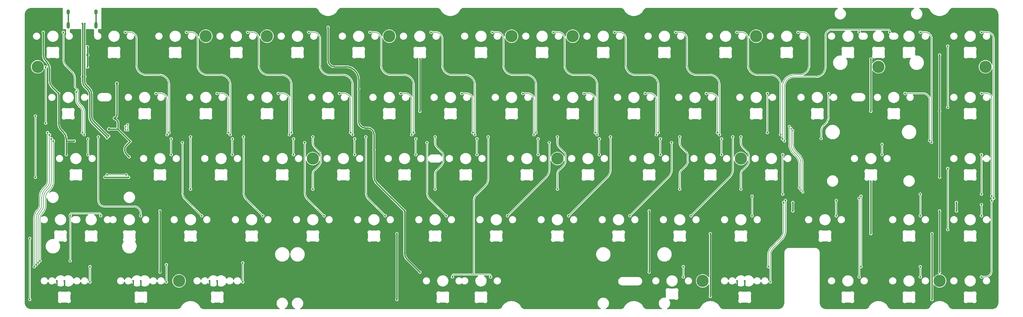
<source format=gbr>
%TF.GenerationSoftware,KiCad,Pcbnew,8.0.6*%
%TF.CreationDate,2024-11-15T04:32:27+07:00*%
%TF.ProjectId,Heart HE 65,48656172-7420-4484-9520-36352e6b6963,rev?*%
%TF.SameCoordinates,Original*%
%TF.FileFunction,Copper,L1,Top*%
%TF.FilePolarity,Positive*%
%FSLAX46Y46*%
G04 Gerber Fmt 4.6, Leading zero omitted, Abs format (unit mm)*
G04 Created by KiCad (PCBNEW 8.0.6) date 2024-11-15 04:32:27*
%MOMM*%
%LPD*%
G01*
G04 APERTURE LIST*
G04 Aperture macros list*
%AMRotRect*
0 Rectangle, with rotation*
0 The origin of the aperture is its center*
0 $1 length*
0 $2 width*
0 $3 Rotation angle, in degrees counterclockwise*
0 Add horizontal line*
21,1,$1,$2,0,0,$3*%
G04 Aperture macros list end*
%TA.AperFunction,ComponentPad*%
%ADD10C,3.800000*%
%TD*%
%TA.AperFunction,HeatsinkPad*%
%ADD11C,0.500000*%
%TD*%
%TA.AperFunction,HeatsinkPad*%
%ADD12RotRect,2.900000X2.900000X135.000000*%
%TD*%
%TA.AperFunction,ComponentPad*%
%ADD13C,0.500000*%
%TD*%
%TA.AperFunction,ComponentPad*%
%ADD14O,1.000000X2.100000*%
%TD*%
%TA.AperFunction,ComponentPad*%
%ADD15O,1.000000X1.600000*%
%TD*%
%TA.AperFunction,ViaPad*%
%ADD16C,0.600000*%
%TD*%
%TA.AperFunction,ViaPad*%
%ADD17C,0.800000*%
%TD*%
%TA.AperFunction,ViaPad*%
%ADD18C,0.500000*%
%TD*%
%TA.AperFunction,Conductor*%
%ADD19C,0.200000*%
%TD*%
%TA.AperFunction,Conductor*%
%ADD20C,0.400000*%
%TD*%
%TA.AperFunction,Conductor*%
%ADD21C,0.430000*%
%TD*%
G04 APERTURE END LIST*
D10*
%TO.P,H11,1*%
%TO.N,N/C*%
X238075000Y-19000000D03*
%TD*%
%TO.P,H13,1*%
%TO.N,N/C*%
X233312500Y-57100000D03*
%TD*%
%TO.P,H16,1*%
%TO.N,N/C*%
X309512500Y-28525000D03*
%TD*%
%TO.P,H14,1*%
%TO.N,N/C*%
X58290625Y-95200000D03*
%TD*%
%TO.P,H10,1*%
%TO.N,N/C*%
X180925000Y-19000000D03*
%TD*%
%TO.P,H4,1*%
%TO.N,N/C*%
X99962500Y-57100000D03*
%TD*%
%TO.P,H18,1*%
%TO.N,N/C*%
X276175000Y-28525000D03*
%TD*%
%TO.P,H12,1*%
%TO.N,N/C*%
X14237500Y-28525000D03*
%TD*%
%TO.P,H8,1*%
%TO.N,N/C*%
X161875000Y-19000000D03*
%TD*%
%TO.P,H17,1*%
%TO.N,N/C*%
X295225000Y-95200000D03*
%TD*%
%TO.P,H9,1*%
%TO.N,N/C*%
X123775000Y-19000000D03*
%TD*%
%TO.P,H15,1*%
%TO.N,N/C*%
X221406250Y-95200000D03*
%TD*%
%TO.P,H5,1*%
%TO.N,N/C*%
X85675000Y-19000000D03*
%TD*%
%TO.P,H3,1*%
%TO.N,N/C*%
X66625000Y-19000000D03*
%TD*%
%TO.P,H7,1*%
%TO.N,N/C*%
X176162500Y-57100000D03*
%TD*%
D11*
%TO.P,U27,33,VSS/VSSA*%
%TO.N,GND*%
X39240625Y-50640444D03*
X38392097Y-51488972D03*
X37543569Y-52337500D03*
X40089153Y-51488972D03*
D12*
X39240625Y-52337500D03*
D11*
X39240625Y-52337500D03*
X38392097Y-53186028D03*
X40937681Y-52337500D03*
X40089153Y-53186028D03*
X39240625Y-54034556D03*
%TD*%
D13*
%TO.P,U85,11,PGND*%
%TO.N,GND*%
X23762500Y-32671875D03*
X22812500Y-32096875D03*
X24712500Y-32096875D03*
X23762500Y-31521875D03*
%TD*%
D14*
%TO.P,USB1,13,SHIELD*%
%TO.N,Net-(USB1-SHIELD)*%
X32370000Y-15599000D03*
D15*
X32370000Y-11419000D03*
D14*
X23730000Y-15599000D03*
D15*
X23730000Y-11419000D03*
%TD*%
D16*
%TO.N,A9*%
X16762500Y-28650000D03*
X16762500Y-46080000D03*
%TO.N,+5V*%
X273793750Y-64223335D03*
X273793750Y-80479999D03*
X126156250Y-101030000D03*
X126156250Y-80479999D03*
X223787500Y-80479999D03*
X223787500Y-100029999D03*
X133300000Y-26123335D03*
X133300000Y-42379999D03*
X292843750Y-101030000D03*
X292843750Y-80479999D03*
X295225000Y-62930000D03*
X295225000Y-24830000D03*
X295225000Y-42379999D03*
X273793750Y-26123335D03*
X273793750Y-42379999D03*
%TO.N,Net-(RGB1_A19-DIN)*%
X11781250Y-101030000D03*
X11781250Y-81979999D03*
%TO.N,Net-(RGB1_A18-DIN)*%
X13543750Y-62930000D03*
X13543750Y-43879999D03*
%TO.N,Net-(RGB1_A23-DOUT)*%
X297750000Y-79230000D03*
X297750000Y-60180000D03*
%TO.N,Net-(RGB1_A17-DOUT)*%
X297750000Y-41130000D03*
X297750000Y-22080000D03*
%TO.N,+5V*%
X42543748Y-62930000D03*
X35143749Y-62930000D03*
%TO.N,Net-(RGB1_A18-DOUT)*%
X41843749Y-62180000D03*
X35843749Y-62180000D03*
D17*
%TO.N,+5V*%
X29750000Y-24830000D03*
D16*
%TO.N,GND*%
X172262500Y-47735938D03*
X19000000Y-21195000D03*
X147587500Y-59295000D03*
X85675000Y-40245000D03*
X52337500Y-59295000D03*
X247600000Y-21195000D03*
X257125000Y-40245000D03*
X152350000Y-21195000D03*
X26143750Y-59295000D03*
X304750000Y-97395000D03*
X46380000Y-95200000D03*
X199975000Y-40245000D03*
X185687500Y-59295000D03*
X95200000Y-21195000D03*
X294658750Y-66885938D03*
X22567500Y-96950000D03*
X109487500Y-59295000D03*
X61862500Y-78345000D03*
X304750000Y-21195000D03*
X66625000Y-40245000D03*
X190450000Y-21195000D03*
X204737500Y-59295000D03*
X31300000Y-17569000D03*
X233312500Y-78345000D03*
X214262500Y-78345000D03*
X280937500Y-40245000D03*
X43998750Y-95200000D03*
X304750000Y-59295000D03*
X142825000Y-40245000D03*
X238075000Y-40245000D03*
X243700000Y-47735938D03*
X22567500Y-95200000D03*
X80912500Y-78345000D03*
X21381250Y-78345000D03*
X161875000Y-40245000D03*
X195212500Y-78345000D03*
X133300000Y-21195000D03*
X259506250Y-78345000D03*
X234498750Y-96950000D03*
X99962500Y-78345000D03*
X223787500Y-59295000D03*
X273793750Y-59295000D03*
X219025000Y-40245000D03*
X140443750Y-97395000D03*
X243700000Y-66885938D03*
X46380000Y-96950000D03*
X285700000Y-21195000D03*
X210362500Y-47735938D03*
X234498750Y-95200000D03*
X176162500Y-78345000D03*
X166637500Y-59295000D03*
X157112500Y-78345000D03*
X152350000Y-97395000D03*
X171400000Y-21195000D03*
X128537500Y-59295000D03*
X24800000Y-17569000D03*
X228550000Y-21195000D03*
X266650000Y-97395000D03*
X304750000Y-78345000D03*
X104725000Y-40245000D03*
X211881250Y-97395000D03*
X96062500Y-47735938D03*
X71387500Y-59295000D03*
X232117500Y-95200000D03*
X134162500Y-47735938D03*
X47575000Y-40245000D03*
X242837500Y-59295000D03*
X67811250Y-96950000D03*
X285700000Y-97395000D03*
X70192500Y-96950000D03*
X285700000Y-78345000D03*
X114250000Y-21195000D03*
X123775000Y-40245000D03*
X90437500Y-59295000D03*
X70192500Y-95200000D03*
X42812500Y-78345000D03*
X232117500Y-96950000D03*
X43998750Y-96950000D03*
X180925000Y-40245000D03*
X57100000Y-21195000D03*
X38050000Y-21195000D03*
X119012500Y-78345000D03*
X67811250Y-95200000D03*
X138062500Y-78345000D03*
X23762500Y-40245000D03*
X57962500Y-47735938D03*
X209500000Y-21195000D03*
X20186250Y-96950000D03*
X266650000Y-21195000D03*
X76150000Y-21195000D03*
X30906250Y-78345000D03*
X20186250Y-95200000D03*
X276175000Y-21195000D03*
X304750000Y-40245000D03*
D18*
%TO.N,S0*%
X252600000Y-67535938D03*
X249500000Y-48385938D03*
%TO.N,S1*%
X41604698Y-48169003D03*
X252050000Y-66885938D03*
X41604698Y-47069003D03*
X248950000Y-47735938D03*
%TO.N,S2*%
X248400000Y-47085938D03*
X42304701Y-48169003D03*
X42304701Y-46519003D03*
X251500000Y-66235938D03*
D17*
%TO.N,+3.3VA*%
X38900000Y-33750000D03*
D16*
X119012500Y-54370000D03*
X16000000Y-17770000D03*
X300458750Y-70785938D03*
X249500000Y-73420000D03*
X204737500Y-73420000D03*
X52337500Y-73420000D03*
X128537500Y-73420000D03*
X249500000Y-70785938D03*
X300458750Y-73420000D03*
X204737500Y-92470000D03*
X104725000Y-16270000D03*
X42746989Y-56579255D03*
X20762500Y-36820000D03*
D17*
X36425862Y-47952959D03*
X38275001Y-44529999D03*
D16*
X43073144Y-51757672D03*
X25662500Y-51635938D03*
X133300000Y-92470000D03*
X295225000Y-73420000D03*
X52337500Y-92470000D03*
X114250000Y-35320000D03*
X295225000Y-92470000D03*
X23143750Y-55870000D03*
%TO.N,D+*%
X28950000Y-15065026D03*
X28950000Y-31568999D03*
X36412198Y-50074758D03*
%TO.N,D-*%
X28150001Y-15065026D03*
X28150000Y-31568998D03*
X35846513Y-50640444D03*
%TO.N,+5V*%
X29800000Y-28584344D03*
X29750000Y-22319000D03*
%TO.N,49*%
X215381250Y-93970000D03*
X246600000Y-70785938D03*
X241863750Y-90770000D03*
X215381250Y-90770000D03*
%TO.N,00*%
X22250000Y-17770000D03*
X28762500Y-49685938D03*
%TO.N,10*%
X26262500Y-36320000D03*
X28162500Y-49035938D03*
%TO.N,20*%
X29893750Y-55870000D03*
X29893750Y-50985938D03*
%TO.N,30*%
X24381250Y-74920000D03*
X33906250Y-74920000D03*
X19143750Y-51635938D03*
X14981250Y-88970000D03*
X24381250Y-88970000D03*
%TO.N,40*%
X13181250Y-90770000D03*
X30532500Y-95550000D03*
X30532500Y-90770000D03*
X17343750Y-49035938D03*
%TO.N,410*%
X247200000Y-70135938D03*
X242463750Y-95550000D03*
%TO.N,01*%
X55175000Y-49035938D03*
X41550000Y-17770000D03*
%TO.N,11*%
X54575000Y-49685938D03*
X51075000Y-36820000D03*
%TO.N,21*%
X55837500Y-50985938D03*
X55837500Y-55870000D03*
%TO.N,41*%
X13781250Y-90170000D03*
X54345000Y-90170000D03*
X54345000Y-95550000D03*
X17943750Y-49685938D03*
%TO.N,02*%
X74225000Y-49685938D03*
X60600000Y-17770000D03*
%TO.N,12*%
X73625000Y-49035938D03*
X70125000Y-36820000D03*
%TO.N,22*%
X74887500Y-55870000D03*
X74887500Y-50985938D03*
%TO.N,32*%
X59337500Y-52135938D03*
X65362500Y-74920000D03*
%TO.N,42*%
X78157500Y-89570000D03*
X78157500Y-95550000D03*
X14381250Y-89570000D03*
X18543750Y-50985938D03*
%TO.N,03*%
X93275000Y-49035938D03*
X79650000Y-17770000D03*
%TO.N,13*%
X92675000Y-49685938D03*
X89175000Y-36820000D03*
%TO.N,23*%
X93937500Y-55870000D03*
X93937500Y-50985938D03*
%TO.N,33*%
X78387500Y-50335938D03*
X84412500Y-74920000D03*
%TO.N,04*%
X98700000Y-17770000D03*
X112325000Y-49685938D03*
%TO.N,14*%
X108225000Y-36820000D03*
X111725000Y-49035938D03*
%TO.N,24*%
X112987500Y-50985938D03*
X112987500Y-55870000D03*
%TO.N,34*%
X103462500Y-74920000D03*
X97437500Y-52135938D03*
%TO.N,05*%
X131375000Y-49035938D03*
X117750000Y-17770000D03*
%TO.N,15*%
X130775000Y-49685938D03*
X127275000Y-36820000D03*
%TO.N,25*%
X132037500Y-50985938D03*
X132037500Y-55870000D03*
%TO.N,35*%
X122512500Y-74920000D03*
X116487500Y-50335938D03*
%TO.N,45*%
X143443750Y-93970000D03*
X155350000Y-93970000D03*
X154587500Y-50335938D03*
%TO.N,06*%
X150425000Y-49685938D03*
X136800000Y-17770000D03*
%TO.N,16*%
X146325000Y-36820000D03*
X149825000Y-49035938D03*
%TO.N,26*%
X151087500Y-50985938D03*
X151087500Y-55870000D03*
%TO.N,36*%
X135537500Y-52135938D03*
X141562500Y-74920000D03*
%TO.N,07*%
X155850000Y-17770000D03*
X169475000Y-49035938D03*
%TO.N,17*%
X168875000Y-49685938D03*
X165375000Y-36820000D03*
%TO.N,27*%
X170137500Y-50985938D03*
X170137500Y-55870000D03*
%TO.N,37*%
X173637500Y-52135938D03*
X160612500Y-74920000D03*
%TO.N,08*%
X174900000Y-17770000D03*
X188525000Y-49685938D03*
%TO.N,18*%
X187925000Y-49035938D03*
X184425000Y-36820000D03*
%TO.N,28*%
X189187500Y-55870000D03*
X189187500Y-50985938D03*
%TO.N,38*%
X179662500Y-74920000D03*
X192687500Y-50335938D03*
%TO.N,09*%
X193950000Y-17770000D03*
X207575000Y-49035938D03*
%TO.N,19*%
X203475000Y-36820000D03*
X206975000Y-49685938D03*
%TO.N,29*%
X208237500Y-50985938D03*
X208237500Y-55870000D03*
%TO.N,39*%
X198712500Y-74920000D03*
X211737500Y-52135938D03*
%TO.N,010*%
X213000000Y-17770000D03*
X226625000Y-49685938D03*
%TO.N,110*%
X226025000Y-49035938D03*
X222525000Y-36820000D03*
%TO.N,210*%
X227287500Y-50985938D03*
X227287500Y-55870000D03*
%TO.N,310*%
X230787500Y-50335938D03*
X217762500Y-74920000D03*
%TO.N,011*%
X245675000Y-49685938D03*
X232050000Y-17770000D03*
%TO.N,111*%
X241575000Y-49035938D03*
X241575000Y-36820000D03*
%TO.N,211*%
X246337500Y-55870000D03*
X246337500Y-68185938D03*
%TO.N,311*%
X236812500Y-74920000D03*
X236812500Y-68835938D03*
%TO.N,012*%
X251100000Y-17770000D03*
X246275000Y-50985938D03*
%TO.N,112*%
X258315625Y-50870000D03*
X260625000Y-36820000D03*
%TO.N,212*%
X277293750Y-55870000D03*
X277293750Y-52670000D03*
%TO.N,013*%
X279675000Y-17770000D03*
X246875000Y-51635938D03*
X270150000Y-17770000D03*
%TO.N,113*%
X292100000Y-51470000D03*
X284437500Y-36820000D03*
%TO.N,313*%
X263006250Y-74920000D03*
X263006250Y-70135938D03*
%TO.N,413*%
X270150000Y-69485938D03*
X270150000Y-93970000D03*
%TO.N,014*%
X292700000Y-52070000D03*
X289200000Y-17770000D03*
%TO.N,314*%
X289200000Y-68185938D03*
X289200000Y-74920000D03*
%TO.N,414*%
X270750000Y-90770000D03*
X270750000Y-68835938D03*
X289200000Y-93970000D03*
X289200000Y-90770000D03*
%TO.N,015*%
X308250000Y-17770000D03*
X312050000Y-69485938D03*
%TO.N,115*%
X311450000Y-68835938D03*
X308250000Y-36820000D03*
%TO.N,215*%
X308250000Y-68185938D03*
X308250000Y-55870000D03*
%TO.N,315*%
X308250000Y-71435938D03*
X308250000Y-74920000D03*
%TO.N,415*%
X311450000Y-70135938D03*
X308250000Y-93970000D03*
%TO.N,A2*%
X138062500Y-50335938D03*
X138062500Y-66625000D03*
%TO.N,A5*%
X233312500Y-66625000D03*
X233312500Y-50335938D03*
%TO.N,A0*%
X61862500Y-50335938D03*
X61862500Y-66625000D03*
%TO.N,A1*%
X99962500Y-66625000D03*
X99962500Y-50335938D03*
%TO.N,A4*%
X214262500Y-66625000D03*
X214262500Y-50335938D03*
%TO.N,A3*%
X176162500Y-50335938D03*
X176162500Y-66625000D03*
%TO.N,31*%
X46312500Y-74920000D03*
X33143750Y-50335938D03*
%TD*%
D19*
%TO.N,A9*%
X16762500Y-46080000D02*
X16762500Y-28650000D01*
%TO.N,30*%
X18030756Y-66881552D02*
G75*
G03*
X19143750Y-64194546I-2686996J2687002D01*
G01*
%TO.N,40*%
X14900000Y-69040730D02*
G75*
G02*
X16012994Y-66353724I3800000J0D01*
G01*
X13181250Y-75690922D02*
G75*
G02*
X14294243Y-73003915I3800000J2D01*
G01*
%TO.N,30*%
X15587006Y-74256744D02*
G75*
G03*
X16700002Y-71569738I-2686996J2687004D01*
G01*
%TO.N,41*%
X16437259Y-66777989D02*
G75*
G03*
X15500022Y-69040731I2262741J-2262711D01*
G01*
%TO.N,42*%
X15162741Y-73832479D02*
G75*
G03*
X16100026Y-71569737I-2262741J2262779D01*
G01*
X16100000Y-69040733D02*
G75*
G02*
X16861520Y-67202254I2600000J3D01*
G01*
X18543750Y-64194545D02*
G75*
G02*
X17606489Y-66457285I-3200000J5D01*
G01*
%TO.N,41*%
X13781250Y-75690923D02*
G75*
G02*
X14718507Y-73428179I3200000J3D01*
G01*
X14738478Y-73408212D02*
G75*
G03*
X15500025Y-71569735I-1838478J1838512D01*
G01*
%TO.N,42*%
X14381250Y-75690925D02*
G75*
G02*
X15142769Y-73852445I2600000J5D01*
G01*
%TO.N,41*%
X17943750Y-64194543D02*
G75*
G02*
X17182227Y-66033019I-2600000J3D01*
G01*
%TO.N,40*%
X14900000Y-71569733D02*
G75*
G02*
X14314212Y-72983946I-2000000J3D01*
G01*
%TO.N,30*%
X14981250Y-75690927D02*
G75*
G02*
X15567038Y-74276714I2000000J-3D01*
G01*
D20*
%TO.N,+5V*%
X273793750Y-80479999D02*
X273793750Y-64223335D01*
X126156250Y-80479999D02*
X126156250Y-101030000D01*
X223787500Y-100029999D02*
X223787500Y-80479999D01*
X133300000Y-42379999D02*
X133300000Y-26123335D01*
X292843750Y-80479999D02*
X292843750Y-101030000D01*
X295225000Y-42379999D02*
X295225000Y-62930000D01*
X295225000Y-42379999D02*
X295225000Y-24830000D01*
X273793750Y-42379999D02*
X273793750Y-26123335D01*
D19*
%TO.N,Net-(RGB1_A19-DIN)*%
X11781250Y-81979999D02*
X11781250Y-101030000D01*
%TO.N,Net-(RGB1_A18-DIN)*%
X13543750Y-43879999D02*
X13543750Y-62930000D01*
D20*
%TO.N,+3.3VA*%
X38975538Y-45230536D02*
G75*
G02*
X39268392Y-45937643I-707138J-707064D01*
G01*
X38607107Y-44197893D02*
G75*
G03*
X38899990Y-43490786I-707107J707093D01*
G01*
X39268431Y-45937643D02*
X39268431Y-47952959D01*
X38275001Y-44529999D02*
X38975538Y-45230536D01*
X38900000Y-43490786D02*
X38900000Y-33750000D01*
X38275001Y-44529999D02*
X38607107Y-44197893D01*
D19*
%TO.N,Net-(RGB1_A23-DOUT)*%
X297750000Y-60180000D02*
X297750000Y-79230000D01*
%TO.N,Net-(RGB1_A17-DOUT)*%
X297750000Y-22080000D02*
X297750000Y-41130000D01*
D20*
%TO.N,+5V*%
X35143749Y-62930000D02*
X42543748Y-62930000D01*
D19*
%TO.N,Net-(RGB1_A18-DOUT)*%
X35843749Y-62180000D02*
X41843749Y-62180000D01*
D20*
%TO.N,+5V*%
X29750000Y-22319000D02*
X29750000Y-24830000D01*
X29750000Y-24830000D02*
X29750000Y-28584344D01*
D21*
%TO.N,D-*%
X31217809Y-45891532D02*
G75*
G02*
X30447471Y-44031841I1859691J1859732D01*
G01*
X29005309Y-34838287D02*
G75*
G02*
X28235003Y-32978596I1859691J1859687D01*
G01*
%TO.N,D+*%
X30307191Y-35249213D02*
G75*
G02*
X31077497Y-37108904I-1859691J-1859687D01*
G01*
X31663287Y-45446054D02*
G75*
G02*
X31077472Y-44031840I1414213J1414254D01*
G01*
%TO.N,D-*%
X29861714Y-35694692D02*
G75*
G02*
X30447496Y-37108905I-1414214J-1414208D01*
G01*
%TO.N,D+*%
X28865001Y-32978596D02*
G75*
G03*
X29450786Y-34392812I1999999J-4D01*
G01*
D19*
%TO.N,10*%
X27024022Y-40581522D02*
G75*
G02*
X26262468Y-38743045I1838478J1838522D01*
G01*
%TO.N,00*%
X28762500Y-42548425D02*
G75*
G03*
X28000991Y-40709935I-2600000J25D01*
G01*
%TO.N,10*%
X28162500Y-42548427D02*
G75*
G03*
X27576727Y-41134199I-2000000J27D01*
G01*
%TO.N,00*%
X26862500Y-38743043D02*
G75*
G03*
X27448288Y-40157256I2000000J3D01*
G01*
X26105393Y-35114365D02*
G75*
G02*
X25812529Y-34407258I707107J707065D01*
G01*
X26862500Y-36285686D02*
G75*
G03*
X26569600Y-35578586I-1000000J-14D01*
G01*
X25812500Y-32192641D02*
X25812500Y-34407258D01*
X26862500Y-36285686D02*
X26862500Y-38743043D01*
X23128680Y-28266180D02*
X24933821Y-30071321D01*
X24933821Y-30071321D02*
G75*
G02*
X25812471Y-32192641I-2121321J-2121279D01*
G01*
X26105393Y-35114365D02*
X26569607Y-35578579D01*
X28762500Y-42548425D02*
X28762500Y-49685938D01*
X27448287Y-40157257D02*
X28000978Y-40709948D01*
X22250000Y-26144859D02*
G75*
G03*
X23128682Y-28266178I2999990J-1D01*
G01*
X22250000Y-17770000D02*
X22250000Y-26144859D01*
D20*
%TO.N,+3.3VA*%
X17061946Y-27061946D02*
G75*
G02*
X17940642Y-29183266I-2121346J-2121354D01*
G01*
X18819305Y-34876805D02*
G75*
G02*
X17940629Y-32755484I2121295J2121305D01*
G01*
X16000000Y-24757359D02*
G75*
G03*
X16878680Y-26878680I3000000J-1D01*
G01*
X17940625Y-29183266D02*
X17940625Y-32755484D01*
X16878680Y-26878680D02*
X17061946Y-27061946D01*
X18819305Y-34876805D02*
X20762500Y-36820000D01*
X16000000Y-17770000D02*
X16000000Y-24757359D01*
X21641179Y-48266179D02*
G75*
G02*
X20762529Y-46144859I2121321J2121279D01*
G01*
X23143750Y-51011391D02*
G75*
G03*
X22265076Y-48890064I-3000050J-9D01*
G01*
X41913488Y-52917328D02*
G75*
G03*
X41913490Y-55745754I1414212J-1414212D01*
G01*
D19*
%TO.N,013*%
X279675000Y-17470000D02*
G75*
G03*
X279175000Y-16970000I-500000J0D01*
G01*
%TO.N,45*%
X155350000Y-93670000D02*
G75*
G03*
X154850000Y-93170000I-500000J0D01*
G01*
X143943750Y-93170000D02*
G75*
G03*
X143443800Y-93670000I50J-500000D01*
G01*
%TO.N,30*%
X33406250Y-74120000D02*
G75*
G02*
X33906200Y-74620000I-50J-500000D01*
G01*
X24881250Y-74120000D02*
G75*
G03*
X24381300Y-74620000I50J-500000D01*
G01*
%TO.N,011*%
X238550000Y-31050000D02*
G75*
G02*
X235550000Y-28050000I0J3000000D01*
G01*
%TO.N,013*%
X256650000Y-31650000D02*
G75*
G03*
X259650000Y-28650000I0J3000000D01*
G01*
%TO.N,012*%
X249875000Y-31050000D02*
G75*
G03*
X246275000Y-34650000I0J-3600000D01*
G01*
X254600000Y-28050000D02*
G75*
G02*
X251600000Y-31050000I-3000000J0D01*
G01*
%TO.N,013*%
X246875000Y-34650000D02*
G75*
G02*
X249875000Y-31650000I3000000J0D01*
G01*
%TO.N,011*%
X242675000Y-31050000D02*
G75*
G02*
X245675000Y-34050000I0J-3000000D01*
G01*
%TO.N,415*%
X311450000Y-91970000D02*
G75*
G02*
X309450000Y-93970000I-2000000J0D01*
G01*
%TO.N,112*%
X260625000Y-44022984D02*
G75*
G02*
X259746328Y-46144313I-3000000J-16D01*
G01*
X258315625Y-48817641D02*
G75*
G02*
X259194289Y-46696306I2999975J41D01*
G01*
%TO.N,S2*%
X249630151Y-55571725D02*
G75*
G02*
X248400016Y-52601877I2969849J2969825D01*
G01*
%TO.N,S0*%
X252600000Y-58725635D02*
G75*
G03*
X251369865Y-55755769I-4200000J35D01*
G01*
%TO.N,S1*%
X248950000Y-52622587D02*
G75*
G03*
X250004409Y-55168177I3600000J-13D01*
G01*
X252050000Y-58704925D02*
G75*
G03*
X250995596Y-56159328I-3600000J25D01*
G01*
%TO.N,S2*%
X250621320Y-56562894D02*
G75*
G02*
X251499990Y-58684215I-2121320J-2121306D01*
G01*
%TO.N,S0*%
X249500000Y-52643297D02*
G75*
G03*
X250378678Y-54764618I3000000J-3D01*
G01*
%TO.N,49*%
X241863750Y-87166169D02*
G75*
G02*
X242918170Y-84620590I3600050J-31D01*
G01*
%TO.N,410*%
X247200000Y-79696111D02*
G75*
G02*
X246145578Y-82241690I-3600000J11D01*
G01*
%TO.N,49*%
X246600000Y-79696109D02*
G75*
G02*
X245721315Y-81817425I-3000000J9D01*
G01*
%TO.N,410*%
X242463750Y-87166171D02*
G75*
G02*
X243342454Y-85044876I2999950J-29D01*
G01*
%TO.N,A5*%
X235837500Y-57857843D02*
G75*
G02*
X235251693Y-59272035I-2000000J43D01*
G01*
X235251713Y-54927943D02*
G75*
G02*
X235837530Y-56342157I-1414213J-1414257D01*
G01*
X233312500Y-52160303D02*
G75*
G03*
X233898287Y-53574515I2000000J3D01*
G01*
X233312500Y-62039697D02*
G75*
G02*
X233898288Y-60625484I2000000J-3D01*
G01*
%TO.N,45*%
X150112500Y-70392641D02*
G75*
G02*
X150991159Y-68271301I3000000J41D01*
G01*
X154587500Y-63432359D02*
G75*
G02*
X153708840Y-65553700I-3000000J-41D01*
G01*
%TO.N,37*%
X173637500Y-60652359D02*
G75*
G02*
X172758840Y-62773700I-3000000J-41D01*
G01*
%TO.N,310*%
X230787500Y-60652359D02*
G75*
G02*
X229908840Y-62773700I-3000000J-41D01*
G01*
%TO.N,39*%
X211737500Y-60652359D02*
G75*
G02*
X210858840Y-62773700I-3000000J-41D01*
G01*
%TO.N,38*%
X192687500Y-60652359D02*
G75*
G02*
X191808840Y-62773700I-3000000J-41D01*
G01*
%TO.N,A4*%
X216787500Y-57857843D02*
G75*
G02*
X216201693Y-59272035I-2000000J43D01*
G01*
X214262500Y-62039697D02*
G75*
G02*
X214848288Y-60625484I2000000J-3D01*
G01*
X216201713Y-54927943D02*
G75*
G02*
X216787530Y-56342157I-1414213J-1414257D01*
G01*
X214262500Y-52160303D02*
G75*
G03*
X214848287Y-53574515I2000000J3D01*
G01*
%TO.N,A3*%
X178101714Y-59272056D02*
G75*
G03*
X178687530Y-57857843I-1414214J1414256D01*
G01*
X176748287Y-60625483D02*
G75*
G03*
X176162498Y-62039697I1414213J-1414217D01*
G01*
X176748286Y-53574516D02*
G75*
G02*
X176162498Y-52160303I1414214J1414216D01*
G01*
X178101713Y-54927943D02*
G75*
G02*
X178687530Y-56342157I-1414213J-1414257D01*
G01*
%TO.N,A2*%
X140001714Y-59272056D02*
G75*
G03*
X140587530Y-57857843I-1414214J1414256D01*
G01*
X138648287Y-60625483D02*
G75*
G03*
X138062498Y-62039697I1414213J-1414217D01*
G01*
X140001713Y-54927943D02*
G75*
G02*
X140587530Y-56342157I-1414213J-1414257D01*
G01*
X138062500Y-52160303D02*
G75*
G03*
X138648287Y-53574515I2000000J3D01*
G01*
%TO.N,A1*%
X99962500Y-52160303D02*
G75*
G03*
X100548287Y-53574515I2000000J3D01*
G01*
X100548287Y-60625483D02*
G75*
G03*
X99962498Y-62039697I1414213J-1414217D01*
G01*
X102487500Y-56342157D02*
G75*
G03*
X101901692Y-54927964I-2000000J-43D01*
G01*
X102487500Y-57857843D02*
G75*
G02*
X101901693Y-59272035I-2000000J43D01*
G01*
%TO.N,33*%
X79266180Y-69773680D02*
G75*
G02*
X78387529Y-67652359I2121320J2121280D01*
G01*
%TO.N,34*%
X97437500Y-67652359D02*
G75*
G03*
X98316160Y-69773700I3000000J-41D01*
G01*
%TO.N,32*%
X60216180Y-69773680D02*
G75*
G02*
X59337529Y-67652359I2121320J2121280D01*
G01*
%TO.N,35*%
X117366179Y-69773679D02*
G75*
G02*
X116487529Y-67652359I2121321J2121279D01*
G01*
%TO.N,36*%
X136416180Y-69773680D02*
G75*
G02*
X135537529Y-67652359I2121320J2121280D01*
G01*
%TO.N,31*%
X46312500Y-74020000D02*
G75*
G03*
X44312500Y-72020000I-2000000J0D01*
G01*
X33143750Y-70020000D02*
G75*
G03*
X35143750Y-72019950I1999950J0D01*
G01*
D20*
%TO.N,+3.3VA*%
X129416180Y-88586180D02*
G75*
G02*
X128537529Y-86464859I2121320J2121280D01*
G01*
X119012500Y-62652359D02*
G75*
G03*
X119891160Y-64773700I3000000J-41D01*
G01*
X116250000Y-47575000D02*
G75*
G02*
X114250000Y-45575000I0J2000000D01*
G01*
X119012500Y-49575000D02*
G75*
G03*
X117012500Y-47575000I-2000000J0D01*
G01*
X104725000Y-26525000D02*
G75*
G03*
X106725000Y-28525000I2000000J0D01*
G01*
X110250000Y-28525000D02*
G75*
G02*
X114250000Y-32525000I0J-4000000D01*
G01*
D19*
%TO.N,010*%
X223625000Y-31050000D02*
G75*
G02*
X226625000Y-34050000I0J-3000000D01*
G01*
X216500000Y-28050000D02*
G75*
G03*
X219500000Y-31050000I3000000J0D01*
G01*
%TO.N,06*%
X140300000Y-28050000D02*
G75*
G03*
X143300000Y-31050000I3000000J0D01*
G01*
X150425000Y-34050000D02*
G75*
G03*
X147425000Y-31050000I-3000000J0D01*
G01*
%TO.N,04*%
X112325000Y-34050000D02*
G75*
G03*
X109325000Y-31050000I-3000000J0D01*
G01*
X102200000Y-28050000D02*
G75*
G03*
X105200000Y-31050000I3000000J0D01*
G01*
%TO.N,05*%
X131375000Y-34050000D02*
G75*
G03*
X128375000Y-31050000I-3000000J0D01*
G01*
X121250000Y-28050000D02*
G75*
G03*
X124250000Y-31050000I3000000J0D01*
G01*
%TO.N,03*%
X93275000Y-34050000D02*
G75*
G03*
X90275000Y-31050000I-3000000J0D01*
G01*
X83150000Y-28050000D02*
G75*
G03*
X86150000Y-31050000I3000000J0D01*
G01*
%TO.N,07*%
X162350000Y-31050000D02*
G75*
G02*
X159350000Y-28050000I0J3000000D01*
G01*
%TO.N,08*%
X178400000Y-28050000D02*
G75*
G03*
X181400000Y-31050000I3000000J0D01*
G01*
X188525000Y-34050000D02*
G75*
G03*
X185525000Y-31050000I-3000000J0D01*
G01*
%TO.N,09*%
X207575000Y-34050000D02*
G75*
G03*
X204575000Y-31050000I-3000000J0D01*
G01*
%TO.N,07*%
X169475000Y-34050000D02*
G75*
G03*
X166475000Y-31050000I-3000000J0D01*
G01*
%TO.N,09*%
X197450000Y-28050000D02*
G75*
G03*
X200450000Y-31050000I3000000J0D01*
G01*
%TO.N,02*%
X74225000Y-34050000D02*
G75*
G03*
X71225000Y-31050000I-3000000J0D01*
G01*
X64100000Y-28050000D02*
G75*
G03*
X67100000Y-31050000I3000000J0D01*
G01*
%TO.N,01*%
X52175000Y-31050000D02*
G75*
G02*
X55175000Y-34050000I0J-3000000D01*
G01*
X48050000Y-31050000D02*
G75*
G02*
X45050000Y-28050000I0J3000000D01*
G01*
%TO.N,110*%
X224025000Y-36820000D02*
G75*
G02*
X226025000Y-38820000I0J-2000000D01*
G01*
%TO.N,16*%
X149825000Y-38820000D02*
G75*
G03*
X147825000Y-36820000I-2000000J0D01*
G01*
%TO.N,14*%
X109725000Y-36820000D02*
G75*
G02*
X111725000Y-38820000I0J-2000000D01*
G01*
%TO.N,15*%
X130775000Y-38820000D02*
G75*
G03*
X128775000Y-36820000I-2000000J0D01*
G01*
%TO.N,13*%
X90675000Y-36820000D02*
G75*
G02*
X92675000Y-38820000I0J-2000000D01*
G01*
%TO.N,19*%
X206975000Y-38820000D02*
G75*
G03*
X204975000Y-36820000I-2000000J0D01*
G01*
%TO.N,18*%
X187925000Y-38820000D02*
G75*
G03*
X185925000Y-36820000I-2000000J0D01*
G01*
%TO.N,17*%
X166875000Y-36820000D02*
G75*
G02*
X168875000Y-38820000I0J-2000000D01*
G01*
%TO.N,11*%
X52575000Y-36820000D02*
G75*
G02*
X54575000Y-38820000I0J-2000000D01*
G01*
%TO.N,12*%
X71625000Y-36820000D02*
G75*
G02*
X73625000Y-38820000I0J-2000000D01*
G01*
%TO.N,113*%
X292100000Y-38820000D02*
G75*
G03*
X290100000Y-36820000I-2000000J0D01*
G01*
%TO.N,115*%
X309950000Y-36820000D02*
G75*
G02*
X311450000Y-38320000I0J-1500000D01*
G01*
%TO.N,014*%
X292700000Y-19770000D02*
G75*
G03*
X290700000Y-17770000I-2000000J0D01*
G01*
%TO.N,013*%
X261650000Y-16970000D02*
G75*
G03*
X259650000Y-18970000I0J-2000000D01*
G01*
%TO.N,011*%
X233550000Y-17770000D02*
G75*
G02*
X235550000Y-19770000I0J-2000000D01*
G01*
%TO.N,010*%
X214500000Y-17770000D02*
G75*
G02*
X216500000Y-19770000I0J-2000000D01*
G01*
%TO.N,012*%
X254600000Y-19770000D02*
G75*
G03*
X252600000Y-17770000I-2000000J0D01*
G01*
%TO.N,015*%
X310050000Y-17770000D02*
G75*
G02*
X312050000Y-19770000I0J-2000000D01*
G01*
%TO.N,06*%
X138300000Y-17770000D02*
G75*
G02*
X140300000Y-19770000I0J-2000000D01*
G01*
%TO.N,04*%
X102200000Y-19770000D02*
G75*
G03*
X100200000Y-17770000I-2000000J0D01*
G01*
%TO.N,05*%
X121250000Y-19770000D02*
G75*
G03*
X119250000Y-17770000I-2000000J0D01*
G01*
%TO.N,03*%
X83150000Y-19770000D02*
G75*
G03*
X81150000Y-17770000I-2000000J0D01*
G01*
%TO.N,08*%
X176400000Y-17770000D02*
G75*
G02*
X178400000Y-19770000I0J-2000000D01*
G01*
%TO.N,07*%
X157350000Y-17770000D02*
G75*
G02*
X159350000Y-19770000I0J-2000000D01*
G01*
%TO.N,09*%
X197450000Y-19770000D02*
G75*
G03*
X195450000Y-17770000I-2000000J0D01*
G01*
%TO.N,02*%
X64100000Y-19770000D02*
G75*
G03*
X62100000Y-17770000I-2000000J0D01*
G01*
%TO.N,01*%
X43050000Y-17770000D02*
G75*
G02*
X45050000Y-19770000I0J-2000000D01*
G01*
D20*
%TO.N,GND*%
X232117500Y-95200000D02*
X232117500Y-96950000D01*
X70192500Y-95200000D02*
X70192500Y-96950000D01*
X43998750Y-95200000D02*
X43998750Y-96950000D01*
X67811250Y-95200000D02*
X67811250Y-96950000D01*
X234498750Y-95200000D02*
X234498750Y-96950000D01*
X22567500Y-95200000D02*
X22567500Y-96950000D01*
X20186250Y-95200000D02*
X20186250Y-96950000D01*
X46380000Y-95200000D02*
X46380000Y-96950000D01*
D19*
%TO.N,S0*%
X249500000Y-52643297D02*
X249500000Y-48385938D01*
X251369848Y-55755786D02*
X250378679Y-54764617D01*
X252600000Y-67535938D02*
X252600000Y-58725635D01*
%TO.N,S1*%
X41604698Y-48169003D02*
X41604698Y-47069003D01*
X248950000Y-52622587D02*
X248950000Y-47735938D01*
X252050000Y-66885938D02*
X252050000Y-58704925D01*
X250995584Y-56159340D02*
X250004415Y-55168171D01*
%TO.N,S2*%
X248400000Y-52601877D02*
X248400000Y-47085938D01*
X251500000Y-66235938D02*
X251500000Y-58684215D01*
X250621320Y-56562894D02*
X249630151Y-55571725D01*
X42304701Y-48169003D02*
X42304701Y-46519003D01*
D20*
%TO.N,+3.3VA*%
X23143750Y-51635938D02*
X23143750Y-51011391D01*
X104725000Y-16270000D02*
X104725000Y-26525000D01*
X41913489Y-55745755D02*
X42746989Y-56579255D01*
X52337500Y-73420000D02*
X52337500Y-92470000D01*
X22265070Y-48890070D02*
X21641179Y-48266179D01*
X119012500Y-54370000D02*
X119012500Y-62652359D01*
X249500000Y-70785938D02*
X249500000Y-73420000D01*
X39268431Y-47952959D02*
X36425862Y-47952959D01*
X129416180Y-88586180D02*
X133300000Y-92470000D01*
X23143750Y-55870000D02*
X23143750Y-51635938D01*
X119012500Y-49575000D02*
X119012500Y-54370000D01*
X295225000Y-92470000D02*
X295225000Y-73420000D01*
X43073144Y-51757672D02*
X41913488Y-52917328D01*
X119891180Y-64773680D02*
X128537500Y-73420000D01*
X300458750Y-70785938D02*
X300458750Y-73420000D01*
X116250000Y-47575000D02*
X117012500Y-47575000D01*
X128537500Y-73420000D02*
X128537500Y-86464859D01*
X25662500Y-51635938D02*
X23143750Y-51635938D01*
X20762500Y-46144859D02*
X20762500Y-36820000D01*
X114250000Y-32525000D02*
X114250000Y-35320000D01*
X106725000Y-28525000D02*
X110250000Y-28525000D01*
X204737500Y-92470000D02*
X204737500Y-73420000D01*
X43073144Y-51757672D02*
X39268431Y-47952959D01*
X114250000Y-35320000D02*
X114250000Y-45575000D01*
D21*
%TO.N,D+*%
X28865000Y-15150026D02*
X28865000Y-31483999D01*
X28865001Y-31653998D02*
X28950000Y-31568999D01*
X36291991Y-50074758D02*
X36412198Y-50074758D01*
X29450788Y-34392810D02*
X30307191Y-35249213D01*
X31663287Y-45446054D02*
X36291991Y-50074758D01*
X28865001Y-32978596D02*
X28865001Y-31653998D01*
X28950000Y-15065026D02*
X28865000Y-15150026D01*
X28865000Y-31483999D02*
X28950000Y-31568999D01*
X31077500Y-37108904D02*
X31077500Y-44031840D01*
%TO.N,D-*%
X28234999Y-15150028D02*
X28234999Y-31483999D01*
X31217809Y-45891532D02*
X35846513Y-50520236D01*
X29005309Y-34838287D02*
X29861714Y-35694692D01*
X28150001Y-15065026D02*
X28235001Y-15150026D01*
X28235000Y-32978596D02*
X28235000Y-31653998D01*
X28234999Y-31483999D02*
X28150000Y-31568998D01*
X30447500Y-37108905D02*
X30447500Y-44031841D01*
X35846513Y-50520236D02*
X35846513Y-50640444D01*
X28235001Y-15150026D02*
X28234999Y-15150028D01*
X28150001Y-15065026D02*
X28235000Y-15150025D01*
X28235000Y-31653998D02*
X28150000Y-31568998D01*
D20*
%TO.N,Net-(USB1-SHIELD)*%
X32370000Y-11419000D02*
X32370000Y-15599000D01*
X23730000Y-11419000D02*
X23730000Y-15599000D01*
D19*
%TO.N,49*%
X246600000Y-70785938D02*
X246600000Y-79696109D01*
X245721320Y-81817430D02*
X242918165Y-84620585D01*
X241863750Y-90770000D02*
X241863750Y-87166169D01*
X215381250Y-93970000D02*
X215381250Y-90770000D01*
%TO.N,10*%
X26262500Y-38743045D02*
X26262500Y-36320000D01*
X27576713Y-41134213D02*
X27024022Y-40581522D01*
X28162500Y-49035938D02*
X28162500Y-42548427D01*
%TO.N,20*%
X29893750Y-55870000D02*
X29893750Y-50985938D01*
%TO.N,30*%
X16700000Y-71569738D02*
X16700000Y-69040735D01*
X15567037Y-74276713D02*
X15587006Y-74256744D01*
X14981250Y-88970000D02*
X14981250Y-75690927D01*
X24381250Y-74920000D02*
X24381250Y-88970000D01*
X19143750Y-64194546D02*
X19143750Y-51635938D01*
X33906250Y-74620000D02*
X33906250Y-74920000D01*
X24881250Y-74120000D02*
X33406250Y-74120000D01*
X24381250Y-74920000D02*
X24381250Y-74620000D01*
X17285787Y-67626521D02*
X18030756Y-66881552D01*
%TO.N,40*%
X17343750Y-49035938D02*
X17343750Y-64194541D01*
X30532500Y-95550000D02*
X30532500Y-90770000D01*
X14314213Y-72983947D02*
X14294244Y-73003916D01*
X13181250Y-75690922D02*
X13181250Y-90770000D01*
X14900000Y-69040730D02*
X14900000Y-71569733D01*
X16757963Y-65608755D02*
X16012994Y-66353724D01*
%TO.N,410*%
X246145584Y-82241696D02*
X243342429Y-85044851D01*
X247200000Y-70135938D02*
X247200000Y-79696111D01*
X242463750Y-87166171D02*
X242463750Y-95550000D01*
%TO.N,01*%
X45050000Y-19770000D02*
X45050000Y-28050000D01*
X48050000Y-31050000D02*
X52175000Y-31050000D01*
X55175000Y-34050000D02*
X55175000Y-49035938D01*
X41550000Y-17770000D02*
X43050000Y-17770000D01*
%TO.N,11*%
X54575000Y-38820000D02*
X54575000Y-49685938D01*
X51075000Y-36820000D02*
X52575000Y-36820000D01*
%TO.N,21*%
X55837500Y-55870000D02*
X55837500Y-50985938D01*
%TO.N,41*%
X54345000Y-95550000D02*
X54345000Y-90170000D01*
X14718509Y-73428181D02*
X14738478Y-73408212D01*
X16437259Y-66777989D02*
X17182228Y-66033020D01*
X13781250Y-90170000D02*
X13781250Y-75690923D01*
X15500000Y-71569735D02*
X15500000Y-69040731D01*
X17943750Y-64194543D02*
X17943750Y-49685938D01*
%TO.N,02*%
X60600000Y-17770000D02*
X62100000Y-17770000D01*
X74225000Y-34050000D02*
X74225000Y-49685938D01*
X67100000Y-31050000D02*
X71225000Y-31050000D01*
X64100000Y-19770000D02*
X64100000Y-28050000D01*
%TO.N,12*%
X73625000Y-38820000D02*
X73625000Y-49035938D01*
X70125000Y-36820000D02*
X71625000Y-36820000D01*
%TO.N,22*%
X74887500Y-55870000D02*
X74887500Y-50985938D01*
%TO.N,32*%
X59337500Y-52135938D02*
X59337500Y-67652359D01*
X60216180Y-69773680D02*
X65362500Y-74920000D01*
%TO.N,42*%
X16100000Y-69040733D02*
X16100000Y-71569737D01*
X14381250Y-75690925D02*
X14381250Y-89570000D01*
X78157500Y-95550000D02*
X78157500Y-89570000D01*
X15162741Y-73832479D02*
X15142772Y-73852448D01*
X18543750Y-50985938D02*
X18543750Y-64194545D01*
X17606491Y-66457287D02*
X16861522Y-67202256D01*
%TO.N,03*%
X86150000Y-31050000D02*
X90275000Y-31050000D01*
X79650000Y-17770000D02*
X81150000Y-17770000D01*
X93275000Y-34050000D02*
X93275000Y-49035938D01*
X83150000Y-19770000D02*
X83150000Y-28050000D01*
%TO.N,13*%
X89175000Y-36820000D02*
X90675000Y-36820000D01*
X92675000Y-38820000D02*
X92675000Y-49685938D01*
%TO.N,23*%
X93937500Y-50985938D02*
X93937500Y-55870000D01*
%TO.N,33*%
X78387500Y-50335938D02*
X78387500Y-67652359D01*
X79266180Y-69773680D02*
X84412500Y-74920000D01*
%TO.N,04*%
X112325000Y-34050000D02*
X112325000Y-49685938D01*
X102200000Y-19770000D02*
X102200000Y-28050000D01*
X105200000Y-31050000D02*
X109325000Y-31050000D01*
X98700000Y-17770000D02*
X100200000Y-17770000D01*
%TO.N,14*%
X108225000Y-36820000D02*
X109725000Y-36820000D01*
X111725000Y-38820000D02*
X111725000Y-49035938D01*
%TO.N,24*%
X112987500Y-50985938D02*
X112987500Y-55870000D01*
%TO.N,34*%
X98316180Y-69773680D02*
X103462500Y-74920000D01*
X97437500Y-52135938D02*
X97437500Y-67652359D01*
%TO.N,05*%
X124250000Y-31050000D02*
X128375000Y-31050000D01*
X121250000Y-19770000D02*
X121250000Y-28050000D01*
X117750000Y-17770000D02*
X119250000Y-17770000D01*
X131375000Y-34050000D02*
X131375000Y-49035938D01*
%TO.N,15*%
X127275000Y-36820000D02*
X128775000Y-36820000D01*
X130775000Y-38820000D02*
X130775000Y-49685938D01*
%TO.N,25*%
X132037500Y-50985938D02*
X132037500Y-55870000D01*
%TO.N,35*%
X116487500Y-67652359D02*
X116487500Y-50335938D01*
X122512500Y-74920000D02*
X117366179Y-69773679D01*
%TO.N,45*%
X154587500Y-50335938D02*
X154587500Y-63432359D01*
X143443750Y-93970000D02*
X143443750Y-93670000D01*
X143943750Y-93170000D02*
X150112500Y-93170000D01*
X155350000Y-93670000D02*
X155350000Y-93970000D01*
X150112500Y-70392641D02*
X150112500Y-93170000D01*
X150112500Y-93170000D02*
X154850000Y-93170000D01*
X153708820Y-65553680D02*
X150991179Y-68271321D01*
%TO.N,06*%
X136800000Y-17770000D02*
X138300000Y-17770000D01*
X150425000Y-34050000D02*
X150425000Y-49685938D01*
X140300000Y-19770000D02*
X140300000Y-28050000D01*
X143300000Y-31050000D02*
X147425000Y-31050000D01*
%TO.N,16*%
X149825000Y-38820000D02*
X149825000Y-49035938D01*
X146325000Y-36820000D02*
X147825000Y-36820000D01*
%TO.N,26*%
X151087500Y-50985938D02*
X151087500Y-55870000D01*
%TO.N,36*%
X136416180Y-69773680D02*
X141562500Y-74920000D01*
X135537500Y-52135938D02*
X135537500Y-67652359D01*
%TO.N,07*%
X159350000Y-19770000D02*
X159350000Y-28050000D01*
X169475000Y-34050000D02*
X169475000Y-49035938D01*
X155850000Y-17770000D02*
X157350000Y-17770000D01*
X162350000Y-31050000D02*
X166475000Y-31050000D01*
%TO.N,17*%
X165375000Y-36820000D02*
X166875000Y-36820000D01*
X168875000Y-38820000D02*
X168875000Y-49685938D01*
%TO.N,27*%
X170137500Y-50985938D02*
X170137500Y-55870000D01*
%TO.N,37*%
X173637500Y-52135938D02*
X173637500Y-60652359D01*
X172758820Y-62773680D02*
X160612500Y-74920000D01*
%TO.N,08*%
X188525000Y-34050000D02*
X188525000Y-49685938D01*
X178400000Y-19770000D02*
X178400000Y-28050000D01*
X174900000Y-17770000D02*
X176400000Y-17770000D01*
X181400000Y-31050000D02*
X185525000Y-31050000D01*
%TO.N,18*%
X187925000Y-38820000D02*
X187925000Y-49035938D01*
X184425000Y-36820000D02*
X185925000Y-36820000D01*
%TO.N,28*%
X189187500Y-50985938D02*
X189187500Y-55870000D01*
%TO.N,38*%
X192687500Y-50335938D02*
X192687500Y-60652359D01*
X191808820Y-62773680D02*
X179662500Y-74920000D01*
%TO.N,09*%
X207575000Y-34050000D02*
X207575000Y-49035938D01*
X200450000Y-31050000D02*
X204575000Y-31050000D01*
X197450000Y-19770000D02*
X197450000Y-28050000D01*
X193950000Y-17770000D02*
X195450000Y-17770000D01*
%TO.N,19*%
X203475000Y-36820000D02*
X204975000Y-36820000D01*
X206975000Y-38820000D02*
X206975000Y-49685938D01*
%TO.N,29*%
X208237500Y-50985938D02*
X208237500Y-55870000D01*
%TO.N,39*%
X211737500Y-52135938D02*
X211737500Y-60652359D01*
X210858820Y-62773680D02*
X198712500Y-74920000D01*
%TO.N,010*%
X213000000Y-17770000D02*
X214500000Y-17770000D01*
X219500000Y-31050000D02*
X223625000Y-31050000D01*
X216500000Y-19770000D02*
X216500000Y-28050000D01*
X226625000Y-34050000D02*
X226625000Y-49685938D01*
%TO.N,110*%
X222525000Y-36820000D02*
X224025000Y-36820000D01*
X226025000Y-38820000D02*
X226025000Y-49035938D01*
%TO.N,210*%
X227287500Y-50985938D02*
X227287500Y-55870000D01*
%TO.N,310*%
X230787500Y-50335938D02*
X230787500Y-60652359D01*
X229908820Y-62773680D02*
X217762500Y-74920000D01*
%TO.N,011*%
X238550000Y-31050000D02*
X242675000Y-31050000D01*
X245675000Y-34050000D02*
X245675000Y-49685938D01*
X235550000Y-19770000D02*
X235550000Y-28050000D01*
X232050000Y-17770000D02*
X233550000Y-17770000D01*
%TO.N,111*%
X241575000Y-36820000D02*
X241575000Y-49035938D01*
%TO.N,211*%
X246337500Y-55870000D02*
X246337500Y-68185938D01*
%TO.N,311*%
X236812500Y-74920000D02*
X236812500Y-68835938D01*
%TO.N,012*%
X246275000Y-50985938D02*
X246275000Y-34650000D01*
X254600000Y-28050000D02*
X254600000Y-19770000D01*
X252600000Y-17770000D02*
X251100000Y-17770000D01*
X249875000Y-31050000D02*
X251600000Y-31050000D01*
%TO.N,112*%
X260625000Y-36820000D02*
X260625000Y-44022984D01*
X258315625Y-48817641D02*
X258315625Y-50870000D01*
X259746320Y-46144305D02*
X259194304Y-46696321D01*
%TO.N,212*%
X277293750Y-55870000D02*
X277293750Y-52670000D01*
%TO.N,013*%
X270150000Y-16970000D02*
X261650000Y-16970000D01*
X256650000Y-31650000D02*
X249875000Y-31650000D01*
X270150000Y-17770000D02*
X270150000Y-16970000D01*
X270150000Y-16970000D02*
X279175000Y-16970000D01*
X259650000Y-18970000D02*
X259650000Y-28650000D01*
X279675000Y-17770000D02*
X279675000Y-17470000D01*
X246875000Y-34650000D02*
X246875000Y-51635938D01*
%TO.N,113*%
X292100000Y-51470000D02*
X292100000Y-38820000D01*
X284437500Y-36820000D02*
X290100000Y-36820000D01*
%TO.N,313*%
X263006250Y-74920000D02*
X263006250Y-70135938D01*
%TO.N,413*%
X270150000Y-93970000D02*
X270150000Y-69485938D01*
%TO.N,014*%
X292700000Y-19770000D02*
X292700000Y-52070000D01*
X289200000Y-17770000D02*
X290700000Y-17770000D01*
%TO.N,314*%
X289200000Y-74920000D02*
X289200000Y-68185938D01*
%TO.N,414*%
X270750000Y-68835938D02*
X270750000Y-90770000D01*
X289200000Y-90770000D02*
X289200000Y-93970000D01*
%TO.N,015*%
X312050000Y-69485938D02*
X312050000Y-19770000D01*
X310050000Y-17770000D02*
X308250000Y-17770000D01*
%TO.N,115*%
X308250000Y-36820000D02*
X309950000Y-36820000D01*
X311450000Y-38320000D02*
X311450000Y-68835938D01*
%TO.N,215*%
X308250000Y-55870000D02*
X308250000Y-68185938D01*
%TO.N,315*%
X308250000Y-71435938D02*
X308250000Y-74920000D01*
%TO.N,415*%
X309450000Y-93970000D02*
X308250000Y-93970000D01*
X311450000Y-70135938D02*
X311450000Y-91970000D01*
%TO.N,A2*%
X140587500Y-57857843D02*
X140587500Y-56342157D01*
X138062500Y-62039697D02*
X138062500Y-66625000D01*
X140001713Y-54927943D02*
X138648286Y-53574516D01*
X138062500Y-50335938D02*
X138062500Y-52160303D01*
X138648287Y-60625483D02*
X140001714Y-59272056D01*
%TO.N,A0*%
X61862500Y-50335938D02*
X61862500Y-66625000D01*
%TO.N,A1*%
X100548287Y-60625483D02*
X101901714Y-59272056D01*
X101901713Y-54927943D02*
X100548286Y-53574516D01*
X102487500Y-57857843D02*
X102487500Y-56342157D01*
X99962500Y-62039697D02*
X99962500Y-66625000D01*
X99962500Y-50335938D02*
X99962500Y-52160303D01*
%TO.N,A4*%
X216787500Y-57857843D02*
X216787500Y-56342157D01*
X214848287Y-60625483D02*
X216201714Y-59272056D01*
X216201713Y-54927943D02*
X214848286Y-53574516D01*
X214262500Y-62039697D02*
X214262500Y-66625000D01*
X214262500Y-50335938D02*
X214262500Y-52160303D01*
%TO.N,A3*%
X176162500Y-50335938D02*
X176162500Y-52160303D01*
X178687500Y-57857843D02*
X178687500Y-56342157D01*
X178101713Y-54927943D02*
X176748286Y-53574516D01*
X176162500Y-62039697D02*
X176162500Y-66625000D01*
X176748287Y-60625483D02*
X178101714Y-59272056D01*
%TO.N,31*%
X44312500Y-72020000D02*
X35143750Y-72020000D01*
X33143750Y-70020000D02*
X33143750Y-50335938D01*
X46312500Y-74920000D02*
X46312500Y-74020000D01*
%TO.N,A5*%
X233898287Y-60625483D02*
X235251714Y-59272056D01*
X235837500Y-57857843D02*
X235837500Y-56342157D01*
X233312500Y-50335938D02*
X233312500Y-52160303D01*
X235251713Y-54927943D02*
X233898286Y-53574516D01*
X233312500Y-62039697D02*
X233312500Y-66625000D01*
%TO.N,30*%
X16700000Y-69040735D02*
G75*
G02*
X17285784Y-67626518I2000000J5D01*
G01*
%TO.N,40*%
X17343750Y-64194541D02*
G75*
G02*
X16757963Y-65608755I-2000000J1D01*
G01*
%TD*%
%TA.AperFunction,Conductor*%
%TO.N,GND*%
G36*
X21993039Y-10220185D02*
G01*
X22038794Y-10272989D01*
X22050000Y-10324500D01*
X22050000Y-16819001D01*
X22926002Y-16819001D01*
X22993039Y-16838686D01*
X23038794Y-16891490D01*
X23050000Y-16943001D01*
X23050000Y-18512590D01*
X23037880Y-18563070D01*
X23038820Y-18563460D01*
X23036956Y-18567958D01*
X22982213Y-18736443D01*
X22954499Y-18911421D01*
X22954499Y-19088578D01*
X22982213Y-19263556D01*
X23036955Y-19432039D01*
X23036956Y-19432042D01*
X23090427Y-19536982D01*
X23117385Y-19589890D01*
X23221516Y-19733214D01*
X23346785Y-19858483D01*
X23490109Y-19962614D01*
X23567528Y-20002061D01*
X23647956Y-20043042D01*
X23647959Y-20043043D01*
X23732200Y-20070414D01*
X23816444Y-20097786D01*
X23991420Y-20125500D01*
X23991421Y-20125500D01*
X24168577Y-20125500D01*
X24168578Y-20125500D01*
X24343554Y-20097786D01*
X24512041Y-20043042D01*
X24669889Y-19962614D01*
X24813213Y-19858483D01*
X24938482Y-19733214D01*
X25042613Y-19589890D01*
X25123041Y-19432042D01*
X25177785Y-19263555D01*
X25205499Y-19088579D01*
X25205499Y-18911421D01*
X25177785Y-18736445D01*
X25149955Y-18650792D01*
X25123042Y-18567960D01*
X25123041Y-18567957D01*
X25053750Y-18431968D01*
X25042613Y-18410110D01*
X24938482Y-18266786D01*
X24813213Y-18141517D01*
X24669889Y-18037386D01*
X24643853Y-18024120D01*
X24512041Y-17956957D01*
X24512035Y-17956955D01*
X24385683Y-17915902D01*
X24328007Y-17876465D01*
X24300808Y-17812107D01*
X24300000Y-17797971D01*
X24300000Y-16943001D01*
X24319685Y-16875962D01*
X24372489Y-16830207D01*
X24424000Y-16819001D01*
X27695499Y-16819001D01*
X27762538Y-16838686D01*
X27808293Y-16891490D01*
X27819499Y-16943001D01*
X27819499Y-31139881D01*
X27799814Y-31206920D01*
X27789213Y-31221083D01*
X27724623Y-31295625D01*
X27724622Y-31295626D01*
X27664834Y-31426541D01*
X27644353Y-31568998D01*
X27664834Y-31711454D01*
X27688954Y-31764268D01*
X27724623Y-31842371D01*
X27786981Y-31914337D01*
X27789213Y-31916912D01*
X27818238Y-31980468D01*
X27819500Y-31998115D01*
X27819500Y-33041541D01*
X27819503Y-33041586D01*
X27819503Y-33128211D01*
X27828531Y-33219874D01*
X27848831Y-33425999D01*
X27848831Y-33426001D01*
X27907203Y-33719463D01*
X27907206Y-33719474D01*
X27994072Y-34005836D01*
X28108579Y-34282280D01*
X28108584Y-34282292D01*
X28249631Y-34546171D01*
X28249648Y-34546199D01*
X28415879Y-34794984D01*
X28415883Y-34794989D01*
X28585076Y-35001150D01*
X28605712Y-35026295D01*
X28668495Y-35089078D01*
X28668514Y-35089099D01*
X29521328Y-35941911D01*
X29521349Y-35941934D01*
X29565018Y-35985601D01*
X29570567Y-35991525D01*
X29699208Y-36138212D01*
X29709082Y-36151080D01*
X29815202Y-36309900D01*
X29823311Y-36323946D01*
X29898642Y-36476703D01*
X29907790Y-36495252D01*
X29913997Y-36510238D01*
X29975394Y-36691109D01*
X29979592Y-36706776D01*
X30016854Y-36894107D01*
X30018972Y-36910188D01*
X30031434Y-37100336D01*
X30031735Y-37104917D01*
X30032000Y-37113027D01*
X30032000Y-37390758D01*
X30012315Y-37457797D01*
X29959511Y-37503552D01*
X29890353Y-37513496D01*
X29826797Y-37484471D01*
X29807682Y-37463644D01*
X29785836Y-37433576D01*
X29700983Y-37316786D01*
X29575714Y-37191517D01*
X29432390Y-37087386D01*
X29386866Y-37064190D01*
X29274542Y-37006957D01*
X29274539Y-37006956D01*
X29106056Y-36952214D01*
X29018567Y-36938357D01*
X28931079Y-36924500D01*
X28753921Y-36924500D01*
X28695595Y-36933738D01*
X28578943Y-36952214D01*
X28410460Y-37006956D01*
X28410457Y-37006957D01*
X28252609Y-37087386D01*
X28184095Y-37137165D01*
X28109286Y-37191517D01*
X28109284Y-37191519D01*
X28109283Y-37191519D01*
X27984019Y-37316783D01*
X27984019Y-37316784D01*
X27984017Y-37316786D01*
X27943137Y-37373052D01*
X27879886Y-37460109D01*
X27799457Y-37617957D01*
X27799456Y-37617960D01*
X27744714Y-37786443D01*
X27730827Y-37874120D01*
X27717000Y-37961421D01*
X27717000Y-38138579D01*
X27729076Y-38214824D01*
X27744714Y-38313556D01*
X27799456Y-38482039D01*
X27799457Y-38482042D01*
X27870322Y-38621120D01*
X27879886Y-38639890D01*
X27984017Y-38783214D01*
X28109286Y-38908483D01*
X28252610Y-39012614D01*
X28330029Y-39052061D01*
X28410457Y-39093042D01*
X28410460Y-39093043D01*
X28494701Y-39120414D01*
X28578945Y-39147786D01*
X28753921Y-39175500D01*
X28753922Y-39175500D01*
X28931078Y-39175500D01*
X28931079Y-39175500D01*
X29106055Y-39147786D01*
X29274542Y-39093042D01*
X29432390Y-39012614D01*
X29575714Y-38908483D01*
X29700983Y-38783214D01*
X29805114Y-38639890D01*
X29805114Y-38639888D01*
X29807682Y-38636355D01*
X29863012Y-38593690D01*
X29932625Y-38587711D01*
X29994420Y-38620317D01*
X30028778Y-38681156D01*
X30032000Y-38709241D01*
X30032000Y-43964497D01*
X30031999Y-43964515D01*
X30031999Y-43980456D01*
X30031970Y-43980554D01*
X30031972Y-44181459D01*
X30061308Y-44479258D01*
X30061309Y-44479264D01*
X30094376Y-44645489D01*
X30111318Y-44730659D01*
X30119689Y-44772737D01*
X30119691Y-44772748D01*
X30205176Y-45054535D01*
X30206556Y-45059084D01*
X30321071Y-45335538D01*
X30374675Y-45435820D01*
X30462130Y-45599433D01*
X30462143Y-45599454D01*
X30628371Y-45848224D01*
X30628380Y-45848237D01*
X30628386Y-45848244D01*
X30818213Y-46079543D01*
X30885325Y-46146654D01*
X35305259Y-50566588D01*
X35338744Y-50627911D01*
X35340316Y-50636622D01*
X35361347Y-50782900D01*
X35401125Y-50870000D01*
X35421136Y-50913817D01*
X35515385Y-51022587D01*
X35636460Y-51100397D01*
X35636463Y-51100398D01*
X35636462Y-51100398D01*
X35774549Y-51140943D01*
X35774551Y-51140944D01*
X35774552Y-51140944D01*
X35918475Y-51140944D01*
X35918475Y-51140943D01*
X36056566Y-51100397D01*
X36177641Y-51022587D01*
X36271890Y-50913817D01*
X36331678Y-50782901D01*
X36346241Y-50681610D01*
X36375266Y-50618056D01*
X36434044Y-50580281D01*
X36468979Y-50575258D01*
X36484160Y-50575258D01*
X36484160Y-50575257D01*
X36591319Y-50543793D01*
X36622248Y-50534712D01*
X36622248Y-50534711D01*
X36622251Y-50534711D01*
X36743326Y-50456901D01*
X36837575Y-50348131D01*
X36897363Y-50217215D01*
X36917845Y-50074758D01*
X36897363Y-49932301D01*
X36837575Y-49801385D01*
X36743326Y-49692615D01*
X36622251Y-49614805D01*
X36622249Y-49614804D01*
X36622247Y-49614803D01*
X36622248Y-49614803D01*
X36484161Y-49574258D01*
X36484159Y-49574258D01*
X36430459Y-49574258D01*
X36363420Y-49554573D01*
X36342778Y-49537939D01*
X34757796Y-47952957D01*
X35820180Y-47952957D01*
X35820180Y-47952960D01*
X35840817Y-48109719D01*
X35840818Y-48109721D01*
X35901326Y-48255800D01*
X35997580Y-48381241D01*
X36123021Y-48477495D01*
X36269100Y-48538003D01*
X36347481Y-48548322D01*
X36425861Y-48558641D01*
X36425862Y-48558641D01*
X36425863Y-48558641D01*
X36478116Y-48551761D01*
X36582624Y-48538003D01*
X36728703Y-48477495D01*
X36854144Y-48381241D01*
X36854145Y-48381238D01*
X36856955Y-48379083D01*
X36922125Y-48353889D01*
X36932442Y-48353459D01*
X39051176Y-48353459D01*
X39118215Y-48373144D01*
X39138857Y-48389778D01*
X42419069Y-51669990D01*
X42452554Y-51731313D01*
X42447570Y-51801005D01*
X42419069Y-51845352D01*
X41527615Y-52736805D01*
X41348522Y-52965400D01*
X41257426Y-53116091D01*
X41212827Y-53189868D01*
X41198277Y-53213936D01*
X41198276Y-53213938D01*
X41079088Y-53478763D01*
X41079084Y-53478774D01*
X40992696Y-53756005D01*
X40992694Y-53756011D01*
X40992694Y-53756014D01*
X40955958Y-53956476D01*
X40940346Y-54041669D01*
X40922813Y-54331541D01*
X40940347Y-54621413D01*
X40940347Y-54621418D01*
X40940348Y-54621419D01*
X40992695Y-54907069D01*
X40992696Y-54907073D01*
X40992697Y-54907077D01*
X41079085Y-55184309D01*
X41079094Y-55184331D01*
X41198277Y-55449145D01*
X41287431Y-55596622D01*
X41344961Y-55691789D01*
X41348524Y-55697682D01*
X41527617Y-55926277D01*
X41592994Y-55991654D01*
X41593009Y-55991668D01*
X42222358Y-56621017D01*
X42255843Y-56682340D01*
X42257415Y-56691050D01*
X42261823Y-56721708D01*
X42261824Y-56721713D01*
X42315470Y-56839180D01*
X42321612Y-56852628D01*
X42415861Y-56961398D01*
X42536936Y-57039208D01*
X42536939Y-57039209D01*
X42536938Y-57039209D01*
X42675025Y-57079754D01*
X42675027Y-57079755D01*
X42675028Y-57079755D01*
X42818951Y-57079755D01*
X42818951Y-57079754D01*
X42957042Y-57039208D01*
X43000280Y-57011421D01*
X46132001Y-57011421D01*
X46132001Y-57188578D01*
X46159715Y-57363556D01*
X46214457Y-57532039D01*
X46214458Y-57532042D01*
X46283750Y-57668032D01*
X46294887Y-57689890D01*
X46399018Y-57833214D01*
X46524287Y-57958483D01*
X46667611Y-58062614D01*
X46745030Y-58102061D01*
X46825458Y-58143042D01*
X46825461Y-58143043D01*
X46909702Y-58170414D01*
X46993946Y-58197786D01*
X47168922Y-58225500D01*
X47168923Y-58225500D01*
X47346079Y-58225500D01*
X47346080Y-58225500D01*
X47521056Y-58197786D01*
X47689543Y-58143042D01*
X47847391Y-58062614D01*
X47990715Y-57958483D01*
X48115984Y-57833214D01*
X48220115Y-57689890D01*
X48300543Y-57532042D01*
X48355287Y-57363555D01*
X48383001Y-57188579D01*
X48383001Y-57099995D01*
X50587500Y-57099995D01*
X50587500Y-57100004D01*
X50607044Y-57360814D01*
X50607045Y-57360819D01*
X50665244Y-57615808D01*
X50665250Y-57615827D01*
X50760805Y-57859297D01*
X50760804Y-57859297D01*
X50818070Y-57958483D01*
X50891583Y-58085810D01*
X51017575Y-58243800D01*
X51054662Y-58290306D01*
X51235658Y-58458244D01*
X51246393Y-58468205D01*
X51462500Y-58615544D01*
X51698153Y-58729029D01*
X51948088Y-58806124D01*
X52206722Y-58845107D01*
X52206723Y-58845107D01*
X52468277Y-58845107D01*
X52468278Y-58845107D01*
X52726912Y-58806124D01*
X52976847Y-58729029D01*
X53212500Y-58615544D01*
X53428607Y-58468205D01*
X53615197Y-58295075D01*
X53620337Y-58290306D01*
X53620337Y-58290304D01*
X53620341Y-58290302D01*
X53783417Y-58085810D01*
X53914195Y-57859297D01*
X54009752Y-57615822D01*
X54067954Y-57360824D01*
X54075953Y-57254089D01*
X54087500Y-57100004D01*
X54087500Y-57099995D01*
X54080862Y-57011421D01*
X56291999Y-57011421D01*
X56291999Y-57188578D01*
X56319713Y-57363556D01*
X56374455Y-57532039D01*
X56374456Y-57532042D01*
X56443748Y-57668032D01*
X56454885Y-57689890D01*
X56559016Y-57833214D01*
X56684285Y-57958483D01*
X56827609Y-58062614D01*
X56905028Y-58102061D01*
X56985456Y-58143042D01*
X56985459Y-58143043D01*
X57069700Y-58170414D01*
X57153944Y-58197786D01*
X57328920Y-58225500D01*
X57328921Y-58225500D01*
X57506077Y-58225500D01*
X57506078Y-58225500D01*
X57681054Y-58197786D01*
X57849541Y-58143042D01*
X58007389Y-58062614D01*
X58150713Y-57958483D01*
X58275982Y-57833214D01*
X58380113Y-57689890D01*
X58460541Y-57532042D01*
X58515285Y-57363555D01*
X58542999Y-57188579D01*
X58542999Y-57011421D01*
X58515285Y-56836445D01*
X58482618Y-56735906D01*
X58460542Y-56667960D01*
X58460541Y-56667957D01*
X58380112Y-56510109D01*
X58275982Y-56366786D01*
X58150713Y-56241517D01*
X58007389Y-56137386D01*
X58007387Y-56137385D01*
X57849541Y-56056957D01*
X57849538Y-56056956D01*
X57681055Y-56002214D01*
X57593566Y-55988357D01*
X57506078Y-55974500D01*
X57328920Y-55974500D01*
X57273385Y-55983296D01*
X57153942Y-56002214D01*
X56985459Y-56056956D01*
X56985456Y-56056957D01*
X56827608Y-56137386D01*
X56800765Y-56156889D01*
X56684285Y-56241517D01*
X56684283Y-56241519D01*
X56684282Y-56241519D01*
X56559018Y-56366783D01*
X56559018Y-56366784D01*
X56559016Y-56366786D01*
X56515934Y-56426083D01*
X56454885Y-56510109D01*
X56374456Y-56667957D01*
X56374455Y-56667960D01*
X56319713Y-56836443D01*
X56291999Y-57011421D01*
X54080862Y-57011421D01*
X54067955Y-56839185D01*
X54067954Y-56839180D01*
X54067954Y-56839176D01*
X54009752Y-56584178D01*
X53914195Y-56340703D01*
X53914194Y-56340702D01*
X53914195Y-56340702D01*
X53843247Y-56217818D01*
X53783417Y-56114190D01*
X53620341Y-55909698D01*
X53620340Y-55909697D01*
X53620337Y-55909693D01*
X53428607Y-55731795D01*
X53378572Y-55697682D01*
X53212500Y-55584456D01*
X53212497Y-55584455D01*
X53212495Y-55584453D01*
X52976847Y-55470971D01*
X52726920Y-55393878D01*
X52726916Y-55393877D01*
X52726912Y-55393876D01*
X52602503Y-55375124D01*
X52468283Y-55354893D01*
X52468278Y-55354893D01*
X52206722Y-55354893D01*
X52206716Y-55354893D01*
X52045651Y-55379170D01*
X51948088Y-55393876D01*
X51948085Y-55393877D01*
X51948079Y-55393878D01*
X51698152Y-55470971D01*
X51462504Y-55584453D01*
X51246392Y-55731795D01*
X51054662Y-55909693D01*
X50891583Y-56114190D01*
X50760805Y-56340702D01*
X50665250Y-56584172D01*
X50665244Y-56584191D01*
X50607045Y-56839180D01*
X50607044Y-56839185D01*
X50587500Y-57099995D01*
X48383001Y-57099995D01*
X48383001Y-57011421D01*
X48355287Y-56836445D01*
X48322620Y-56735906D01*
X48300544Y-56667960D01*
X48300543Y-56667957D01*
X48220114Y-56510109D01*
X48115984Y-56366786D01*
X47990715Y-56241517D01*
X47847391Y-56137386D01*
X47847389Y-56137385D01*
X47689543Y-56056957D01*
X47689540Y-56056956D01*
X47521057Y-56002214D01*
X47433568Y-55988357D01*
X47346080Y-55974500D01*
X47168922Y-55974500D01*
X47113387Y-55983296D01*
X46993944Y-56002214D01*
X46825461Y-56056956D01*
X46825458Y-56056957D01*
X46667610Y-56137386D01*
X46640767Y-56156889D01*
X46524287Y-56241517D01*
X46524285Y-56241519D01*
X46524284Y-56241519D01*
X46399020Y-56366783D01*
X46399020Y-56366784D01*
X46399018Y-56366786D01*
X46355936Y-56426083D01*
X46294887Y-56510109D01*
X46214458Y-56667957D01*
X46214457Y-56667960D01*
X46159715Y-56836443D01*
X46132001Y-57011421D01*
X43000280Y-57011421D01*
X43078117Y-56961398D01*
X43172366Y-56852628D01*
X43232154Y-56721712D01*
X43252636Y-56579255D01*
X43232154Y-56436798D01*
X43172366Y-56305882D01*
X43078117Y-56197112D01*
X43015529Y-56156889D01*
X42957040Y-56119300D01*
X42840725Y-56085148D01*
X42787979Y-56053852D01*
X42199821Y-55465694D01*
X42193789Y-55459216D01*
X42163192Y-55423906D01*
X42053038Y-55296782D01*
X42042437Y-55282619D01*
X42009031Y-55230639D01*
X41928648Y-55105561D01*
X41920171Y-55090036D01*
X41883081Y-55008820D01*
X41832731Y-54898570D01*
X41826551Y-54881999D01*
X41767254Y-54680048D01*
X41763493Y-54662762D01*
X41760705Y-54643373D01*
X41733537Y-54454424D01*
X41732276Y-54436778D01*
X41732276Y-54226303D01*
X41733538Y-54208656D01*
X41757899Y-54039224D01*
X41763492Y-54000319D01*
X41767253Y-53983032D01*
X41826553Y-53781074D01*
X41832735Y-53764503D01*
X41864181Y-53695647D01*
X41920171Y-53573043D01*
X41928638Y-53557535D01*
X42042452Y-53380437D01*
X42053033Y-53366304D01*
X42193775Y-53203877D01*
X42199779Y-53197428D01*
X43114136Y-52283072D01*
X43166881Y-52251778D01*
X43283194Y-52217626D01*
X43283194Y-52217625D01*
X43283197Y-52217625D01*
X43404272Y-52139815D01*
X43498521Y-52031045D01*
X43558309Y-51900129D01*
X43578791Y-51757672D01*
X43558309Y-51615215D01*
X43498521Y-51484299D01*
X43404272Y-51375529D01*
X43283197Y-51297719D01*
X43283195Y-51297718D01*
X43283193Y-51297717D01*
X43283194Y-51297717D01*
X43166880Y-51263565D01*
X43114133Y-51232269D01*
X42867802Y-50985938D01*
X55331853Y-50985938D01*
X55352334Y-51128394D01*
X55409603Y-51253794D01*
X55412123Y-51259311D01*
X55506372Y-51368081D01*
X55506375Y-51368082D01*
X55506713Y-51368473D01*
X55535738Y-51432029D01*
X55537000Y-51449676D01*
X55537000Y-55406260D01*
X55517315Y-55473299D01*
X55506713Y-55487462D01*
X55412125Y-55596622D01*
X55412122Y-55596628D01*
X55352334Y-55727543D01*
X55331853Y-55870000D01*
X55352334Y-56012456D01*
X55412122Y-56143371D01*
X55412123Y-56143373D01*
X55506372Y-56252143D01*
X55627447Y-56329953D01*
X55627450Y-56329954D01*
X55627449Y-56329954D01*
X55702754Y-56352065D01*
X55753697Y-56367023D01*
X55765536Y-56370499D01*
X55765538Y-56370500D01*
X55765539Y-56370500D01*
X55909462Y-56370500D01*
X55909462Y-56370499D01*
X56021349Y-56337647D01*
X56047550Y-56329954D01*
X56047550Y-56329953D01*
X56047553Y-56329953D01*
X56168628Y-56252143D01*
X56262877Y-56143373D01*
X56322665Y-56012457D01*
X56343147Y-55870000D01*
X56322665Y-55727543D01*
X56262877Y-55596627D01*
X56262875Y-55596625D01*
X56262874Y-55596622D01*
X56168287Y-55487462D01*
X56139262Y-55423906D01*
X56138000Y-55406260D01*
X56138000Y-52135938D01*
X58831853Y-52135938D01*
X58852334Y-52278394D01*
X58903350Y-52390102D01*
X58912123Y-52409311D01*
X59006372Y-52518081D01*
X59006375Y-52518082D01*
X59006713Y-52518473D01*
X59035738Y-52582029D01*
X59037000Y-52599676D01*
X59037000Y-67699721D01*
X59037027Y-67700153D01*
X59037027Y-67781999D01*
X59037027Y-67814497D01*
X59046685Y-67912566D01*
X59068807Y-68137216D01*
X59068807Y-68137221D01*
X59132070Y-68455282D01*
X59132070Y-68455284D01*
X59204325Y-68693481D01*
X59226201Y-68765599D01*
X59323774Y-69001168D01*
X59350294Y-69065196D01*
X59350295Y-69065200D01*
X59503157Y-69351192D01*
X59503166Y-69351207D01*
X59683310Y-69620818D01*
X59683321Y-69620834D01*
X59818249Y-69785247D01*
X59889042Y-69871510D01*
X59972608Y-69955078D01*
X59972638Y-69955110D01*
X60044411Y-70026883D01*
X60044417Y-70026888D01*
X64823104Y-74805575D01*
X64856589Y-74866898D01*
X64858161Y-74910902D01*
X64856853Y-74919999D01*
X64877334Y-75062456D01*
X64897658Y-75106958D01*
X64937123Y-75193373D01*
X65031372Y-75302143D01*
X65152447Y-75379953D01*
X65152450Y-75379954D01*
X65152449Y-75379954D01*
X65259607Y-75411417D01*
X65277883Y-75416784D01*
X65290536Y-75420499D01*
X65290538Y-75420500D01*
X65290539Y-75420500D01*
X65434462Y-75420500D01*
X65434462Y-75420499D01*
X65541621Y-75389035D01*
X65572550Y-75379954D01*
X65572550Y-75379953D01*
X65572553Y-75379953D01*
X65693628Y-75302143D01*
X65787877Y-75193373D01*
X65847665Y-75062457D01*
X65868147Y-74920000D01*
X65847665Y-74777543D01*
X65787877Y-74646627D01*
X65693628Y-74537857D01*
X65572553Y-74460047D01*
X65572551Y-74460046D01*
X65572549Y-74460045D01*
X65572550Y-74460045D01*
X65434463Y-74419500D01*
X65434461Y-74419500D01*
X65338333Y-74419500D01*
X65271294Y-74399815D01*
X65250652Y-74383181D01*
X60456639Y-69589168D01*
X60431118Y-69563646D01*
X60426357Y-69558610D01*
X60231584Y-69340655D01*
X60222927Y-69329798D01*
X60055797Y-69094247D01*
X60048408Y-69082486D01*
X60048407Y-69082485D01*
X59908715Y-68829724D01*
X59902683Y-68817198D01*
X59858079Y-68709511D01*
X59799662Y-68568473D01*
X59792167Y-68550378D01*
X59787575Y-68537253D01*
X59741834Y-68378475D01*
X59707628Y-68259741D01*
X59704536Y-68246189D01*
X59688599Y-68152383D01*
X59656163Y-67961465D01*
X59654609Y-67947671D01*
X59638194Y-67655315D01*
X59638000Y-67648371D01*
X59638001Y-67604769D01*
X59638000Y-67604765D01*
X59638000Y-52599676D01*
X59657685Y-52532637D01*
X59668287Y-52518473D01*
X59668624Y-52518082D01*
X59668628Y-52518081D01*
X59762877Y-52409311D01*
X59822665Y-52278395D01*
X59843147Y-52135938D01*
X59822665Y-51993481D01*
X59762877Y-51862565D01*
X59668628Y-51753795D01*
X59547553Y-51675985D01*
X59547551Y-51675984D01*
X59547549Y-51675983D01*
X59547550Y-51675983D01*
X59409463Y-51635438D01*
X59409461Y-51635438D01*
X59265539Y-51635438D01*
X59265536Y-51635438D01*
X59127449Y-51675983D01*
X59006373Y-51753794D01*
X59006372Y-51753794D01*
X59006372Y-51753795D01*
X59003013Y-51757672D01*
X58912123Y-51862564D01*
X58912122Y-51862566D01*
X58852334Y-51993481D01*
X58831853Y-52135938D01*
X56138000Y-52135938D01*
X56138000Y-51449676D01*
X56157685Y-51382637D01*
X56168287Y-51368473D01*
X56168624Y-51368082D01*
X56168628Y-51368081D01*
X56262877Y-51259311D01*
X56322665Y-51128395D01*
X56343147Y-50985938D01*
X56322665Y-50843481D01*
X56262877Y-50712565D01*
X56168628Y-50603795D01*
X56047553Y-50525985D01*
X56047551Y-50525984D01*
X56047549Y-50525983D01*
X56047550Y-50525983D01*
X55909463Y-50485438D01*
X55909461Y-50485438D01*
X55765539Y-50485438D01*
X55765536Y-50485438D01*
X55627449Y-50525983D01*
X55506373Y-50603794D01*
X55412123Y-50712564D01*
X55412122Y-50712566D01*
X55352334Y-50843481D01*
X55331853Y-50985938D01*
X42867802Y-50985938D01*
X42217802Y-50335938D01*
X61356853Y-50335938D01*
X61377334Y-50478394D01*
X61434603Y-50603794D01*
X61437123Y-50609311D01*
X61531372Y-50718081D01*
X61531375Y-50718082D01*
X61531713Y-50718473D01*
X61560738Y-50782029D01*
X61562000Y-50799676D01*
X61562000Y-66161260D01*
X61542315Y-66228299D01*
X61531713Y-66242462D01*
X61437125Y-66351622D01*
X61437122Y-66351628D01*
X61377334Y-66482543D01*
X61356853Y-66625000D01*
X61377334Y-66767456D01*
X61405023Y-66828085D01*
X61437123Y-66898373D01*
X61531372Y-67007143D01*
X61652447Y-67084953D01*
X61652450Y-67084954D01*
X61652449Y-67084954D01*
X61790536Y-67125499D01*
X61790538Y-67125500D01*
X61790539Y-67125500D01*
X61934462Y-67125500D01*
X61934462Y-67125499D01*
X62072553Y-67084953D01*
X62193628Y-67007143D01*
X62287877Y-66898373D01*
X62347665Y-66767457D01*
X62368147Y-66625000D01*
X62347665Y-66482543D01*
X62287877Y-66351627D01*
X62287875Y-66351625D01*
X62287874Y-66351622D01*
X62193287Y-66242462D01*
X62164262Y-66178906D01*
X62163000Y-66161260D01*
X62163000Y-63374448D01*
X69386508Y-63374448D01*
X69414470Y-63521105D01*
X69414471Y-63521109D01*
X69428857Y-63555063D01*
X69472708Y-63658560D01*
X69472717Y-63658580D01*
X69558630Y-63780687D01*
X69668349Y-63881942D01*
X69739934Y-63924168D01*
X69796930Y-63957789D01*
X69796946Y-63957798D01*
X69938641Y-64004845D01*
X70087070Y-64020970D01*
X70235562Y-64005448D01*
X70377448Y-63958977D01*
X70396611Y-63947813D01*
X70397244Y-63947525D01*
X70407492Y-63941537D01*
X70407494Y-63941537D01*
X70437223Y-63924167D01*
X70446858Y-63919094D01*
X70479714Y-63903602D01*
X70500184Y-63896073D01*
X70529940Y-63888019D01*
X70551417Y-63884196D01*
X70587870Y-63880978D01*
X70598757Y-63880499D01*
X70632910Y-63880503D01*
X70632912Y-63880501D01*
X70644705Y-63880503D01*
X70644758Y-63880499D01*
X72129791Y-63880499D01*
X72129851Y-63880504D01*
X72142087Y-63880502D01*
X72142090Y-63880504D01*
X72176512Y-63880500D01*
X72187404Y-63880979D01*
X72223584Y-63884172D01*
X72245067Y-63887997D01*
X72274822Y-63896051D01*
X72295295Y-63903582D01*
X72327786Y-63918901D01*
X72337654Y-63924110D01*
X72377100Y-63947259D01*
X72378735Y-63947969D01*
X72397570Y-63958940D01*
X72539447Y-64005408D01*
X72687931Y-64020929D01*
X72836351Y-64004805D01*
X72978038Y-63957760D01*
X73106626Y-63881909D01*
X73216339Y-63780659D01*
X73302247Y-63658560D01*
X73360490Y-63521097D01*
X73388451Y-63374445D01*
X73384874Y-63225195D01*
X73349920Y-63080052D01*
X73340332Y-63060063D01*
X73340065Y-63059326D01*
X73334936Y-63048674D01*
X73334936Y-63048672D01*
X73319640Y-63016905D01*
X73315944Y-63008429D01*
X73304680Y-62979725D01*
X73299219Y-62962021D01*
X73299219Y-62962020D01*
X73293395Y-62936503D01*
X73290634Y-62918188D01*
X73288346Y-62887675D01*
X73287999Y-62878403D01*
X73287999Y-61481822D01*
X73288346Y-61472548D01*
X73289640Y-61455291D01*
X73290652Y-61441807D01*
X73293414Y-61423493D01*
X73299238Y-61397979D01*
X73304696Y-61380280D01*
X73304698Y-61380275D01*
X73314402Y-61355543D01*
X73320342Y-61343140D01*
X73322634Y-61336927D01*
X73328971Y-61323717D01*
X73328976Y-61323719D01*
X73329034Y-61323583D01*
X73334936Y-61311328D01*
X73334936Y-61311323D01*
X73340077Y-61300648D01*
X73340211Y-61300282D01*
X73349958Y-61279962D01*
X73369880Y-61197237D01*
X73384913Y-61134815D01*
X73384915Y-61134799D01*
X73388491Y-60985551D01*
X73360530Y-60838895D01*
X73360528Y-60838889D01*
X73302286Y-60701428D01*
X73302282Y-60701421D01*
X73302282Y-60701420D01*
X73216370Y-60579313D01*
X73106650Y-60478057D01*
X73101228Y-60474859D01*
X72978054Y-60402202D01*
X72974615Y-60401060D01*
X72836358Y-60355155D01*
X72687930Y-60339030D01*
X72687927Y-60339030D01*
X72687926Y-60339030D01*
X72539442Y-60354551D01*
X72539432Y-60354553D01*
X72397551Y-60401024D01*
X72378229Y-60412278D01*
X72377498Y-60412613D01*
X72337753Y-60435842D01*
X72328088Y-60440933D01*
X72295263Y-60456417D01*
X72274780Y-60463955D01*
X72245031Y-60472013D01*
X72223542Y-60475843D01*
X72187675Y-60479017D01*
X72176745Y-60479500D01*
X70644759Y-60479500D01*
X70644706Y-60479495D01*
X70632911Y-60479496D01*
X70631379Y-60479496D01*
X70598498Y-60479499D01*
X70587585Y-60479019D01*
X70551421Y-60475827D01*
X70529925Y-60472000D01*
X70500185Y-60463950D01*
X70479702Y-60456416D01*
X70456064Y-60445271D01*
X70447136Y-60441061D01*
X70437416Y-60435940D01*
X70398516Y-60413187D01*
X70398270Y-60413072D01*
X70397626Y-60412696D01*
X70396603Y-60412226D01*
X70377436Y-60401062D01*
X70377427Y-60401058D01*
X70281224Y-60369549D01*
X70235553Y-60354591D01*
X70235550Y-60354590D01*
X70235547Y-60354590D01*
X70087072Y-60339070D01*
X70087070Y-60339070D01*
X70087069Y-60339070D01*
X69944715Y-60354536D01*
X69938649Y-60355195D01*
X69796959Y-60402239D01*
X69697211Y-60461079D01*
X69668411Y-60478068D01*
X69668370Y-60478092D01*
X69558664Y-60579335D01*
X69558659Y-60579340D01*
X69472752Y-60701440D01*
X69472750Y-60701443D01*
X69414508Y-60838906D01*
X69386547Y-60985557D01*
X69390124Y-61134801D01*
X69390124Y-61134805D01*
X69390125Y-61134806D01*
X69390708Y-61137225D01*
X69425078Y-61279946D01*
X69425079Y-61279947D01*
X69425080Y-61279950D01*
X69434663Y-61299929D01*
X69434768Y-61300148D01*
X69435041Y-61300896D01*
X69455347Y-61343069D01*
X69459053Y-61351566D01*
X69470319Y-61380275D01*
X69475780Y-61397979D01*
X69481603Y-61423491D01*
X69484365Y-61441807D01*
X69486654Y-61472318D01*
X69487001Y-61481595D01*
X69487001Y-62878177D01*
X69486653Y-62887455D01*
X69484347Y-62918189D01*
X69481586Y-62936505D01*
X69475762Y-62962020D01*
X69470302Y-62979723D01*
X69459117Y-63008226D01*
X69455491Y-63016554D01*
X69446035Y-63036269D01*
X69445957Y-63036431D01*
X69435194Y-63058788D01*
X69435058Y-63059154D01*
X69425043Y-63080034D01*
X69425040Y-63080043D01*
X69390086Y-63225184D01*
X69390084Y-63225200D01*
X69386508Y-63374448D01*
X62163000Y-63374448D01*
X62163000Y-57011421D01*
X65182001Y-57011421D01*
X65182001Y-57188578D01*
X65209715Y-57363556D01*
X65264457Y-57532039D01*
X65264458Y-57532042D01*
X65333750Y-57668032D01*
X65344887Y-57689890D01*
X65449018Y-57833214D01*
X65574287Y-57958483D01*
X65717611Y-58062614D01*
X65795030Y-58102061D01*
X65875458Y-58143042D01*
X65875461Y-58143043D01*
X65959702Y-58170414D01*
X66043946Y-58197786D01*
X66218922Y-58225500D01*
X66218923Y-58225500D01*
X66396079Y-58225500D01*
X66396080Y-58225500D01*
X66571056Y-58197786D01*
X66739543Y-58143042D01*
X66897391Y-58062614D01*
X67040715Y-57958483D01*
X67165984Y-57833214D01*
X67270115Y-57689890D01*
X67350543Y-57532042D01*
X67405287Y-57363555D01*
X67433001Y-57188579D01*
X67433001Y-57099995D01*
X69637500Y-57099995D01*
X69637500Y-57100004D01*
X69657044Y-57360814D01*
X69657045Y-57360819D01*
X69715244Y-57615808D01*
X69715250Y-57615827D01*
X69810805Y-57859297D01*
X69810804Y-57859297D01*
X69868070Y-57958483D01*
X69941583Y-58085810D01*
X70067575Y-58243800D01*
X70104662Y-58290306D01*
X70285658Y-58458244D01*
X70296393Y-58468205D01*
X70512500Y-58615544D01*
X70748153Y-58729029D01*
X70998088Y-58806124D01*
X71256722Y-58845107D01*
X71256723Y-58845107D01*
X71518277Y-58845107D01*
X71518278Y-58845107D01*
X71776912Y-58806124D01*
X72026847Y-58729029D01*
X72262500Y-58615544D01*
X72478607Y-58468205D01*
X72665197Y-58295075D01*
X72670337Y-58290306D01*
X72670337Y-58290304D01*
X72670341Y-58290302D01*
X72833417Y-58085810D01*
X72964195Y-57859297D01*
X73059752Y-57615822D01*
X73117954Y-57360824D01*
X73125953Y-57254089D01*
X73137500Y-57100004D01*
X73137500Y-57099995D01*
X73130862Y-57011421D01*
X75341999Y-57011421D01*
X75341999Y-57188578D01*
X75369713Y-57363556D01*
X75424455Y-57532039D01*
X75424456Y-57532042D01*
X75493748Y-57668032D01*
X75504885Y-57689890D01*
X75609016Y-57833214D01*
X75734285Y-57958483D01*
X75877609Y-58062614D01*
X75955028Y-58102061D01*
X76035456Y-58143042D01*
X76035459Y-58143043D01*
X76119700Y-58170414D01*
X76203944Y-58197786D01*
X76378920Y-58225500D01*
X76378921Y-58225500D01*
X76556077Y-58225500D01*
X76556078Y-58225500D01*
X76731054Y-58197786D01*
X76899541Y-58143042D01*
X77057389Y-58062614D01*
X77200713Y-57958483D01*
X77325982Y-57833214D01*
X77430113Y-57689890D01*
X77510541Y-57532042D01*
X77565285Y-57363555D01*
X77592999Y-57188579D01*
X77592999Y-57011421D01*
X77565285Y-56836445D01*
X77532618Y-56735906D01*
X77510542Y-56667960D01*
X77510541Y-56667957D01*
X77430112Y-56510109D01*
X77325982Y-56366786D01*
X77200713Y-56241517D01*
X77057389Y-56137386D01*
X77057387Y-56137385D01*
X76899541Y-56056957D01*
X76899538Y-56056956D01*
X76731055Y-56002214D01*
X76643566Y-55988357D01*
X76556078Y-55974500D01*
X76378920Y-55974500D01*
X76323385Y-55983296D01*
X76203942Y-56002214D01*
X76035459Y-56056956D01*
X76035456Y-56056957D01*
X75877608Y-56137386D01*
X75850765Y-56156889D01*
X75734285Y-56241517D01*
X75734283Y-56241519D01*
X75734282Y-56241519D01*
X75609018Y-56366783D01*
X75609018Y-56366784D01*
X75609016Y-56366786D01*
X75565934Y-56426083D01*
X75504885Y-56510109D01*
X75424456Y-56667957D01*
X75424455Y-56667960D01*
X75369713Y-56836443D01*
X75341999Y-57011421D01*
X73130862Y-57011421D01*
X73117955Y-56839185D01*
X73117954Y-56839180D01*
X73117954Y-56839176D01*
X73059752Y-56584178D01*
X72964195Y-56340703D01*
X72964194Y-56340702D01*
X72964195Y-56340702D01*
X72893247Y-56217818D01*
X72833417Y-56114190D01*
X72670341Y-55909698D01*
X72670340Y-55909697D01*
X72670337Y-55909693D01*
X72478607Y-55731795D01*
X72428572Y-55697682D01*
X72262500Y-55584456D01*
X72262497Y-55584455D01*
X72262495Y-55584453D01*
X72026847Y-55470971D01*
X71776920Y-55393878D01*
X71776916Y-55393877D01*
X71776912Y-55393876D01*
X71652503Y-55375124D01*
X71518283Y-55354893D01*
X71518278Y-55354893D01*
X71256722Y-55354893D01*
X71256716Y-55354893D01*
X71095651Y-55379170D01*
X70998088Y-55393876D01*
X70998085Y-55393877D01*
X70998079Y-55393878D01*
X70748152Y-55470971D01*
X70512504Y-55584453D01*
X70296392Y-55731795D01*
X70104662Y-55909693D01*
X69941583Y-56114190D01*
X69810805Y-56340702D01*
X69715250Y-56584172D01*
X69715244Y-56584191D01*
X69657045Y-56839180D01*
X69657044Y-56839185D01*
X69637500Y-57099995D01*
X67433001Y-57099995D01*
X67433001Y-57011421D01*
X67405287Y-56836445D01*
X67372620Y-56735906D01*
X67350544Y-56667960D01*
X67350543Y-56667957D01*
X67270114Y-56510109D01*
X67165984Y-56366786D01*
X67040715Y-56241517D01*
X66897391Y-56137386D01*
X66897389Y-56137385D01*
X66739543Y-56056957D01*
X66739540Y-56056956D01*
X66571057Y-56002214D01*
X66483568Y-55988357D01*
X66396080Y-55974500D01*
X66218922Y-55974500D01*
X66163387Y-55983296D01*
X66043944Y-56002214D01*
X65875461Y-56056956D01*
X65875458Y-56056957D01*
X65717610Y-56137386D01*
X65690767Y-56156889D01*
X65574287Y-56241517D01*
X65574285Y-56241519D01*
X65574284Y-56241519D01*
X65449020Y-56366783D01*
X65449020Y-56366784D01*
X65449018Y-56366786D01*
X65405936Y-56426083D01*
X65344887Y-56510109D01*
X65264458Y-56667957D01*
X65264457Y-56667960D01*
X65209715Y-56836443D01*
X65182001Y-57011421D01*
X62163000Y-57011421D01*
X62163000Y-50985938D01*
X74381853Y-50985938D01*
X74402334Y-51128394D01*
X74459603Y-51253794D01*
X74462123Y-51259311D01*
X74556372Y-51368081D01*
X74556375Y-51368082D01*
X74556713Y-51368473D01*
X74585738Y-51432029D01*
X74587000Y-51449676D01*
X74587000Y-55406260D01*
X74567315Y-55473299D01*
X74556713Y-55487462D01*
X74462125Y-55596622D01*
X74462122Y-55596628D01*
X74402334Y-55727543D01*
X74381853Y-55870000D01*
X74402334Y-56012456D01*
X74462122Y-56143371D01*
X74462123Y-56143373D01*
X74556372Y-56252143D01*
X74677447Y-56329953D01*
X74677450Y-56329954D01*
X74677449Y-56329954D01*
X74752754Y-56352065D01*
X74803697Y-56367023D01*
X74815536Y-56370499D01*
X74815538Y-56370500D01*
X74815539Y-56370500D01*
X74959462Y-56370500D01*
X74959462Y-56370499D01*
X75071349Y-56337647D01*
X75097550Y-56329954D01*
X75097550Y-56329953D01*
X75097553Y-56329953D01*
X75218628Y-56252143D01*
X75312877Y-56143373D01*
X75372665Y-56012457D01*
X75393147Y-55870000D01*
X75372665Y-55727543D01*
X75312877Y-55596627D01*
X75312875Y-55596625D01*
X75312874Y-55596622D01*
X75218287Y-55487462D01*
X75189262Y-55423906D01*
X75188000Y-55406260D01*
X75188000Y-51449676D01*
X75207685Y-51382637D01*
X75218287Y-51368473D01*
X75218624Y-51368082D01*
X75218628Y-51368081D01*
X75312877Y-51259311D01*
X75372665Y-51128395D01*
X75393147Y-50985938D01*
X75372665Y-50843481D01*
X75312877Y-50712565D01*
X75218628Y-50603795D01*
X75097553Y-50525985D01*
X75097551Y-50525984D01*
X75097549Y-50525983D01*
X75097550Y-50525983D01*
X74959463Y-50485438D01*
X74959461Y-50485438D01*
X74815539Y-50485438D01*
X74815536Y-50485438D01*
X74677449Y-50525983D01*
X74556373Y-50603794D01*
X74462123Y-50712564D01*
X74462122Y-50712566D01*
X74402334Y-50843481D01*
X74381853Y-50985938D01*
X62163000Y-50985938D01*
X62163000Y-50799676D01*
X62182685Y-50732637D01*
X62193287Y-50718473D01*
X62193624Y-50718082D01*
X62193628Y-50718081D01*
X62287877Y-50609311D01*
X62347665Y-50478395D01*
X62368147Y-50335938D01*
X77881853Y-50335938D01*
X77902334Y-50478394D01*
X77959603Y-50603794D01*
X77962123Y-50609311D01*
X78056372Y-50718081D01*
X78056375Y-50718082D01*
X78056713Y-50718473D01*
X78085738Y-50782029D01*
X78087000Y-50799676D01*
X78087000Y-67699721D01*
X78087027Y-67700153D01*
X78087027Y-67781999D01*
X78087027Y-67814497D01*
X78096685Y-67912566D01*
X78118807Y-68137216D01*
X78118807Y-68137221D01*
X78182070Y-68455282D01*
X78182070Y-68455284D01*
X78254325Y-68693481D01*
X78276201Y-68765599D01*
X78373774Y-69001168D01*
X78400294Y-69065196D01*
X78400295Y-69065200D01*
X78553157Y-69351192D01*
X78553166Y-69351207D01*
X78733310Y-69620818D01*
X78733321Y-69620834D01*
X78868249Y-69785247D01*
X78939042Y-69871510D01*
X79022608Y-69955078D01*
X79022638Y-69955110D01*
X79094411Y-70026883D01*
X79094417Y-70026888D01*
X83873104Y-74805575D01*
X83906589Y-74866898D01*
X83908161Y-74910902D01*
X83906853Y-74919999D01*
X83927334Y-75062456D01*
X83947658Y-75106958D01*
X83987123Y-75193373D01*
X84081372Y-75302143D01*
X84202447Y-75379953D01*
X84202450Y-75379954D01*
X84202449Y-75379954D01*
X84309607Y-75411417D01*
X84327883Y-75416784D01*
X84340536Y-75420499D01*
X84340538Y-75420500D01*
X84340539Y-75420500D01*
X84484462Y-75420500D01*
X84484462Y-75420499D01*
X84591621Y-75389035D01*
X84622550Y-75379954D01*
X84622550Y-75379953D01*
X84622553Y-75379953D01*
X84743628Y-75302143D01*
X84837877Y-75193373D01*
X84897665Y-75062457D01*
X84918147Y-74920000D01*
X84897665Y-74777543D01*
X84837877Y-74646627D01*
X84743628Y-74537857D01*
X84622553Y-74460047D01*
X84622551Y-74460046D01*
X84622549Y-74460045D01*
X84622550Y-74460045D01*
X84484463Y-74419500D01*
X84484461Y-74419500D01*
X84388333Y-74419500D01*
X84321294Y-74399815D01*
X84300652Y-74383181D01*
X79506639Y-69589168D01*
X79481118Y-69563646D01*
X79476357Y-69558610D01*
X79281584Y-69340655D01*
X79272927Y-69329798D01*
X79105797Y-69094247D01*
X79098408Y-69082486D01*
X79098407Y-69082485D01*
X78958715Y-68829724D01*
X78952683Y-68817198D01*
X78908079Y-68709511D01*
X78849662Y-68568473D01*
X78842167Y-68550378D01*
X78837575Y-68537253D01*
X78791834Y-68378475D01*
X78757628Y-68259741D01*
X78754536Y-68246189D01*
X78738599Y-68152383D01*
X78706163Y-67961465D01*
X78704609Y-67947671D01*
X78688194Y-67655315D01*
X78688000Y-67648371D01*
X78688001Y-67604769D01*
X78688000Y-67604765D01*
X78688000Y-63374448D01*
X88436508Y-63374448D01*
X88464470Y-63521105D01*
X88464471Y-63521109D01*
X88478857Y-63555063D01*
X88522708Y-63658560D01*
X88522717Y-63658580D01*
X88608630Y-63780687D01*
X88718349Y-63881942D01*
X88789934Y-63924168D01*
X88846930Y-63957789D01*
X88846946Y-63957798D01*
X88988641Y-64004845D01*
X89137070Y-64020970D01*
X89285562Y-64005448D01*
X89427448Y-63958977D01*
X89446611Y-63947813D01*
X89447244Y-63947525D01*
X89457492Y-63941537D01*
X89457494Y-63941537D01*
X89487223Y-63924167D01*
X89496858Y-63919094D01*
X89529714Y-63903602D01*
X89550184Y-63896073D01*
X89579940Y-63888019D01*
X89601417Y-63884196D01*
X89637870Y-63880978D01*
X89648757Y-63880499D01*
X89682910Y-63880503D01*
X89682912Y-63880501D01*
X89694705Y-63880503D01*
X89694758Y-63880499D01*
X91179791Y-63880499D01*
X91179851Y-63880504D01*
X91192087Y-63880502D01*
X91192090Y-63880504D01*
X91226512Y-63880500D01*
X91237404Y-63880979D01*
X91273584Y-63884172D01*
X91295067Y-63887997D01*
X91324822Y-63896051D01*
X91345295Y-63903582D01*
X91377786Y-63918901D01*
X91387654Y-63924110D01*
X91427100Y-63947259D01*
X91428735Y-63947969D01*
X91447570Y-63958940D01*
X91589447Y-64005408D01*
X91737931Y-64020929D01*
X91886351Y-64004805D01*
X92028038Y-63957760D01*
X92156626Y-63881909D01*
X92266339Y-63780659D01*
X92352247Y-63658560D01*
X92410490Y-63521097D01*
X92438451Y-63374445D01*
X92434874Y-63225195D01*
X92399920Y-63080052D01*
X92390332Y-63060063D01*
X92390065Y-63059326D01*
X92384936Y-63048674D01*
X92384936Y-63048672D01*
X92369640Y-63016905D01*
X92365944Y-63008429D01*
X92354680Y-62979725D01*
X92349219Y-62962021D01*
X92349219Y-62962020D01*
X92343395Y-62936503D01*
X92340634Y-62918188D01*
X92338346Y-62887675D01*
X92337999Y-62878403D01*
X92337999Y-61481822D01*
X92338346Y-61472548D01*
X92339640Y-61455291D01*
X92340652Y-61441807D01*
X92343414Y-61423493D01*
X92349238Y-61397979D01*
X92354696Y-61380280D01*
X92354698Y-61380275D01*
X92364402Y-61355543D01*
X92370342Y-61343140D01*
X92372634Y-61336927D01*
X92378971Y-61323717D01*
X92378976Y-61323719D01*
X92379034Y-61323583D01*
X92384936Y-61311328D01*
X92384936Y-61311323D01*
X92390077Y-61300648D01*
X92390211Y-61300282D01*
X92399958Y-61279962D01*
X92419880Y-61197237D01*
X92434913Y-61134815D01*
X92434915Y-61134799D01*
X92438491Y-60985551D01*
X92410530Y-60838895D01*
X92410528Y-60838889D01*
X92352286Y-60701428D01*
X92352282Y-60701421D01*
X92352282Y-60701420D01*
X92266370Y-60579313D01*
X92156650Y-60478057D01*
X92151228Y-60474859D01*
X92028054Y-60402202D01*
X92024615Y-60401060D01*
X91886358Y-60355155D01*
X91737930Y-60339030D01*
X91737927Y-60339030D01*
X91737926Y-60339030D01*
X91589442Y-60354551D01*
X91589432Y-60354553D01*
X91447551Y-60401024D01*
X91428229Y-60412278D01*
X91427498Y-60412613D01*
X91387753Y-60435842D01*
X91378088Y-60440933D01*
X91345263Y-60456417D01*
X91324780Y-60463955D01*
X91295031Y-60472013D01*
X91273542Y-60475843D01*
X91237675Y-60479017D01*
X91226745Y-60479500D01*
X89694759Y-60479500D01*
X89694706Y-60479495D01*
X89682911Y-60479496D01*
X89681379Y-60479496D01*
X89648498Y-60479499D01*
X89637585Y-60479019D01*
X89601421Y-60475827D01*
X89579925Y-60472000D01*
X89550185Y-60463950D01*
X89529702Y-60456416D01*
X89506064Y-60445271D01*
X89497136Y-60441061D01*
X89487416Y-60435940D01*
X89448516Y-60413187D01*
X89448270Y-60413072D01*
X89447626Y-60412696D01*
X89446603Y-60412226D01*
X89427436Y-60401062D01*
X89427427Y-60401058D01*
X89331224Y-60369549D01*
X89285553Y-60354591D01*
X89285550Y-60354590D01*
X89285547Y-60354590D01*
X89137072Y-60339070D01*
X89137070Y-60339070D01*
X89137069Y-60339070D01*
X88994715Y-60354536D01*
X88988649Y-60355195D01*
X88846959Y-60402239D01*
X88747211Y-60461079D01*
X88718411Y-60478068D01*
X88718370Y-60478092D01*
X88608664Y-60579335D01*
X88608659Y-60579340D01*
X88522752Y-60701440D01*
X88522750Y-60701443D01*
X88464508Y-60838906D01*
X88436547Y-60985557D01*
X88440124Y-61134801D01*
X88440124Y-61134805D01*
X88440125Y-61134806D01*
X88440708Y-61137225D01*
X88475078Y-61279946D01*
X88475079Y-61279947D01*
X88475080Y-61279950D01*
X88484663Y-61299929D01*
X88484768Y-61300148D01*
X88485041Y-61300896D01*
X88505347Y-61343069D01*
X88509053Y-61351566D01*
X88520319Y-61380275D01*
X88525780Y-61397979D01*
X88531603Y-61423491D01*
X88534365Y-61441807D01*
X88536654Y-61472318D01*
X88537001Y-61481595D01*
X88537001Y-62878177D01*
X88536653Y-62887455D01*
X88534347Y-62918189D01*
X88531586Y-62936505D01*
X88525762Y-62962020D01*
X88520302Y-62979723D01*
X88509117Y-63008226D01*
X88505491Y-63016554D01*
X88496035Y-63036269D01*
X88495957Y-63036431D01*
X88485194Y-63058788D01*
X88485058Y-63059154D01*
X88475043Y-63080034D01*
X88475040Y-63080043D01*
X88440086Y-63225184D01*
X88440084Y-63225200D01*
X88436508Y-63374448D01*
X78688000Y-63374448D01*
X78688000Y-57011421D01*
X84232001Y-57011421D01*
X84232001Y-57188578D01*
X84259715Y-57363556D01*
X84314457Y-57532039D01*
X84314458Y-57532042D01*
X84383750Y-57668032D01*
X84394887Y-57689890D01*
X84499018Y-57833214D01*
X84624287Y-57958483D01*
X84767611Y-58062614D01*
X84845030Y-58102061D01*
X84925458Y-58143042D01*
X84925461Y-58143043D01*
X85009702Y-58170414D01*
X85093946Y-58197786D01*
X85268922Y-58225500D01*
X85268923Y-58225500D01*
X85446079Y-58225500D01*
X85446080Y-58225500D01*
X85621056Y-58197786D01*
X85789543Y-58143042D01*
X85947391Y-58062614D01*
X86090715Y-57958483D01*
X86215984Y-57833214D01*
X86320115Y-57689890D01*
X86400543Y-57532042D01*
X86455287Y-57363555D01*
X86483001Y-57188579D01*
X86483001Y-57099995D01*
X88687500Y-57099995D01*
X88687500Y-57100004D01*
X88707044Y-57360814D01*
X88707045Y-57360819D01*
X88765244Y-57615808D01*
X88765250Y-57615827D01*
X88860805Y-57859297D01*
X88860804Y-57859297D01*
X88918070Y-57958483D01*
X88991583Y-58085810D01*
X89117575Y-58243800D01*
X89154662Y-58290306D01*
X89335658Y-58458244D01*
X89346393Y-58468205D01*
X89562500Y-58615544D01*
X89798153Y-58729029D01*
X90048088Y-58806124D01*
X90306722Y-58845107D01*
X90306723Y-58845107D01*
X90568277Y-58845107D01*
X90568278Y-58845107D01*
X90826912Y-58806124D01*
X91076847Y-58729029D01*
X91312500Y-58615544D01*
X91528607Y-58468205D01*
X91715197Y-58295075D01*
X91720337Y-58290306D01*
X91720337Y-58290304D01*
X91720341Y-58290302D01*
X91883417Y-58085810D01*
X92014195Y-57859297D01*
X92109752Y-57615822D01*
X92167954Y-57360824D01*
X92175953Y-57254089D01*
X92187500Y-57100004D01*
X92187500Y-57099995D01*
X92180862Y-57011421D01*
X94391999Y-57011421D01*
X94391999Y-57188578D01*
X94419713Y-57363556D01*
X94474455Y-57532039D01*
X94474456Y-57532042D01*
X94543748Y-57668032D01*
X94554885Y-57689890D01*
X94659016Y-57833214D01*
X94784285Y-57958483D01*
X94927609Y-58062614D01*
X95005028Y-58102061D01*
X95085456Y-58143042D01*
X95085459Y-58143043D01*
X95169700Y-58170414D01*
X95253944Y-58197786D01*
X95428920Y-58225500D01*
X95428921Y-58225500D01*
X95606077Y-58225500D01*
X95606078Y-58225500D01*
X95781054Y-58197786D01*
X95949541Y-58143042D01*
X96107389Y-58062614D01*
X96250713Y-57958483D01*
X96375982Y-57833214D01*
X96480113Y-57689890D01*
X96560541Y-57532042D01*
X96615285Y-57363555D01*
X96642999Y-57188579D01*
X96642999Y-57011421D01*
X96615285Y-56836445D01*
X96582618Y-56735906D01*
X96560542Y-56667960D01*
X96560541Y-56667957D01*
X96480112Y-56510109D01*
X96375982Y-56366786D01*
X96250713Y-56241517D01*
X96107389Y-56137386D01*
X96107387Y-56137385D01*
X95949541Y-56056957D01*
X95949538Y-56056956D01*
X95781055Y-56002214D01*
X95693566Y-55988357D01*
X95606078Y-55974500D01*
X95428920Y-55974500D01*
X95373385Y-55983296D01*
X95253942Y-56002214D01*
X95085459Y-56056956D01*
X95085456Y-56056957D01*
X94927608Y-56137386D01*
X94900765Y-56156889D01*
X94784285Y-56241517D01*
X94784283Y-56241519D01*
X94784282Y-56241519D01*
X94659018Y-56366783D01*
X94659018Y-56366784D01*
X94659016Y-56366786D01*
X94615934Y-56426083D01*
X94554885Y-56510109D01*
X94474456Y-56667957D01*
X94474455Y-56667960D01*
X94419713Y-56836443D01*
X94391999Y-57011421D01*
X92180862Y-57011421D01*
X92167955Y-56839185D01*
X92167954Y-56839180D01*
X92167954Y-56839176D01*
X92109752Y-56584178D01*
X92014195Y-56340703D01*
X92014194Y-56340702D01*
X92014195Y-56340702D01*
X91943247Y-56217818D01*
X91883417Y-56114190D01*
X91720341Y-55909698D01*
X91720340Y-55909697D01*
X91720337Y-55909693D01*
X91528607Y-55731795D01*
X91478572Y-55697682D01*
X91312500Y-55584456D01*
X91312497Y-55584455D01*
X91312495Y-55584453D01*
X91076847Y-55470971D01*
X90826920Y-55393878D01*
X90826916Y-55393877D01*
X90826912Y-55393876D01*
X90702503Y-55375124D01*
X90568283Y-55354893D01*
X90568278Y-55354893D01*
X90306722Y-55354893D01*
X90306716Y-55354893D01*
X90145651Y-55379170D01*
X90048088Y-55393876D01*
X90048085Y-55393877D01*
X90048079Y-55393878D01*
X89798152Y-55470971D01*
X89562504Y-55584453D01*
X89346392Y-55731795D01*
X89154662Y-55909693D01*
X88991583Y-56114190D01*
X88860805Y-56340702D01*
X88765250Y-56584172D01*
X88765244Y-56584191D01*
X88707045Y-56839180D01*
X88707044Y-56839185D01*
X88687500Y-57099995D01*
X86483001Y-57099995D01*
X86483001Y-57011421D01*
X86455287Y-56836445D01*
X86422620Y-56735906D01*
X86400544Y-56667960D01*
X86400543Y-56667957D01*
X86320114Y-56510109D01*
X86215984Y-56366786D01*
X86090715Y-56241517D01*
X85947391Y-56137386D01*
X85947389Y-56137385D01*
X85789543Y-56056957D01*
X85789540Y-56056956D01*
X85621057Y-56002214D01*
X85533568Y-55988357D01*
X85446080Y-55974500D01*
X85268922Y-55974500D01*
X85213387Y-55983296D01*
X85093944Y-56002214D01*
X84925461Y-56056956D01*
X84925458Y-56056957D01*
X84767610Y-56137386D01*
X84740767Y-56156889D01*
X84624287Y-56241517D01*
X84624285Y-56241519D01*
X84624284Y-56241519D01*
X84499020Y-56366783D01*
X84499020Y-56366784D01*
X84499018Y-56366786D01*
X84455936Y-56426083D01*
X84394887Y-56510109D01*
X84314458Y-56667957D01*
X84314457Y-56667960D01*
X84259715Y-56836443D01*
X84232001Y-57011421D01*
X78688000Y-57011421D01*
X78688000Y-50985938D01*
X93431853Y-50985938D01*
X93452334Y-51128394D01*
X93509603Y-51253794D01*
X93512123Y-51259311D01*
X93606372Y-51368081D01*
X93606375Y-51368082D01*
X93606713Y-51368473D01*
X93635738Y-51432029D01*
X93637000Y-51449676D01*
X93637000Y-55406260D01*
X93617315Y-55473299D01*
X93606713Y-55487462D01*
X93512125Y-55596622D01*
X93512122Y-55596628D01*
X93452334Y-55727543D01*
X93431853Y-55870000D01*
X93452334Y-56012456D01*
X93512122Y-56143371D01*
X93512123Y-56143373D01*
X93606372Y-56252143D01*
X93727447Y-56329953D01*
X93727450Y-56329954D01*
X93727449Y-56329954D01*
X93802754Y-56352065D01*
X93853697Y-56367023D01*
X93865536Y-56370499D01*
X93865538Y-56370500D01*
X93865539Y-56370500D01*
X94009462Y-56370500D01*
X94009462Y-56370499D01*
X94121349Y-56337647D01*
X94147550Y-56329954D01*
X94147550Y-56329953D01*
X94147553Y-56329953D01*
X94268628Y-56252143D01*
X94362877Y-56143373D01*
X94422665Y-56012457D01*
X94443147Y-55870000D01*
X94422665Y-55727543D01*
X94362877Y-55596627D01*
X94362875Y-55596625D01*
X94362874Y-55596622D01*
X94268287Y-55487462D01*
X94239262Y-55423906D01*
X94238000Y-55406260D01*
X94238000Y-52135938D01*
X96931853Y-52135938D01*
X96952334Y-52278394D01*
X97003350Y-52390102D01*
X97012123Y-52409311D01*
X97106372Y-52518081D01*
X97106375Y-52518082D01*
X97106713Y-52518473D01*
X97135738Y-52582029D01*
X97137000Y-52599676D01*
X97137000Y-67699721D01*
X97137027Y-67700153D01*
X97137027Y-67781999D01*
X97137027Y-67814497D01*
X97146685Y-67912566D01*
X97168807Y-68137216D01*
X97168807Y-68137221D01*
X97232070Y-68455282D01*
X97232070Y-68455284D01*
X97304325Y-68693481D01*
X97326201Y-68765599D01*
X97423774Y-69001168D01*
X97450294Y-69065196D01*
X97450295Y-69065200D01*
X97603157Y-69351192D01*
X97603166Y-69351207D01*
X97783310Y-69620818D01*
X97783321Y-69620834D01*
X97918249Y-69785247D01*
X97989042Y-69871510D01*
X98072608Y-69955078D01*
X98072638Y-69955110D01*
X98144411Y-70026883D01*
X98144417Y-70026888D01*
X102923104Y-74805575D01*
X102956589Y-74866898D01*
X102958161Y-74910902D01*
X102956853Y-74919999D01*
X102977334Y-75062456D01*
X102997658Y-75106958D01*
X103037123Y-75193373D01*
X103131372Y-75302143D01*
X103252447Y-75379953D01*
X103252450Y-75379954D01*
X103252449Y-75379954D01*
X103359607Y-75411417D01*
X103377883Y-75416784D01*
X103390536Y-75420499D01*
X103390538Y-75420500D01*
X103390539Y-75420500D01*
X103534462Y-75420500D01*
X103534462Y-75420499D01*
X103641621Y-75389035D01*
X103672550Y-75379954D01*
X103672550Y-75379953D01*
X103672553Y-75379953D01*
X103793628Y-75302143D01*
X103887877Y-75193373D01*
X103947665Y-75062457D01*
X103968147Y-74920000D01*
X103947665Y-74777543D01*
X103887877Y-74646627D01*
X103793628Y-74537857D01*
X103672553Y-74460047D01*
X103672551Y-74460046D01*
X103672549Y-74460045D01*
X103672550Y-74460045D01*
X103534463Y-74419500D01*
X103534461Y-74419500D01*
X103438333Y-74419500D01*
X103371294Y-74399815D01*
X103350652Y-74383181D01*
X98556639Y-69589168D01*
X98531118Y-69563646D01*
X98526357Y-69558610D01*
X98331584Y-69340655D01*
X98322927Y-69329798D01*
X98155797Y-69094247D01*
X98148408Y-69082486D01*
X98148407Y-69082485D01*
X98008715Y-68829724D01*
X98002683Y-68817198D01*
X97958079Y-68709511D01*
X97899662Y-68568473D01*
X97892167Y-68550378D01*
X97887575Y-68537253D01*
X97841834Y-68378475D01*
X97807628Y-68259741D01*
X97804536Y-68246189D01*
X97788599Y-68152383D01*
X97756163Y-67961465D01*
X97754609Y-67947671D01*
X97738194Y-67655315D01*
X97738000Y-67648371D01*
X97738001Y-67604769D01*
X97738000Y-67604765D01*
X97738000Y-57832445D01*
X97757685Y-57765406D01*
X97810489Y-57719651D01*
X97879647Y-57709707D01*
X97943203Y-57738732D01*
X97978840Y-57790920D01*
X98031394Y-57938793D01*
X98031393Y-57938793D01*
X98163598Y-58193935D01*
X98329312Y-58428700D01*
X98366207Y-58468204D01*
X98525447Y-58638708D01*
X98748353Y-58820055D01*
X98867338Y-58892412D01*
X98993882Y-58969365D01*
X99180737Y-59050526D01*
X99257442Y-59083844D01*
X99534142Y-59161371D01*
X99784420Y-59195771D01*
X99818821Y-59200500D01*
X99818822Y-59200500D01*
X100106179Y-59200500D01*
X100136870Y-59196281D01*
X100390858Y-59161371D01*
X100667558Y-59083844D01*
X100780515Y-59034779D01*
X100931117Y-58969365D01*
X100931120Y-58969363D01*
X100931125Y-58969361D01*
X101176647Y-58820055D01*
X101399553Y-58638708D01*
X101595689Y-58428698D01*
X101761401Y-58193936D01*
X101893604Y-57938797D01*
X101923819Y-57853781D01*
X101946160Y-57790920D01*
X101987158Y-57734343D01*
X102052235Y-57708913D01*
X102120730Y-57722703D01*
X102170897Y-57771336D01*
X102187000Y-57832445D01*
X102187000Y-57853781D01*
X102186734Y-57861894D01*
X102172987Y-58071550D01*
X102170870Y-58087630D01*
X102130668Y-58289720D01*
X102126469Y-58305388D01*
X102060229Y-58500510D01*
X102054022Y-58515494D01*
X101962893Y-58700279D01*
X101954783Y-58714326D01*
X101840300Y-58885656D01*
X101830426Y-58898524D01*
X101691588Y-59056834D01*
X101686041Y-59062757D01*
X101652465Y-59096332D01*
X100303526Y-60445271D01*
X100303483Y-60445318D01*
X100244444Y-60504357D01*
X100083347Y-60706367D01*
X99945875Y-60925150D01*
X99833770Y-61157938D01*
X99833764Y-61157952D01*
X99748430Y-61401821D01*
X99748426Y-61401833D01*
X99690931Y-61653737D01*
X99690929Y-61653753D01*
X99662000Y-61910498D01*
X99662000Y-66161260D01*
X99642315Y-66228299D01*
X99631713Y-66242462D01*
X99537125Y-66351622D01*
X99537122Y-66351628D01*
X99477334Y-66482543D01*
X99456853Y-66625000D01*
X99477334Y-66767456D01*
X99505023Y-66828085D01*
X99537123Y-66898373D01*
X99631372Y-67007143D01*
X99752447Y-67084953D01*
X99752450Y-67084954D01*
X99752449Y-67084954D01*
X99890536Y-67125499D01*
X99890538Y-67125500D01*
X99890539Y-67125500D01*
X100034462Y-67125500D01*
X100034462Y-67125499D01*
X100172553Y-67084953D01*
X100293628Y-67007143D01*
X100387877Y-66898373D01*
X100447665Y-66767457D01*
X100468147Y-66625000D01*
X100447665Y-66482543D01*
X100387877Y-66351627D01*
X100387875Y-66351625D01*
X100387874Y-66351622D01*
X100293287Y-66242462D01*
X100264262Y-66178906D01*
X100263000Y-66161260D01*
X100263000Y-63374448D01*
X107486508Y-63374448D01*
X107514470Y-63521105D01*
X107514471Y-63521109D01*
X107528857Y-63555063D01*
X107572708Y-63658560D01*
X107572717Y-63658580D01*
X107658630Y-63780687D01*
X107768349Y-63881942D01*
X107839934Y-63924168D01*
X107896930Y-63957789D01*
X107896946Y-63957798D01*
X108038641Y-64004845D01*
X108187070Y-64020970D01*
X108335562Y-64005448D01*
X108477448Y-63958977D01*
X108496611Y-63947813D01*
X108497244Y-63947525D01*
X108507492Y-63941537D01*
X108507494Y-63941537D01*
X108537223Y-63924167D01*
X108546858Y-63919094D01*
X108579714Y-63903602D01*
X108600184Y-63896073D01*
X108629940Y-63888019D01*
X108651417Y-63884196D01*
X108687870Y-63880978D01*
X108698757Y-63880499D01*
X108732910Y-63880503D01*
X108732912Y-63880501D01*
X108744705Y-63880503D01*
X108744758Y-63880499D01*
X110229791Y-63880499D01*
X110229851Y-63880504D01*
X110242087Y-63880502D01*
X110242090Y-63880504D01*
X110276512Y-63880500D01*
X110287404Y-63880979D01*
X110323584Y-63884172D01*
X110345067Y-63887997D01*
X110374822Y-63896051D01*
X110395295Y-63903582D01*
X110427786Y-63918901D01*
X110437654Y-63924110D01*
X110477100Y-63947259D01*
X110478735Y-63947969D01*
X110497570Y-63958940D01*
X110639447Y-64005408D01*
X110787931Y-64020929D01*
X110936351Y-64004805D01*
X111078038Y-63957760D01*
X111206626Y-63881909D01*
X111316339Y-63780659D01*
X111402247Y-63658560D01*
X111460490Y-63521097D01*
X111488451Y-63374445D01*
X111484874Y-63225195D01*
X111449920Y-63080052D01*
X111440332Y-63060063D01*
X111440065Y-63059326D01*
X111434936Y-63048674D01*
X111434936Y-63048672D01*
X111419640Y-63016905D01*
X111415944Y-63008429D01*
X111404680Y-62979725D01*
X111399219Y-62962021D01*
X111399219Y-62962020D01*
X111393395Y-62936503D01*
X111390634Y-62918188D01*
X111388346Y-62887675D01*
X111387999Y-62878403D01*
X111387999Y-61481822D01*
X111388346Y-61472548D01*
X111389640Y-61455291D01*
X111390652Y-61441807D01*
X111393414Y-61423493D01*
X111399238Y-61397979D01*
X111404696Y-61380280D01*
X111404698Y-61380275D01*
X111414402Y-61355543D01*
X111420342Y-61343140D01*
X111422634Y-61336927D01*
X111428971Y-61323717D01*
X111428976Y-61323719D01*
X111429034Y-61323583D01*
X111434936Y-61311328D01*
X111434936Y-61311323D01*
X111440077Y-61300648D01*
X111440211Y-61300282D01*
X111449958Y-61279962D01*
X111469880Y-61197237D01*
X111484913Y-61134815D01*
X111484915Y-61134799D01*
X111488491Y-60985551D01*
X111460530Y-60838895D01*
X111460528Y-60838889D01*
X111402286Y-60701428D01*
X111402282Y-60701421D01*
X111402282Y-60701420D01*
X111316370Y-60579313D01*
X111206650Y-60478057D01*
X111201228Y-60474859D01*
X111078054Y-60402202D01*
X111074615Y-60401060D01*
X110936358Y-60355155D01*
X110787930Y-60339030D01*
X110787927Y-60339030D01*
X110787926Y-60339030D01*
X110639442Y-60354551D01*
X110639432Y-60354553D01*
X110497551Y-60401024D01*
X110478229Y-60412278D01*
X110477498Y-60412613D01*
X110437753Y-60435842D01*
X110428088Y-60440933D01*
X110395263Y-60456417D01*
X110374780Y-60463955D01*
X110345031Y-60472013D01*
X110323542Y-60475843D01*
X110287675Y-60479017D01*
X110276745Y-60479500D01*
X108744759Y-60479500D01*
X108744706Y-60479495D01*
X108732911Y-60479496D01*
X108731379Y-60479496D01*
X108698498Y-60479499D01*
X108687585Y-60479019D01*
X108651421Y-60475827D01*
X108629925Y-60472000D01*
X108600185Y-60463950D01*
X108579702Y-60456416D01*
X108556064Y-60445271D01*
X108547136Y-60441061D01*
X108537416Y-60435940D01*
X108498516Y-60413187D01*
X108498270Y-60413072D01*
X108497626Y-60412696D01*
X108496603Y-60412226D01*
X108477436Y-60401062D01*
X108477427Y-60401058D01*
X108381224Y-60369549D01*
X108335553Y-60354591D01*
X108335550Y-60354590D01*
X108335547Y-60354590D01*
X108187072Y-60339070D01*
X108187070Y-60339070D01*
X108187069Y-60339070D01*
X108044715Y-60354536D01*
X108038649Y-60355195D01*
X107896959Y-60402239D01*
X107797211Y-60461079D01*
X107768411Y-60478068D01*
X107768370Y-60478092D01*
X107658664Y-60579335D01*
X107658659Y-60579340D01*
X107572752Y-60701440D01*
X107572750Y-60701443D01*
X107514508Y-60838906D01*
X107486547Y-60985557D01*
X107490124Y-61134801D01*
X107490124Y-61134805D01*
X107490125Y-61134806D01*
X107490708Y-61137225D01*
X107525078Y-61279946D01*
X107525079Y-61279947D01*
X107525080Y-61279950D01*
X107534663Y-61299929D01*
X107534768Y-61300148D01*
X107535041Y-61300896D01*
X107555347Y-61343069D01*
X107559053Y-61351566D01*
X107570319Y-61380275D01*
X107575780Y-61397979D01*
X107581603Y-61423491D01*
X107584365Y-61441807D01*
X107586654Y-61472318D01*
X107587001Y-61481595D01*
X107587001Y-62878177D01*
X107586653Y-62887455D01*
X107584347Y-62918189D01*
X107581586Y-62936505D01*
X107575762Y-62962020D01*
X107570302Y-62979723D01*
X107559117Y-63008226D01*
X107555491Y-63016554D01*
X107546035Y-63036269D01*
X107545957Y-63036431D01*
X107535194Y-63058788D01*
X107535058Y-63059154D01*
X107525043Y-63080034D01*
X107525040Y-63080043D01*
X107490086Y-63225184D01*
X107490084Y-63225200D01*
X107486508Y-63374448D01*
X100263000Y-63374448D01*
X100263000Y-62043748D01*
X100263263Y-62035669D01*
X100277009Y-61825956D01*
X100279123Y-61809905D01*
X100319327Y-61607792D01*
X100323516Y-61592155D01*
X100389759Y-61397010D01*
X100395956Y-61382050D01*
X100487099Y-61197231D01*
X100495206Y-61183191D01*
X100609681Y-61011866D01*
X100619546Y-60999008D01*
X100758134Y-60840980D01*
X100763657Y-60835084D01*
X100775447Y-60823294D01*
X100794427Y-60804315D01*
X100794427Y-60804313D01*
X100804630Y-60794111D01*
X100804633Y-60794106D01*
X102142174Y-59456567D01*
X102142174Y-59456566D01*
X102147881Y-59450860D01*
X102148177Y-59450521D01*
X102205529Y-59393172D01*
X102366632Y-59191162D01*
X102504105Y-58972384D01*
X102616218Y-58739589D01*
X102701561Y-58495706D01*
X102720728Y-58411737D01*
X102759058Y-58243821D01*
X102759058Y-58243814D01*
X102759062Y-58243801D01*
X102786589Y-57999537D01*
X102787997Y-57987045D01*
X102787997Y-57982182D01*
X102787998Y-57907401D01*
X102788000Y-57907392D01*
X102788000Y-57832445D01*
X102788001Y-57810255D01*
X102788000Y-57810251D01*
X102788000Y-57011421D01*
X103282001Y-57011421D01*
X103282001Y-57188578D01*
X103309715Y-57363556D01*
X103364457Y-57532039D01*
X103364458Y-57532042D01*
X103433750Y-57668032D01*
X103444887Y-57689890D01*
X103549018Y-57833214D01*
X103674287Y-57958483D01*
X103817611Y-58062614D01*
X103895030Y-58102061D01*
X103975458Y-58143042D01*
X103975461Y-58143043D01*
X104059702Y-58170414D01*
X104143946Y-58197786D01*
X104318922Y-58225500D01*
X104318923Y-58225500D01*
X104496079Y-58225500D01*
X104496080Y-58225500D01*
X104671056Y-58197786D01*
X104839543Y-58143042D01*
X104997391Y-58062614D01*
X105140715Y-57958483D01*
X105265984Y-57833214D01*
X105370115Y-57689890D01*
X105450543Y-57532042D01*
X105505287Y-57363555D01*
X105533001Y-57188579D01*
X105533001Y-57099995D01*
X107737500Y-57099995D01*
X107737500Y-57100004D01*
X107757044Y-57360814D01*
X107757045Y-57360819D01*
X107815244Y-57615808D01*
X107815250Y-57615827D01*
X107910805Y-57859297D01*
X107910804Y-57859297D01*
X107968070Y-57958483D01*
X108041583Y-58085810D01*
X108167575Y-58243800D01*
X108204662Y-58290306D01*
X108385658Y-58458244D01*
X108396393Y-58468205D01*
X108612500Y-58615544D01*
X108848153Y-58729029D01*
X109098088Y-58806124D01*
X109356722Y-58845107D01*
X109356723Y-58845107D01*
X109618277Y-58845107D01*
X109618278Y-58845107D01*
X109876912Y-58806124D01*
X110126847Y-58729029D01*
X110362500Y-58615544D01*
X110578607Y-58468205D01*
X110765197Y-58295075D01*
X110770337Y-58290306D01*
X110770337Y-58290304D01*
X110770341Y-58290302D01*
X110933417Y-58085810D01*
X111064195Y-57859297D01*
X111159752Y-57615822D01*
X111217954Y-57360824D01*
X111225953Y-57254089D01*
X111237500Y-57100004D01*
X111237500Y-57099995D01*
X111230862Y-57011421D01*
X113441999Y-57011421D01*
X113441999Y-57188578D01*
X113469713Y-57363556D01*
X113524455Y-57532039D01*
X113524456Y-57532042D01*
X113593748Y-57668032D01*
X113604885Y-57689890D01*
X113709016Y-57833214D01*
X113834285Y-57958483D01*
X113977609Y-58062614D01*
X114055028Y-58102061D01*
X114135456Y-58143042D01*
X114135459Y-58143043D01*
X114219700Y-58170414D01*
X114303944Y-58197786D01*
X114478920Y-58225500D01*
X114478921Y-58225500D01*
X114656077Y-58225500D01*
X114656078Y-58225500D01*
X114831054Y-58197786D01*
X114999541Y-58143042D01*
X115157389Y-58062614D01*
X115300713Y-57958483D01*
X115425982Y-57833214D01*
X115530113Y-57689890D01*
X115610541Y-57532042D01*
X115665285Y-57363555D01*
X115692999Y-57188579D01*
X115692999Y-57011421D01*
X115665285Y-56836445D01*
X115632618Y-56735906D01*
X115610542Y-56667960D01*
X115610541Y-56667957D01*
X115530112Y-56510109D01*
X115425982Y-56366786D01*
X115300713Y-56241517D01*
X115157389Y-56137386D01*
X115157387Y-56137385D01*
X114999541Y-56056957D01*
X114999538Y-56056956D01*
X114831055Y-56002214D01*
X114743566Y-55988357D01*
X114656078Y-55974500D01*
X114478920Y-55974500D01*
X114423385Y-55983296D01*
X114303942Y-56002214D01*
X114135459Y-56056956D01*
X114135456Y-56056957D01*
X113977608Y-56137386D01*
X113950765Y-56156889D01*
X113834285Y-56241517D01*
X113834283Y-56241519D01*
X113834282Y-56241519D01*
X113709018Y-56366783D01*
X113709018Y-56366784D01*
X113709016Y-56366786D01*
X113665934Y-56426083D01*
X113604885Y-56510109D01*
X113524456Y-56667957D01*
X113524455Y-56667960D01*
X113469713Y-56836443D01*
X113441999Y-57011421D01*
X111230862Y-57011421D01*
X111217955Y-56839185D01*
X111217954Y-56839180D01*
X111217954Y-56839176D01*
X111159752Y-56584178D01*
X111064195Y-56340703D01*
X111064194Y-56340702D01*
X111064195Y-56340702D01*
X110993247Y-56217818D01*
X110933417Y-56114190D01*
X110770341Y-55909698D01*
X110770340Y-55909697D01*
X110770337Y-55909693D01*
X110578607Y-55731795D01*
X110528572Y-55697682D01*
X110362500Y-55584456D01*
X110362497Y-55584455D01*
X110362495Y-55584453D01*
X110126847Y-55470971D01*
X109876920Y-55393878D01*
X109876916Y-55393877D01*
X109876912Y-55393876D01*
X109752503Y-55375124D01*
X109618283Y-55354893D01*
X109618278Y-55354893D01*
X109356722Y-55354893D01*
X109356716Y-55354893D01*
X109195651Y-55379170D01*
X109098088Y-55393876D01*
X109098085Y-55393877D01*
X109098079Y-55393878D01*
X108848152Y-55470971D01*
X108612504Y-55584453D01*
X108396392Y-55731795D01*
X108204662Y-55909693D01*
X108041583Y-56114190D01*
X107910805Y-56340702D01*
X107815250Y-56584172D01*
X107815244Y-56584191D01*
X107757045Y-56839180D01*
X107757044Y-56839185D01*
X107737500Y-57099995D01*
X105533001Y-57099995D01*
X105533001Y-57011421D01*
X105505287Y-56836445D01*
X105472620Y-56735906D01*
X105450544Y-56667960D01*
X105450543Y-56667957D01*
X105370114Y-56510109D01*
X105265984Y-56366786D01*
X105140715Y-56241517D01*
X104997391Y-56137386D01*
X104997389Y-56137385D01*
X104839543Y-56056957D01*
X104839540Y-56056956D01*
X104671057Y-56002214D01*
X104583568Y-55988357D01*
X104496080Y-55974500D01*
X104318922Y-55974500D01*
X104263387Y-55983296D01*
X104143944Y-56002214D01*
X103975461Y-56056956D01*
X103975458Y-56056957D01*
X103817610Y-56137386D01*
X103790767Y-56156889D01*
X103674287Y-56241517D01*
X103674285Y-56241519D01*
X103674284Y-56241519D01*
X103549020Y-56366783D01*
X103549020Y-56366784D01*
X103549018Y-56366786D01*
X103505936Y-56426083D01*
X103444887Y-56510109D01*
X103364458Y-56667957D01*
X103364457Y-56667960D01*
X103309715Y-56836443D01*
X103282001Y-57011421D01*
X102788000Y-57011421D01*
X102788000Y-56393561D01*
X102788030Y-56393455D01*
X102788029Y-56342151D01*
X102788030Y-56342151D01*
X102788027Y-56212957D01*
X102787355Y-56206995D01*
X102776691Y-56112364D01*
X102759092Y-55956194D01*
X102759089Y-55956182D01*
X102759088Y-55956173D01*
X102701592Y-55704294D01*
X102701589Y-55704283D01*
X102699279Y-55697682D01*
X102616245Y-55460399D01*
X102542643Y-55307569D01*
X102504134Y-55227607D01*
X102504133Y-55227606D01*
X102504131Y-55227601D01*
X102366656Y-55008820D01*
X102205551Y-54806807D01*
X102114195Y-54715454D01*
X102114195Y-54715453D01*
X102114193Y-54715452D01*
X100763644Y-53364903D01*
X100758097Y-53358981D01*
X100663119Y-53250679D01*
X100619550Y-53200999D01*
X100609679Y-53188133D01*
X100495204Y-53016808D01*
X100487094Y-53002762D01*
X100395960Y-52817961D01*
X100389753Y-52802976D01*
X100367291Y-52736805D01*
X100323516Y-52607849D01*
X100319324Y-52592204D01*
X100279122Y-52390096D01*
X100277007Y-52374041D01*
X100263264Y-52164361D01*
X100263000Y-52156281D01*
X100263000Y-50985938D01*
X112481853Y-50985938D01*
X112502334Y-51128394D01*
X112559603Y-51253794D01*
X112562123Y-51259311D01*
X112656372Y-51368081D01*
X112656375Y-51368082D01*
X112656713Y-51368473D01*
X112685738Y-51432029D01*
X112687000Y-51449676D01*
X112687000Y-55406260D01*
X112667315Y-55473299D01*
X112656713Y-55487462D01*
X112562125Y-55596622D01*
X112562122Y-55596628D01*
X112502334Y-55727543D01*
X112481853Y-55870000D01*
X112502334Y-56012456D01*
X112562122Y-56143371D01*
X112562123Y-56143373D01*
X112656372Y-56252143D01*
X112777447Y-56329953D01*
X112777450Y-56329954D01*
X112777449Y-56329954D01*
X112852754Y-56352065D01*
X112903697Y-56367023D01*
X112915536Y-56370499D01*
X112915538Y-56370500D01*
X112915539Y-56370500D01*
X113059462Y-56370500D01*
X113059462Y-56370499D01*
X113171349Y-56337647D01*
X113197550Y-56329954D01*
X113197550Y-56329953D01*
X113197553Y-56329953D01*
X113318628Y-56252143D01*
X113412877Y-56143373D01*
X113472665Y-56012457D01*
X113493147Y-55870000D01*
X113472665Y-55727543D01*
X113412877Y-55596627D01*
X113412875Y-55596625D01*
X113412874Y-55596622D01*
X113318287Y-55487462D01*
X113289262Y-55423906D01*
X113288000Y-55406260D01*
X113288000Y-51449676D01*
X113307685Y-51382637D01*
X113318287Y-51368473D01*
X113318624Y-51368082D01*
X113318628Y-51368081D01*
X113412877Y-51259311D01*
X113472665Y-51128395D01*
X113493147Y-50985938D01*
X113472665Y-50843481D01*
X113412877Y-50712565D01*
X113318628Y-50603795D01*
X113197553Y-50525985D01*
X113197551Y-50525984D01*
X113197549Y-50525983D01*
X113197550Y-50525983D01*
X113059463Y-50485438D01*
X113059461Y-50485438D01*
X112915539Y-50485438D01*
X112915536Y-50485438D01*
X112777449Y-50525983D01*
X112656373Y-50603794D01*
X112562123Y-50712564D01*
X112562122Y-50712566D01*
X112502334Y-50843481D01*
X112481853Y-50985938D01*
X100263000Y-50985938D01*
X100263000Y-50799676D01*
X100282685Y-50732637D01*
X100293287Y-50718473D01*
X100293624Y-50718082D01*
X100293628Y-50718081D01*
X100387877Y-50609311D01*
X100447665Y-50478395D01*
X100468147Y-50335938D01*
X115981853Y-50335938D01*
X116002334Y-50478394D01*
X116059603Y-50603794D01*
X116062123Y-50609311D01*
X116156372Y-50718081D01*
X116156375Y-50718082D01*
X116156713Y-50718473D01*
X116185738Y-50782029D01*
X116187000Y-50799676D01*
X116187000Y-67699721D01*
X116187027Y-67700153D01*
X116187027Y-67781999D01*
X116187027Y-67814497D01*
X116196685Y-67912566D01*
X116218807Y-68137215D01*
X116218807Y-68137220D01*
X116282070Y-68455281D01*
X116282070Y-68455283D01*
X116352188Y-68686438D01*
X116376200Y-68765599D01*
X116493458Y-69048693D01*
X116500293Y-69065195D01*
X116500294Y-69065199D01*
X116653156Y-69351191D01*
X116653165Y-69351206D01*
X116833309Y-69620817D01*
X116833320Y-69620833D01*
X116946964Y-69759311D01*
X117039041Y-69871509D01*
X117118654Y-69951124D01*
X117118662Y-69951133D01*
X117153689Y-69986160D01*
X117153690Y-69986162D01*
X117194409Y-70026881D01*
X117194415Y-70026886D01*
X121973104Y-74805575D01*
X122006589Y-74866898D01*
X122008161Y-74910902D01*
X122006853Y-74919999D01*
X122027334Y-75062456D01*
X122047658Y-75106958D01*
X122087123Y-75193373D01*
X122181372Y-75302143D01*
X122302447Y-75379953D01*
X122302450Y-75379954D01*
X122302449Y-75379954D01*
X122409607Y-75411417D01*
X122427883Y-75416784D01*
X122440536Y-75420499D01*
X122440538Y-75420500D01*
X122440539Y-75420500D01*
X122584462Y-75420500D01*
X122584462Y-75420499D01*
X122691621Y-75389035D01*
X122722550Y-75379954D01*
X122722550Y-75379953D01*
X122722553Y-75379953D01*
X122843628Y-75302143D01*
X122937877Y-75193373D01*
X122997665Y-75062457D01*
X123018147Y-74920000D01*
X122997665Y-74777543D01*
X122937877Y-74646627D01*
X122843628Y-74537857D01*
X122722553Y-74460047D01*
X122722551Y-74460046D01*
X122722549Y-74460045D01*
X122722550Y-74460045D01*
X122584463Y-74419500D01*
X122584461Y-74419500D01*
X122488333Y-74419500D01*
X122421294Y-74399815D01*
X122400652Y-74383181D01*
X117581136Y-69563665D01*
X117576357Y-69558610D01*
X117381591Y-69340663D01*
X117372921Y-69329791D01*
X117295986Y-69221359D01*
X117205803Y-69094254D01*
X117198408Y-69082485D01*
X117188855Y-69065200D01*
X117058715Y-68829724D01*
X117052683Y-68817198D01*
X116998522Y-68686437D01*
X116959978Y-68593379D01*
X116942167Y-68550377D01*
X116937575Y-68537252D01*
X116921571Y-68481699D01*
X116857628Y-68259741D01*
X116854536Y-68246189D01*
X116838599Y-68152383D01*
X116806163Y-67961465D01*
X116804609Y-67947671D01*
X116788194Y-67655315D01*
X116788000Y-67648371D01*
X116788001Y-67604769D01*
X116788000Y-67604765D01*
X116788000Y-50799676D01*
X116807685Y-50732637D01*
X116818287Y-50718473D01*
X116818624Y-50718082D01*
X116818628Y-50718081D01*
X116912877Y-50609311D01*
X116972665Y-50478395D01*
X116993147Y-50335938D01*
X116972665Y-50193481D01*
X116912877Y-50062565D01*
X116818628Y-49953795D01*
X116697553Y-49875985D01*
X116697551Y-49875984D01*
X116697549Y-49875983D01*
X116697550Y-49875983D01*
X116559463Y-49835438D01*
X116559461Y-49835438D01*
X116415539Y-49835438D01*
X116415536Y-49835438D01*
X116277449Y-49875983D01*
X116156373Y-49953794D01*
X116062123Y-50062564D01*
X116062122Y-50062566D01*
X116002334Y-50193481D01*
X115981853Y-50335938D01*
X100468147Y-50335938D01*
X100447665Y-50193481D01*
X100387877Y-50062565D01*
X100293628Y-49953795D01*
X100172553Y-49875985D01*
X100172551Y-49875984D01*
X100172549Y-49875983D01*
X100172550Y-49875983D01*
X100034463Y-49835438D01*
X100034461Y-49835438D01*
X99890539Y-49835438D01*
X99890536Y-49835438D01*
X99752449Y-49875983D01*
X99631373Y-49953794D01*
X99537123Y-50062564D01*
X99537122Y-50062566D01*
X99477334Y-50193481D01*
X99456853Y-50335938D01*
X99477334Y-50478394D01*
X99534603Y-50603794D01*
X99537123Y-50609311D01*
X99631372Y-50718081D01*
X99631375Y-50718082D01*
X99631713Y-50718473D01*
X99660738Y-50782029D01*
X99662000Y-50799676D01*
X99662000Y-52108939D01*
X99661998Y-52108945D01*
X99661998Y-52289503D01*
X99690925Y-52546244D01*
X99690928Y-52546258D01*
X99748424Y-52798166D01*
X99748428Y-52798178D01*
X99833762Y-53042047D01*
X99833768Y-53042061D01*
X99945873Y-53274849D01*
X99945875Y-53274852D01*
X100083345Y-53493634D01*
X100116242Y-53534885D01*
X100244446Y-53695647D01*
X101651236Y-55102437D01*
X101651257Y-55102460D01*
X101686351Y-55137553D01*
X101691895Y-55143471D01*
X101768338Y-55230634D01*
X101830456Y-55301463D01*
X101840330Y-55314332D01*
X101954804Y-55485650D01*
X101962914Y-55499696D01*
X102054052Y-55684495D01*
X102060260Y-55699481D01*
X102126499Y-55894604D01*
X102130697Y-55910270D01*
X102170901Y-56112364D01*
X102173017Y-56128445D01*
X102186229Y-56329953D01*
X102186734Y-56337647D01*
X102187000Y-56345759D01*
X102187000Y-56367554D01*
X102167315Y-56434593D01*
X102114511Y-56480348D01*
X102045353Y-56490292D01*
X101981797Y-56461267D01*
X101946160Y-56409079D01*
X101893605Y-56261206D01*
X101893606Y-56261206D01*
X101761401Y-56006064D01*
X101595687Y-55771299D01*
X101477978Y-55645265D01*
X101399553Y-55561292D01*
X101261705Y-55449145D01*
X101176646Y-55379944D01*
X100931117Y-55230634D01*
X100667563Y-55116158D01*
X100667561Y-55116157D01*
X100667558Y-55116156D01*
X100538078Y-55079877D01*
X100390864Y-55038630D01*
X100390859Y-55038629D01*
X100390858Y-55038629D01*
X100248518Y-55019064D01*
X100106179Y-54999500D01*
X100106178Y-54999500D01*
X99818822Y-54999500D01*
X99818821Y-54999500D01*
X99534142Y-55038629D01*
X99534135Y-55038630D01*
X99350666Y-55090036D01*
X99257442Y-55116156D01*
X99257439Y-55116156D01*
X99257436Y-55116158D01*
X99257435Y-55116158D01*
X98993882Y-55230634D01*
X98748353Y-55379944D01*
X98525450Y-55561289D01*
X98329312Y-55771299D01*
X98163598Y-56006064D01*
X98031394Y-56261206D01*
X97978840Y-56409079D01*
X97937842Y-56465656D01*
X97872765Y-56491086D01*
X97804269Y-56477295D01*
X97754103Y-56428663D01*
X97738000Y-56367554D01*
X97738000Y-52599676D01*
X97757685Y-52532637D01*
X97768287Y-52518473D01*
X97768624Y-52518082D01*
X97768628Y-52518081D01*
X97862877Y-52409311D01*
X97922665Y-52278395D01*
X97943147Y-52135938D01*
X97922665Y-51993481D01*
X97862877Y-51862565D01*
X97768628Y-51753795D01*
X97647553Y-51675985D01*
X97647551Y-51675984D01*
X97647549Y-51675983D01*
X97647550Y-51675983D01*
X97509463Y-51635438D01*
X97509461Y-51635438D01*
X97365539Y-51635438D01*
X97365536Y-51635438D01*
X97227449Y-51675983D01*
X97106373Y-51753794D01*
X97106372Y-51753794D01*
X97106372Y-51753795D01*
X97103013Y-51757672D01*
X97012123Y-51862564D01*
X97012122Y-51862566D01*
X96952334Y-51993481D01*
X96931853Y-52135938D01*
X94238000Y-52135938D01*
X94238000Y-51449676D01*
X94257685Y-51382637D01*
X94268287Y-51368473D01*
X94268624Y-51368082D01*
X94268628Y-51368081D01*
X94362877Y-51259311D01*
X94422665Y-51128395D01*
X94443147Y-50985938D01*
X94422665Y-50843481D01*
X94362877Y-50712565D01*
X94268628Y-50603795D01*
X94147553Y-50525985D01*
X94147551Y-50525984D01*
X94147549Y-50525983D01*
X94147550Y-50525983D01*
X94009463Y-50485438D01*
X94009461Y-50485438D01*
X93865539Y-50485438D01*
X93865536Y-50485438D01*
X93727449Y-50525983D01*
X93606373Y-50603794D01*
X93512123Y-50712564D01*
X93512122Y-50712566D01*
X93452334Y-50843481D01*
X93431853Y-50985938D01*
X78688000Y-50985938D01*
X78688000Y-50799676D01*
X78707685Y-50732637D01*
X78718287Y-50718473D01*
X78718624Y-50718082D01*
X78718628Y-50718081D01*
X78812877Y-50609311D01*
X78872665Y-50478395D01*
X78893147Y-50335938D01*
X78872665Y-50193481D01*
X78812877Y-50062565D01*
X78718628Y-49953795D01*
X78597553Y-49875985D01*
X78597551Y-49875984D01*
X78597549Y-49875983D01*
X78597550Y-49875983D01*
X78459463Y-49835438D01*
X78459461Y-49835438D01*
X78315539Y-49835438D01*
X78315536Y-49835438D01*
X78177449Y-49875983D01*
X78056373Y-49953794D01*
X77962123Y-50062564D01*
X77962122Y-50062566D01*
X77902334Y-50193481D01*
X77881853Y-50335938D01*
X62368147Y-50335938D01*
X62347665Y-50193481D01*
X62287877Y-50062565D01*
X62193628Y-49953795D01*
X62072553Y-49875985D01*
X62072551Y-49875984D01*
X62072549Y-49875983D01*
X62072550Y-49875983D01*
X61934463Y-49835438D01*
X61934461Y-49835438D01*
X61790539Y-49835438D01*
X61790536Y-49835438D01*
X61652449Y-49875983D01*
X61531373Y-49953794D01*
X61437123Y-50062564D01*
X61437122Y-50062566D01*
X61377334Y-50193481D01*
X61356853Y-50335938D01*
X42217802Y-50335938D01*
X39705250Y-47823385D01*
X39671765Y-47762062D01*
X39668931Y-47735704D01*
X39668931Y-47069003D01*
X41149565Y-47069003D01*
X41168000Y-47197228D01*
X41205195Y-47278671D01*
X41221816Y-47315066D01*
X41273912Y-47375189D01*
X41302936Y-47438741D01*
X41304198Y-47456389D01*
X41304198Y-47781614D01*
X41284513Y-47848653D01*
X41273912Y-47862815D01*
X41221818Y-47922935D01*
X41221815Y-47922941D01*
X41168000Y-48040777D01*
X41149565Y-48169003D01*
X41168000Y-48297228D01*
X41210267Y-48389778D01*
X41221816Y-48415066D01*
X41254696Y-48453012D01*
X41303218Y-48509011D01*
X41306649Y-48512970D01*
X41415629Y-48583007D01*
X41539923Y-48619502D01*
X41539925Y-48619503D01*
X41539926Y-48619503D01*
X41669471Y-48619503D01*
X41669471Y-48619502D01*
X41723779Y-48603556D01*
X41793762Y-48583009D01*
X41793763Y-48583008D01*
X41793767Y-48583007D01*
X41887662Y-48522664D01*
X41954699Y-48502981D01*
X42021737Y-48522664D01*
X42115632Y-48583007D01*
X42239926Y-48619502D01*
X42239928Y-48619503D01*
X42239929Y-48619503D01*
X42369474Y-48619503D01*
X42369474Y-48619502D01*
X42493770Y-48583007D01*
X42602750Y-48512970D01*
X42687583Y-48415066D01*
X42741398Y-48297229D01*
X42759834Y-48169003D01*
X42741398Y-48040777D01*
X42687583Y-47922940D01*
X42687581Y-47922938D01*
X42687580Y-47922935D01*
X42635487Y-47862815D01*
X42606463Y-47799259D01*
X42605201Y-47781614D01*
X42605201Y-46906389D01*
X42624886Y-46839350D01*
X42635479Y-46825197D01*
X42687583Y-46765066D01*
X42741398Y-46647229D01*
X42759834Y-46519003D01*
X42741398Y-46390777D01*
X42687583Y-46272940D01*
X42602750Y-46175036D01*
X42493770Y-46104999D01*
X42493766Y-46104997D01*
X42493765Y-46104997D01*
X42369475Y-46068503D01*
X42369473Y-46068503D01*
X42239929Y-46068503D01*
X42239927Y-46068503D01*
X42115636Y-46104997D01*
X42115633Y-46104998D01*
X42115632Y-46104999D01*
X42064378Y-46137937D01*
X42006651Y-46175036D01*
X41921819Y-46272940D01*
X41921818Y-46272941D01*
X41868003Y-46390777D01*
X41848912Y-46523564D01*
X41819887Y-46587120D01*
X41761109Y-46624894D01*
X41691242Y-46624895D01*
X41669471Y-46618503D01*
X41669470Y-46618503D01*
X41539926Y-46618503D01*
X41539924Y-46618503D01*
X41415633Y-46654997D01*
X41415630Y-46654998D01*
X41415629Y-46654999D01*
X41389281Y-46671932D01*
X41306648Y-46725036D01*
X41221816Y-46822940D01*
X41221815Y-46822941D01*
X41168000Y-46940777D01*
X41149565Y-47069003D01*
X39668931Y-47069003D01*
X39668931Y-45877023D01*
X39668893Y-45876451D01*
X39668895Y-45845868D01*
X39644941Y-45663854D01*
X39632191Y-45616260D01*
X39597436Y-45486529D01*
X39597434Y-45486523D01*
X39527191Y-45316920D01*
X39527183Y-45316904D01*
X39435402Y-45157916D01*
X39323655Y-45012269D01*
X39323652Y-45012265D01*
X39302303Y-44990913D01*
X39302269Y-44990874D01*
X39248574Y-44937179D01*
X39248571Y-44937175D01*
X39248571Y-44937176D01*
X39248564Y-44937169D01*
X39218033Y-44906635D01*
X39218031Y-44906634D01*
X39212199Y-44900801D01*
X39212175Y-44900780D01*
X38929081Y-44617686D01*
X38895596Y-44556363D01*
X38900580Y-44486671D01*
X38929081Y-44442324D01*
X38955213Y-44416192D01*
X38955218Y-44416186D01*
X38958433Y-44411997D01*
X39025611Y-44324446D01*
X45574008Y-44324446D01*
X45601971Y-44471104D01*
X45601972Y-44471108D01*
X45630828Y-44539214D01*
X45660209Y-44608559D01*
X45660218Y-44608579D01*
X45715226Y-44686761D01*
X45746130Y-44730685D01*
X45746135Y-44730690D01*
X45808827Y-44788546D01*
X45855816Y-44831911D01*
X45855847Y-44831939D01*
X45855850Y-44831942D01*
X45984440Y-44907794D01*
X45984441Y-44907794D01*
X45984446Y-44907797D01*
X46126142Y-44954844D01*
X46274570Y-44970969D01*
X46423063Y-44955447D01*
X46564948Y-44908975D01*
X46584123Y-44897804D01*
X46584852Y-44897472D01*
X46624734Y-44874164D01*
X46634400Y-44869072D01*
X46634653Y-44868953D01*
X46667236Y-44853582D01*
X46687719Y-44846044D01*
X46717468Y-44837986D01*
X46738956Y-44834155D01*
X46767360Y-44831642D01*
X46774839Y-44830981D01*
X46785766Y-44830499D01*
X48317741Y-44830499D01*
X48317793Y-44830503D01*
X48329586Y-44830501D01*
X48329589Y-44830503D01*
X48364011Y-44830499D01*
X48374904Y-44830978D01*
X48411083Y-44834171D01*
X48432575Y-44837999D01*
X48462314Y-44846049D01*
X48482796Y-44853582D01*
X48495202Y-44859431D01*
X48515404Y-44868956D01*
X48525060Y-44874041D01*
X48555006Y-44891537D01*
X48555007Y-44891537D01*
X48565030Y-44897393D01*
X48566027Y-44897849D01*
X48585069Y-44908940D01*
X48726946Y-44955409D01*
X48875431Y-44970930D01*
X49023851Y-44954805D01*
X49165539Y-44907761D01*
X49294128Y-44831910D01*
X49403841Y-44730659D01*
X49489748Y-44608559D01*
X49547991Y-44471095D01*
X49575952Y-44324444D01*
X49572374Y-44175193D01*
X49537420Y-44030049D01*
X49527823Y-44010043D01*
X49527556Y-44009306D01*
X49522436Y-43998673D01*
X49522436Y-43998671D01*
X49507142Y-43966909D01*
X49503455Y-43958456D01*
X49492178Y-43929720D01*
X49486719Y-43912019D01*
X49480896Y-43886507D01*
X49478134Y-43868187D01*
X49475846Y-43837676D01*
X49475499Y-43828403D01*
X49475499Y-42431822D01*
X49475846Y-42422548D01*
X49478151Y-42391814D01*
X49480914Y-42373493D01*
X49486738Y-42347979D01*
X49492197Y-42330279D01*
X49503378Y-42301785D01*
X49506995Y-42293474D01*
X49516906Y-42272810D01*
X49517037Y-42272664D01*
X49516988Y-42272641D01*
X49518829Y-42268816D01*
X49522436Y-42261327D01*
X49522436Y-42261325D01*
X49527789Y-42250207D01*
X49527915Y-42249859D01*
X49537460Y-42229961D01*
X49572416Y-42084809D01*
X49572416Y-42084804D01*
X49572417Y-42084798D01*
X49575992Y-41935551D01*
X49567453Y-41890767D01*
X49548029Y-41788890D01*
X49489783Y-41651419D01*
X49403870Y-41529312D01*
X49294151Y-41428057D01*
X49227227Y-41388580D01*
X49165556Y-41352201D01*
X49094707Y-41328677D01*
X49023859Y-41305154D01*
X48875431Y-41289029D01*
X48875428Y-41289029D01*
X48875427Y-41289029D01*
X48726942Y-41304550D01*
X48726939Y-41304550D01*
X48726938Y-41304551D01*
X48681352Y-41319481D01*
X48585050Y-41351022D01*
X48565719Y-41362282D01*
X48565084Y-41362573D01*
X48555005Y-41368462D01*
X48525291Y-41385822D01*
X48515630Y-41390909D01*
X48507850Y-41394578D01*
X48482788Y-41406394D01*
X48462306Y-41413927D01*
X48432568Y-41421976D01*
X48411075Y-41425803D01*
X48374645Y-41429019D01*
X48363730Y-41429499D01*
X48331645Y-41429496D01*
X48329590Y-41429496D01*
X48329589Y-41429496D01*
X48317794Y-41429495D01*
X48317742Y-41429500D01*
X46832709Y-41429500D01*
X46832648Y-41429494D01*
X46820410Y-41429495D01*
X46817018Y-41429495D01*
X46785998Y-41429498D01*
X46775085Y-41429018D01*
X46738921Y-41425826D01*
X46717427Y-41421999D01*
X46687688Y-41413950D01*
X46667205Y-41406416D01*
X46634587Y-41391036D01*
X46624929Y-41385950D01*
X46624705Y-41385819D01*
X46594995Y-41368461D01*
X46594994Y-41368460D01*
X46585180Y-41362727D01*
X46584141Y-41362249D01*
X46564933Y-41351061D01*
X46542855Y-41343830D01*
X46423053Y-41304592D01*
X46423050Y-41304591D01*
X46423048Y-41304591D01*
X46274573Y-41289071D01*
X46274570Y-41289071D01*
X46274569Y-41289071D01*
X46244885Y-41292295D01*
X46126145Y-41305195D01*
X45984466Y-41352238D01*
X45984461Y-41352240D01*
X45855873Y-41428091D01*
X45769585Y-41507723D01*
X45746192Y-41529312D01*
X45746159Y-41529342D01*
X45660253Y-41651439D01*
X45660252Y-41651441D01*
X45602010Y-41788905D01*
X45574048Y-41935555D01*
X45577625Y-42084801D01*
X45612578Y-42229943D01*
X45612583Y-42229956D01*
X45622250Y-42250110D01*
X45622525Y-42250861D01*
X45627563Y-42261326D01*
X45627564Y-42261327D01*
X45642853Y-42293080D01*
X45646560Y-42301578D01*
X45657821Y-42330275D01*
X45663281Y-42347978D01*
X45669104Y-42373490D01*
X45671866Y-42391806D01*
X45674154Y-42422304D01*
X45674501Y-42431581D01*
X45674501Y-43828176D01*
X45674154Y-43837452D01*
X45671848Y-43868191D01*
X45669086Y-43886507D01*
X45663264Y-43912015D01*
X45657803Y-43929720D01*
X45646612Y-43958238D01*
X45642984Y-43966571D01*
X45636278Y-43980554D01*
X45633908Y-43985494D01*
X45633830Y-43985655D01*
X45622645Y-44008885D01*
X45622501Y-44009275D01*
X45612543Y-44030037D01*
X45612541Y-44030043D01*
X45577588Y-44175180D01*
X45577586Y-44175194D01*
X45574008Y-44324446D01*
X39025611Y-44324446D01*
X39041341Y-44303946D01*
X39066974Y-44270541D01*
X39066974Y-44270539D01*
X39066980Y-44270533D01*
X39158773Y-44111540D01*
X39229027Y-43941926D01*
X39232298Y-43929720D01*
X39259444Y-43828403D01*
X39276541Y-43764592D01*
X39280966Y-43730981D01*
X39284134Y-43706902D01*
X39300501Y-43582574D01*
X39300500Y-43490780D01*
X39300500Y-43474507D01*
X39300500Y-37961421D01*
X41369501Y-37961421D01*
X41369501Y-38138579D01*
X41381577Y-38214824D01*
X41397215Y-38313556D01*
X41451957Y-38482039D01*
X41451958Y-38482042D01*
X41522823Y-38621120D01*
X41532387Y-38639890D01*
X41636518Y-38783214D01*
X41761787Y-38908483D01*
X41905111Y-39012614D01*
X41982530Y-39052061D01*
X42062958Y-39093042D01*
X42062961Y-39093043D01*
X42147202Y-39120414D01*
X42231446Y-39147786D01*
X42406422Y-39175500D01*
X42406423Y-39175500D01*
X42583579Y-39175500D01*
X42583580Y-39175500D01*
X42758556Y-39147786D01*
X42927043Y-39093042D01*
X43084891Y-39012614D01*
X43228215Y-38908483D01*
X43353484Y-38783214D01*
X43457615Y-38639890D01*
X43538043Y-38482042D01*
X43592787Y-38313555D01*
X43620501Y-38138579D01*
X43620501Y-38049995D01*
X45825000Y-38049995D01*
X45825000Y-38050004D01*
X45844544Y-38310814D01*
X45844545Y-38310819D01*
X45902744Y-38565808D01*
X45902750Y-38565827D01*
X45998305Y-38809297D01*
X45998304Y-38809297D01*
X46055570Y-38908483D01*
X46129083Y-39035810D01*
X46246361Y-39182873D01*
X46292162Y-39240306D01*
X46448847Y-39385687D01*
X46483893Y-39418205D01*
X46700000Y-39565544D01*
X46935653Y-39679029D01*
X47185588Y-39756124D01*
X47444222Y-39795107D01*
X47444223Y-39795107D01*
X47705777Y-39795107D01*
X47705778Y-39795107D01*
X47964412Y-39756124D01*
X48214347Y-39679029D01*
X48450000Y-39565544D01*
X48666107Y-39418205D01*
X48831144Y-39265073D01*
X48857837Y-39240306D01*
X48857837Y-39240304D01*
X48857841Y-39240302D01*
X49020917Y-39035810D01*
X49151695Y-38809297D01*
X49247252Y-38565822D01*
X49305454Y-38310824D01*
X49312648Y-38214824D01*
X49325000Y-38050004D01*
X49325000Y-38049995D01*
X49305455Y-37789185D01*
X49305454Y-37789180D01*
X49305454Y-37789176D01*
X49249009Y-37541875D01*
X49247255Y-37534191D01*
X49247254Y-37534190D01*
X49247252Y-37534178D01*
X49151695Y-37290703D01*
X49151694Y-37290702D01*
X49151695Y-37290702D01*
X49100565Y-37202143D01*
X49020917Y-37064190D01*
X48857841Y-36859698D01*
X48857840Y-36859697D01*
X48857837Y-36859693D01*
X48666107Y-36681795D01*
X48574957Y-36619650D01*
X48450000Y-36534456D01*
X48449997Y-36534455D01*
X48449995Y-36534453D01*
X48214347Y-36420971D01*
X47964420Y-36343878D01*
X47964416Y-36343877D01*
X47964412Y-36343876D01*
X47840003Y-36325124D01*
X47705783Y-36304893D01*
X47705778Y-36304893D01*
X47444222Y-36304893D01*
X47444216Y-36304893D01*
X47283151Y-36329170D01*
X47185588Y-36343876D01*
X47185585Y-36343877D01*
X47185579Y-36343878D01*
X46935652Y-36420971D01*
X46700004Y-36534453D01*
X46483892Y-36681795D01*
X46292162Y-36859693D01*
X46129083Y-37064190D01*
X45998305Y-37290702D01*
X45902750Y-37534172D01*
X45902744Y-37534191D01*
X45844545Y-37789180D01*
X45844544Y-37789185D01*
X45825000Y-38049995D01*
X43620501Y-38049995D01*
X43620501Y-37961421D01*
X43592787Y-37786445D01*
X43561261Y-37689418D01*
X43538044Y-37617960D01*
X43538043Y-37617957D01*
X43479750Y-37503552D01*
X43457615Y-37460110D01*
X43353484Y-37316786D01*
X43228215Y-37191517D01*
X43084891Y-37087386D01*
X43039367Y-37064190D01*
X42927043Y-37006957D01*
X42927040Y-37006956D01*
X42758557Y-36952214D01*
X42671068Y-36938357D01*
X42583580Y-36924500D01*
X42406422Y-36924500D01*
X42348096Y-36933738D01*
X42231444Y-36952214D01*
X42062961Y-37006956D01*
X42062958Y-37006957D01*
X41905110Y-37087386D01*
X41836596Y-37137165D01*
X41761787Y-37191517D01*
X41761785Y-37191519D01*
X41761784Y-37191519D01*
X41636520Y-37316783D01*
X41636520Y-37316784D01*
X41636518Y-37316786D01*
X41595638Y-37373052D01*
X41532387Y-37460109D01*
X41451958Y-37617957D01*
X41451957Y-37617960D01*
X41397215Y-37786443D01*
X41383328Y-37874120D01*
X41369501Y-37961421D01*
X39300500Y-37961421D01*
X39300500Y-34256580D01*
X39320185Y-34189541D01*
X39326124Y-34181093D01*
X39328279Y-34178283D01*
X39328282Y-34178282D01*
X39424536Y-34052841D01*
X39485044Y-33906762D01*
X39505682Y-33750000D01*
X39485044Y-33593238D01*
X39424536Y-33447159D01*
X39328282Y-33321718D01*
X39202841Y-33225464D01*
X39128326Y-33194599D01*
X39056762Y-33164956D01*
X39056760Y-33164955D01*
X38900001Y-33144318D01*
X38899999Y-33144318D01*
X38743239Y-33164955D01*
X38743237Y-33164956D01*
X38597160Y-33225463D01*
X38471718Y-33321718D01*
X38375463Y-33447160D01*
X38314956Y-33593237D01*
X38314955Y-33593239D01*
X38294318Y-33749998D01*
X38294318Y-33750001D01*
X38314955Y-33906760D01*
X38314956Y-33906762D01*
X38372848Y-34046527D01*
X38375464Y-34052841D01*
X38471718Y-34178282D01*
X38471720Y-34178283D01*
X38473876Y-34181093D01*
X38499070Y-34246263D01*
X38499500Y-34256580D01*
X38499500Y-43484701D01*
X38498903Y-43496853D01*
X38498804Y-43497856D01*
X38489178Y-43595597D01*
X38484436Y-43619436D01*
X38457414Y-43708522D01*
X38448112Y-43730981D01*
X38404226Y-43813088D01*
X38390720Y-43833301D01*
X38352081Y-43880383D01*
X38294336Y-43919717D01*
X38272414Y-43924657D01*
X38118239Y-43944955D01*
X38118238Y-43944955D01*
X37972161Y-44005462D01*
X37846719Y-44101717D01*
X37750464Y-44227159D01*
X37689957Y-44373236D01*
X37689956Y-44373238D01*
X37669319Y-44529997D01*
X37669319Y-44530000D01*
X37689956Y-44686759D01*
X37689957Y-44686761D01*
X37750465Y-44832840D01*
X37846719Y-44958281D01*
X37972160Y-45054535D01*
X38118239Y-45115043D01*
X38275001Y-45135681D01*
X38275002Y-45135680D01*
X38278514Y-45136143D01*
X38342411Y-45164409D01*
X38350010Y-45171401D01*
X38688010Y-45509401D01*
X38696186Y-45518422D01*
X38759127Y-45595124D01*
X38772631Y-45615337D01*
X38816511Y-45697441D01*
X38825812Y-45719898D01*
X38852832Y-45808985D01*
X38857573Y-45832827D01*
X38867333Y-45931970D01*
X38867930Y-45944120D01*
X38867929Y-46005189D01*
X38867931Y-46005214D01*
X38867931Y-47428459D01*
X38848246Y-47495498D01*
X38795442Y-47541253D01*
X38743931Y-47552459D01*
X36932442Y-47552459D01*
X36865403Y-47532774D01*
X36856955Y-47526835D01*
X36854145Y-47524679D01*
X36854144Y-47524677D01*
X36728703Y-47428423D01*
X36684566Y-47410141D01*
X36582624Y-47367915D01*
X36582622Y-47367914D01*
X36425863Y-47347277D01*
X36425861Y-47347277D01*
X36269101Y-47367914D01*
X36269099Y-47367915D01*
X36123022Y-47428422D01*
X35997580Y-47524677D01*
X35901325Y-47650119D01*
X35840818Y-47796196D01*
X35840817Y-47796198D01*
X35820180Y-47952957D01*
X34757796Y-47952957D01*
X32006402Y-45201563D01*
X32006390Y-45201549D01*
X31959959Y-45155120D01*
X31954426Y-45149214D01*
X31825770Y-45002515D01*
X31815911Y-44989666D01*
X31719947Y-44846049D01*
X31709787Y-44830844D01*
X31701677Y-44816798D01*
X31659209Y-44730686D01*
X31617188Y-44645480D01*
X31610988Y-44630513D01*
X31549578Y-44449615D01*
X31545387Y-44433974D01*
X31508116Y-44246618D01*
X31506000Y-44230539D01*
X31502782Y-44181464D01*
X31493266Y-44036315D01*
X31493000Y-44028203D01*
X31493000Y-38000034D01*
X32857495Y-38000034D01*
X32857495Y-38000045D01*
X32875292Y-38214824D01*
X32875296Y-38214845D01*
X32928202Y-38423760D01*
X32928208Y-38423778D01*
X33014782Y-38621141D01*
X33132666Y-38801574D01*
X33132669Y-38801576D01*
X33278635Y-38960133D01*
X33278644Y-38960141D01*
X33278645Y-38960142D01*
X33448730Y-39092520D01*
X33448732Y-39092521D01*
X33448733Y-39092522D01*
X33449696Y-39093043D01*
X33638285Y-39195096D01*
X33638294Y-39195099D01*
X33842129Y-39265070D01*
X33842137Y-39265073D01*
X33877605Y-39270990D01*
X34054729Y-39300541D01*
X34162494Y-39300538D01*
X35911081Y-39300538D01*
X35911126Y-39300551D01*
X35911126Y-39300544D01*
X35962489Y-39300542D01*
X35962489Y-39300543D01*
X36070250Y-39300540D01*
X36070253Y-39300539D01*
X36070259Y-39300539D01*
X36176845Y-39282749D01*
X36282831Y-39265060D01*
X36486673Y-39195076D01*
X36676216Y-39092495D01*
X36846291Y-38960116D01*
X36846295Y-38960111D01*
X36846300Y-38960107D01*
X36918032Y-38882182D01*
X36992257Y-38801550D01*
X37110134Y-38621121D01*
X37196706Y-38423752D01*
X37249613Y-38214825D01*
X37267410Y-38000040D01*
X37249613Y-37785255D01*
X37196706Y-37576328D01*
X37196699Y-37576313D01*
X37110134Y-37378959D01*
X37110133Y-37378957D01*
X37027271Y-37252124D01*
X36992257Y-37198530D01*
X36978445Y-37183526D01*
X36846300Y-37039972D01*
X36846288Y-37039961D01*
X36676221Y-36907589D01*
X36676222Y-36907589D01*
X36676216Y-36907585D01*
X36676212Y-36907583D01*
X36676211Y-36907582D01*
X36486683Y-36805009D01*
X36486678Y-36805006D01*
X36486673Y-36805004D01*
X36486668Y-36805002D01*
X36486663Y-36805000D01*
X36282833Y-36735020D01*
X36282834Y-36735020D01*
X36113605Y-36706776D01*
X36070250Y-36699540D01*
X36070247Y-36699539D01*
X36070240Y-36699539D01*
X36016804Y-36699538D01*
X36016794Y-36699537D01*
X36002365Y-36699537D01*
X35962490Y-36699537D01*
X35962486Y-36699536D01*
X35922607Y-36699536D01*
X35922606Y-36699536D01*
X35908176Y-36699536D01*
X35908168Y-36699537D01*
X34113574Y-36699537D01*
X34113534Y-36699539D01*
X34054728Y-36699539D01*
X33842137Y-36735006D01*
X33842129Y-36735009D01*
X33638294Y-36804980D01*
X33638279Y-36804987D01*
X33448733Y-36907557D01*
X33448731Y-36907559D01*
X33278644Y-37039938D01*
X33278635Y-37039946D01*
X33132669Y-37198503D01*
X33132666Y-37198505D01*
X33014782Y-37378938D01*
X32928208Y-37576301D01*
X32928202Y-37576319D01*
X32875296Y-37785234D01*
X32875292Y-37785255D01*
X32857495Y-38000034D01*
X31493000Y-38000034D01*
X31493000Y-37046623D01*
X31492997Y-37046573D01*
X31492997Y-36959292D01*
X31489570Y-36924500D01*
X31463668Y-36661498D01*
X31438398Y-36534456D01*
X31405296Y-36368036D01*
X31405293Y-36368025D01*
X31405292Y-36368022D01*
X31405291Y-36368016D01*
X31318429Y-36081669D01*
X31303914Y-36046627D01*
X31226631Y-35860047D01*
X31203919Y-35805215D01*
X31096405Y-35604072D01*
X31062868Y-35541328D01*
X31062866Y-35541326D01*
X31062862Y-35541317D01*
X31010170Y-35462457D01*
X30896620Y-35292515D01*
X30896616Y-35292510D01*
X30706788Y-35061205D01*
X30682795Y-35037212D01*
X30646739Y-35001156D01*
X30646734Y-35001150D01*
X29747464Y-34101880D01*
X29741917Y-34095958D01*
X29704665Y-34053480D01*
X29613289Y-33949286D01*
X29603418Y-33936420D01*
X29497298Y-33777599D01*
X29489191Y-33763559D01*
X29404704Y-33592235D01*
X29398506Y-33577269D01*
X29337104Y-33396385D01*
X29332908Y-33380724D01*
X29321171Y-33321718D01*
X29295643Y-33193381D01*
X29293528Y-33177321D01*
X29280765Y-32982592D01*
X29280501Y-32974488D01*
X29280501Y-31998115D01*
X29300186Y-31931076D01*
X29310788Y-31916913D01*
X29375374Y-31842376D01*
X29375374Y-31842374D01*
X29375377Y-31842372D01*
X29435165Y-31711456D01*
X29455647Y-31568999D01*
X29435165Y-31426542D01*
X29375377Y-31295626D01*
X29310786Y-31221083D01*
X29281762Y-31157527D01*
X29280500Y-31139881D01*
X29280500Y-29072516D01*
X29300185Y-29005477D01*
X29352989Y-28959722D01*
X29422147Y-28949778D01*
X29471537Y-28968200D01*
X29529542Y-29005477D01*
X29589948Y-29044298D01*
X29728036Y-29084843D01*
X29728038Y-29084844D01*
X29728039Y-29084844D01*
X29871962Y-29084844D01*
X29871962Y-29084843D01*
X29984411Y-29051826D01*
X30010050Y-29044298D01*
X30010050Y-29044297D01*
X30010053Y-29044297D01*
X30131128Y-28966487D01*
X30225377Y-28857717D01*
X30285165Y-28726801D01*
X30305647Y-28584344D01*
X30285165Y-28441887D01*
X30225377Y-28310971D01*
X30220595Y-28305452D01*
X30180786Y-28259508D01*
X30151762Y-28195952D01*
X30150500Y-28178307D01*
X30150500Y-25336580D01*
X30168744Y-25274448D01*
X36049008Y-25274448D01*
X36076970Y-25421106D01*
X36076971Y-25421109D01*
X36091358Y-25455064D01*
X36135208Y-25558560D01*
X36135217Y-25558580D01*
X36221130Y-25680687D01*
X36330849Y-25781942D01*
X36402451Y-25824178D01*
X36459381Y-25857760D01*
X36459446Y-25857798D01*
X36601141Y-25904845D01*
X36749570Y-25920970D01*
X36898062Y-25905448D01*
X37039948Y-25858977D01*
X37059111Y-25847813D01*
X37059744Y-25847525D01*
X37069992Y-25841537D01*
X37069994Y-25841537D01*
X37099723Y-25824167D01*
X37109358Y-25819094D01*
X37142214Y-25803602D01*
X37162684Y-25796073D01*
X37192440Y-25788019D01*
X37213917Y-25784196D01*
X37250370Y-25780978D01*
X37261257Y-25780499D01*
X37295410Y-25780503D01*
X37295412Y-25780501D01*
X37307205Y-25780503D01*
X37307258Y-25780499D01*
X38792291Y-25780499D01*
X38792351Y-25780504D01*
X38804587Y-25780502D01*
X38804590Y-25780504D01*
X38839012Y-25780500D01*
X38849904Y-25780979D01*
X38886084Y-25784172D01*
X38907567Y-25787997D01*
X38937322Y-25796051D01*
X38957795Y-25803582D01*
X38990286Y-25818901D01*
X39000154Y-25824110D01*
X39039600Y-25847259D01*
X39041235Y-25847969D01*
X39060070Y-25858940D01*
X39201947Y-25905408D01*
X39350431Y-25920929D01*
X39498851Y-25904805D01*
X39640538Y-25857760D01*
X39769126Y-25781909D01*
X39878839Y-25680659D01*
X39964747Y-25558560D01*
X40022990Y-25421097D01*
X40050951Y-25274445D01*
X40050833Y-25269541D01*
X40049162Y-25199820D01*
X40047374Y-25125195D01*
X40012420Y-24980052D01*
X40002832Y-24960063D01*
X40002565Y-24959326D01*
X39997436Y-24948674D01*
X39997436Y-24948672D01*
X39982140Y-24916905D01*
X39978444Y-24908429D01*
X39967180Y-24879725D01*
X39961719Y-24862021D01*
X39955896Y-24836509D01*
X39955895Y-24836505D01*
X39955895Y-24836503D01*
X39953134Y-24818188D01*
X39952526Y-24810086D01*
X39950846Y-24787675D01*
X39950499Y-24778403D01*
X39950499Y-23381822D01*
X39950846Y-23372548D01*
X39953151Y-23341814D01*
X39955914Y-23323493D01*
X39961738Y-23297979D01*
X39967196Y-23280280D01*
X39967198Y-23280275D01*
X39976902Y-23255543D01*
X39982842Y-23243140D01*
X39985134Y-23236927D01*
X39991471Y-23223717D01*
X39991476Y-23223719D01*
X39991534Y-23223583D01*
X39997436Y-23211328D01*
X39997436Y-23211323D01*
X40002577Y-23200648D01*
X40002711Y-23200282D01*
X40012458Y-23179962D01*
X40047414Y-23034810D01*
X40047414Y-23034806D01*
X40047415Y-23034799D01*
X40050991Y-22885551D01*
X40023030Y-22738895D01*
X40023028Y-22738889D01*
X39964786Y-22601428D01*
X39964784Y-22601424D01*
X39964782Y-22601420D01*
X39878870Y-22479313D01*
X39769150Y-22378057D01*
X39640554Y-22302202D01*
X39498858Y-22255155D01*
X39350430Y-22239030D01*
X39350427Y-22239030D01*
X39350426Y-22239030D01*
X39201942Y-22254551D01*
X39201932Y-22254553D01*
X39060051Y-22301024D01*
X39040729Y-22312278D01*
X39039998Y-22312613D01*
X39000253Y-22335842D01*
X38990588Y-22340933D01*
X38957763Y-22356417D01*
X38937280Y-22363955D01*
X38907531Y-22372013D01*
X38886042Y-22375843D01*
X38850175Y-22379017D01*
X38839245Y-22379500D01*
X37307259Y-22379500D01*
X37307206Y-22379495D01*
X37295411Y-22379496D01*
X37293879Y-22379496D01*
X37260998Y-22379499D01*
X37250085Y-22379019D01*
X37213921Y-22375827D01*
X37192425Y-22372000D01*
X37162685Y-22363950D01*
X37142202Y-22356416D01*
X37123956Y-22347813D01*
X37109636Y-22341061D01*
X37099916Y-22335940D01*
X37061016Y-22313187D01*
X37060770Y-22313072D01*
X37060126Y-22312696D01*
X37059103Y-22312226D01*
X37039936Y-22301062D01*
X37039927Y-22301058D01*
X36943724Y-22269549D01*
X36898053Y-22254591D01*
X36898050Y-22254590D01*
X36898047Y-22254590D01*
X36749572Y-22239070D01*
X36749570Y-22239070D01*
X36749569Y-22239070D01*
X36607077Y-22254551D01*
X36601149Y-22255195D01*
X36459459Y-22302239D01*
X36359696Y-22361088D01*
X36334683Y-22375843D01*
X36330870Y-22378092D01*
X36221164Y-22479335D01*
X36221159Y-22479340D01*
X36135252Y-22601440D01*
X36135250Y-22601443D01*
X36077008Y-22738906D01*
X36049047Y-22885557D01*
X36052624Y-23034801D01*
X36087578Y-23179946D01*
X36087579Y-23179948D01*
X36087580Y-23179950D01*
X36087586Y-23179962D01*
X36097268Y-23200148D01*
X36097541Y-23200896D01*
X36117847Y-23243069D01*
X36121553Y-23251566D01*
X36132819Y-23280275D01*
X36138280Y-23297979D01*
X36144103Y-23323491D01*
X36146865Y-23341807D01*
X36149154Y-23372318D01*
X36149501Y-23381595D01*
X36149501Y-24778177D01*
X36149153Y-24787455D01*
X36146847Y-24818189D01*
X36144086Y-24836505D01*
X36138262Y-24862020D01*
X36132802Y-24879723D01*
X36121617Y-24908226D01*
X36117991Y-24916554D01*
X36108535Y-24936269D01*
X36108457Y-24936431D01*
X36097694Y-24958788D01*
X36097558Y-24959154D01*
X36087543Y-24980034D01*
X36087540Y-24980043D01*
X36052586Y-25125184D01*
X36052584Y-25125200D01*
X36049008Y-25274448D01*
X30168744Y-25274448D01*
X30170185Y-25269541D01*
X30176124Y-25261093D01*
X30178279Y-25258283D01*
X30178282Y-25258282D01*
X30274536Y-25132841D01*
X30335044Y-24986762D01*
X30355682Y-24830000D01*
X30355346Y-24827451D01*
X30335044Y-24673239D01*
X30335044Y-24673238D01*
X30274536Y-24527159D01*
X30274535Y-24527158D01*
X30274535Y-24527157D01*
X30176124Y-24398905D01*
X30150930Y-24333736D01*
X30150500Y-24323419D01*
X30150500Y-22667332D01*
X30170185Y-22600293D01*
X30170901Y-22599336D01*
X30175368Y-22592382D01*
X30175377Y-22592373D01*
X30235165Y-22461457D01*
X30255647Y-22319000D01*
X30235165Y-22176543D01*
X30175377Y-22045627D01*
X30081128Y-21936857D01*
X29960053Y-21859047D01*
X29960051Y-21859046D01*
X29960049Y-21859045D01*
X29960050Y-21859045D01*
X29821963Y-21818500D01*
X29821961Y-21818500D01*
X29678039Y-21818500D01*
X29678036Y-21818500D01*
X29539949Y-21859045D01*
X29471539Y-21903010D01*
X29404500Y-21922694D01*
X29337460Y-21903009D01*
X29291705Y-21850205D01*
X29280500Y-21798694D01*
X29280500Y-16943001D01*
X29300185Y-16875962D01*
X29352989Y-16830207D01*
X29404500Y-16819001D01*
X31676000Y-16819001D01*
X31743039Y-16838686D01*
X31788794Y-16891490D01*
X31800000Y-16943001D01*
X31800000Y-18819001D01*
X31808182Y-18827183D01*
X31841667Y-18888506D01*
X31844501Y-18914864D01*
X31844501Y-19088578D01*
X31872215Y-19263556D01*
X31926957Y-19432039D01*
X31926958Y-19432042D01*
X31980429Y-19536982D01*
X32007387Y-19589890D01*
X32111518Y-19733214D01*
X32236787Y-19858483D01*
X32380111Y-19962614D01*
X32457530Y-20002061D01*
X32537958Y-20043042D01*
X32537961Y-20043043D01*
X32622202Y-20070414D01*
X32706446Y-20097786D01*
X32881422Y-20125500D01*
X32881423Y-20125500D01*
X33058579Y-20125500D01*
X33058580Y-20125500D01*
X33233556Y-20097786D01*
X33402043Y-20043042D01*
X33559891Y-19962614D01*
X33703215Y-19858483D01*
X33828484Y-19733214D01*
X33932615Y-19589890D01*
X34013043Y-19432042D01*
X34067787Y-19263555D01*
X34095501Y-19088579D01*
X34095501Y-18999995D01*
X36300000Y-18999995D01*
X36300000Y-19000004D01*
X36319544Y-19260814D01*
X36319545Y-19260819D01*
X36377744Y-19515808D01*
X36377750Y-19515827D01*
X36473305Y-19759297D01*
X36473304Y-19759297D01*
X36530570Y-19858483D01*
X36604083Y-19985810D01*
X36735800Y-20150979D01*
X36767162Y-20190306D01*
X36948158Y-20358244D01*
X36958893Y-20368205D01*
X37175000Y-20515544D01*
X37410653Y-20629029D01*
X37660588Y-20706124D01*
X37919222Y-20745107D01*
X37919223Y-20745107D01*
X38180777Y-20745107D01*
X38180778Y-20745107D01*
X38439412Y-20706124D01*
X38689347Y-20629029D01*
X38925000Y-20515544D01*
X39141107Y-20368205D01*
X39332841Y-20190302D01*
X39495917Y-19985810D01*
X39626695Y-19759297D01*
X39722252Y-19515822D01*
X39780454Y-19260824D01*
X39791865Y-19108560D01*
X39800000Y-19000004D01*
X39800000Y-18999995D01*
X39780455Y-18739185D01*
X39780454Y-18739180D01*
X39780454Y-18739176D01*
X39723684Y-18490451D01*
X39722255Y-18484191D01*
X39722254Y-18484190D01*
X39722252Y-18484178D01*
X39626695Y-18240703D01*
X39626694Y-18240702D01*
X39626695Y-18240702D01*
X39575565Y-18152143D01*
X39495917Y-18014190D01*
X39332841Y-17809698D01*
X39332840Y-17809697D01*
X39332837Y-17809693D01*
X39290058Y-17770000D01*
X41044353Y-17770000D01*
X41064834Y-17912456D01*
X41085158Y-17956958D01*
X41124623Y-18043373D01*
X41218872Y-18152143D01*
X41339947Y-18229953D01*
X41339950Y-18229954D01*
X41339949Y-18229954D01*
X41429395Y-18256217D01*
X41465383Y-18266784D01*
X41478036Y-18270499D01*
X41478038Y-18270500D01*
X41478039Y-18270500D01*
X41621962Y-18270500D01*
X41621962Y-18270499D01*
X41729121Y-18239035D01*
X41760050Y-18229954D01*
X41760050Y-18229953D01*
X41760053Y-18229953D01*
X41881128Y-18152143D01*
X41914788Y-18113296D01*
X41973567Y-18075523D01*
X42008501Y-18070500D01*
X42170763Y-18070500D01*
X42237802Y-18090185D01*
X42283557Y-18142989D01*
X42293501Y-18212147D01*
X42271082Y-18267383D01*
X42218112Y-18340290D01*
X42167385Y-18410109D01*
X42086956Y-18567957D01*
X42086955Y-18567960D01*
X42032213Y-18736443D01*
X42004499Y-18911421D01*
X42004499Y-19088578D01*
X42032213Y-19263556D01*
X42086955Y-19432039D01*
X42086956Y-19432042D01*
X42140427Y-19536982D01*
X42167385Y-19589890D01*
X42271516Y-19733214D01*
X42396785Y-19858483D01*
X42540109Y-19962614D01*
X42617528Y-20002061D01*
X42697956Y-20043042D01*
X42697959Y-20043043D01*
X42782200Y-20070414D01*
X42866444Y-20097786D01*
X43041420Y-20125500D01*
X43041421Y-20125500D01*
X43218577Y-20125500D01*
X43218578Y-20125500D01*
X43393554Y-20097786D01*
X43562041Y-20043042D01*
X43719889Y-19962614D01*
X43863213Y-19858483D01*
X43988482Y-19733214D01*
X44092613Y-19589890D01*
X44173041Y-19432042D01*
X44227785Y-19263555D01*
X44255499Y-19088579D01*
X44255499Y-18926396D01*
X44275184Y-18859357D01*
X44327988Y-18813602D01*
X44397146Y-18803658D01*
X44460702Y-18832683D01*
X44488331Y-18866969D01*
X44591669Y-19056217D01*
X44599019Y-19072311D01*
X44677559Y-19282887D01*
X44682543Y-19299862D01*
X44730316Y-19519470D01*
X44732834Y-19536982D01*
X44749184Y-19765581D01*
X44749500Y-19774427D01*
X44749500Y-28002405D01*
X44749500Y-28050000D01*
X44749500Y-28222972D01*
X44785661Y-28567020D01*
X44785662Y-28567024D01*
X44857585Y-28905399D01*
X44857586Y-28905400D01*
X44857587Y-28905404D01*
X44870039Y-28943727D01*
X44953143Y-29199496D01*
X44964490Y-29234416D01*
X45076601Y-29486221D01*
X45105198Y-29550452D01*
X45105201Y-29550459D01*
X45278167Y-29850046D01*
X45278167Y-29850047D01*
X45481516Y-30129930D01*
X45589764Y-30250150D01*
X45712992Y-30387008D01*
X45783003Y-30450046D01*
X45970069Y-30618483D01*
X45970075Y-30618487D01*
X45970078Y-30618490D01*
X46054588Y-30679890D01*
X46249952Y-30821832D01*
X46549540Y-30994798D01*
X46549544Y-30994799D01*
X46549548Y-30994802D01*
X46865584Y-31135510D01*
X47194596Y-31242413D01*
X47194599Y-31242413D01*
X47194600Y-31242414D01*
X47241223Y-31252323D01*
X47532980Y-31314339D01*
X47877028Y-31350500D01*
X48010438Y-31350500D01*
X52127405Y-31350500D01*
X52171519Y-31350500D01*
X52178472Y-31350695D01*
X52470306Y-31367084D01*
X52484103Y-31368638D01*
X52768827Y-31417015D01*
X52782382Y-31420108D01*
X52804710Y-31426541D01*
X53059899Y-31500060D01*
X53073025Y-31504653D01*
X53339841Y-31615172D01*
X53352355Y-31621198D01*
X53518444Y-31712992D01*
X53605125Y-31760899D01*
X53616899Y-31768297D01*
X53852430Y-31935415D01*
X53863302Y-31944085D01*
X54037838Y-32100060D01*
X54078642Y-32136524D01*
X54088473Y-32146355D01*
X54094482Y-32153079D01*
X54280914Y-32361697D01*
X54289584Y-32372569D01*
X54456702Y-32608100D01*
X54464100Y-32619874D01*
X54603797Y-32872637D01*
X54609830Y-32885165D01*
X54720346Y-33151975D01*
X54724939Y-33165100D01*
X54804890Y-33442615D01*
X54807984Y-33456172D01*
X54856359Y-33740885D01*
X54857916Y-33754703D01*
X54874305Y-34046527D01*
X54874500Y-34053480D01*
X54874500Y-37747984D01*
X54854815Y-37815023D01*
X54802011Y-37860778D01*
X54732853Y-37870722D01*
X54669297Y-37841697D01*
X54640704Y-37805610D01*
X54547324Y-37627691D01*
X54547318Y-37627682D01*
X54543277Y-37621827D01*
X54389226Y-37398645D01*
X54204673Y-37190327D01*
X53996355Y-37005774D01*
X53787715Y-36861761D01*
X53767317Y-36847681D01*
X53767315Y-36847680D01*
X53767311Y-36847677D01*
X53682728Y-36803284D01*
X53520884Y-36718341D01*
X53260662Y-36619651D01*
X53154039Y-36593371D01*
X52990435Y-36553046D01*
X52852295Y-36536273D01*
X52714158Y-36519500D01*
X52714155Y-36519500D01*
X52614562Y-36519500D01*
X51533501Y-36519500D01*
X51466462Y-36499815D01*
X51439788Y-36476703D01*
X51406128Y-36437857D01*
X51285053Y-36360047D01*
X51285051Y-36360046D01*
X51285049Y-36360045D01*
X51285050Y-36360045D01*
X51146963Y-36319500D01*
X51146961Y-36319500D01*
X51003039Y-36319500D01*
X51003036Y-36319500D01*
X50864949Y-36360045D01*
X50743873Y-36437856D01*
X50649623Y-36546626D01*
X50649622Y-36546628D01*
X50589834Y-36677543D01*
X50569353Y-36820000D01*
X50589834Y-36962456D01*
X50631734Y-37054202D01*
X50649623Y-37093373D01*
X50743872Y-37202143D01*
X50864947Y-37279953D01*
X50864950Y-37279954D01*
X50864949Y-37279954D01*
X50972107Y-37311417D01*
X50990383Y-37316784D01*
X51003036Y-37320499D01*
X51003038Y-37320500D01*
X51003039Y-37320500D01*
X51146962Y-37320500D01*
X51146962Y-37320499D01*
X51254121Y-37289035D01*
X51285050Y-37279954D01*
X51285050Y-37279953D01*
X51285053Y-37279953D01*
X51406128Y-37202143D01*
X51439788Y-37163296D01*
X51498567Y-37125523D01*
X51533501Y-37120500D01*
X51695763Y-37120500D01*
X51762802Y-37140185D01*
X51808557Y-37192989D01*
X51818501Y-37262147D01*
X51796082Y-37317383D01*
X51751360Y-37378938D01*
X51692385Y-37460109D01*
X51611956Y-37617957D01*
X51611955Y-37617960D01*
X51557213Y-37786443D01*
X51543326Y-37874120D01*
X51529499Y-37961421D01*
X51529499Y-38138579D01*
X51541575Y-38214824D01*
X51557213Y-38313556D01*
X51611955Y-38482039D01*
X51611956Y-38482042D01*
X51682821Y-38621120D01*
X51692385Y-38639890D01*
X51796516Y-38783214D01*
X51921785Y-38908483D01*
X52065109Y-39012614D01*
X52142528Y-39052061D01*
X52222956Y-39093042D01*
X52222959Y-39093043D01*
X52307200Y-39120414D01*
X52391444Y-39147786D01*
X52566420Y-39175500D01*
X52566421Y-39175500D01*
X52743577Y-39175500D01*
X52743578Y-39175500D01*
X52918554Y-39147786D01*
X53087041Y-39093042D01*
X53244889Y-39012614D01*
X53388213Y-38908483D01*
X53513482Y-38783214D01*
X53617613Y-38639890D01*
X53698041Y-38482042D01*
X53752785Y-38313555D01*
X53780499Y-38138579D01*
X53780499Y-37976396D01*
X53800184Y-37909357D01*
X53852988Y-37863602D01*
X53922146Y-37853658D01*
X53985702Y-37882683D01*
X54013331Y-37916969D01*
X54116669Y-38106217D01*
X54124019Y-38122311D01*
X54202559Y-38332887D01*
X54207543Y-38349862D01*
X54255316Y-38569470D01*
X54257834Y-38586982D01*
X54274184Y-38815581D01*
X54274500Y-38824427D01*
X54274500Y-49222198D01*
X54254815Y-49289237D01*
X54244213Y-49303400D01*
X54149625Y-49412560D01*
X54149622Y-49412566D01*
X54089834Y-49543481D01*
X54069353Y-49685938D01*
X54089834Y-49828394D01*
X54112224Y-49877420D01*
X54149623Y-49959311D01*
X54243872Y-50068081D01*
X54364947Y-50145891D01*
X54364950Y-50145892D01*
X54364949Y-50145892D01*
X54434434Y-50166294D01*
X54495219Y-50184142D01*
X54503036Y-50186437D01*
X54503038Y-50186438D01*
X54503039Y-50186438D01*
X54646962Y-50186438D01*
X54646962Y-50186437D01*
X54761414Y-50152832D01*
X54785050Y-50145892D01*
X54785050Y-50145891D01*
X54785053Y-50145891D01*
X54906128Y-50068081D01*
X55000377Y-49959311D01*
X55060165Y-49828395D01*
X55080647Y-49685938D01*
X55079518Y-49678084D01*
X55089462Y-49608925D01*
X55135218Y-49556122D01*
X55202256Y-49536438D01*
X55246962Y-49536438D01*
X55246962Y-49536437D01*
X55354121Y-49504973D01*
X55385050Y-49495892D01*
X55385050Y-49495891D01*
X55385053Y-49495891D01*
X55506128Y-49418081D01*
X55600377Y-49309311D01*
X55660165Y-49178395D01*
X55680647Y-49035938D01*
X55660165Y-48893481D01*
X55600377Y-48762565D01*
X55600375Y-48762563D01*
X55600374Y-48762560D01*
X55505787Y-48653400D01*
X55476762Y-48589844D01*
X55475500Y-48572198D01*
X55475500Y-44324446D01*
X64624008Y-44324446D01*
X64651971Y-44471104D01*
X64651972Y-44471108D01*
X64680828Y-44539214D01*
X64710209Y-44608559D01*
X64710218Y-44608579D01*
X64765226Y-44686761D01*
X64796130Y-44730685D01*
X64796135Y-44730690D01*
X64858827Y-44788546D01*
X64905816Y-44831911D01*
X64905847Y-44831939D01*
X64905850Y-44831942D01*
X65034440Y-44907794D01*
X65034441Y-44907794D01*
X65034446Y-44907797D01*
X65176142Y-44954844D01*
X65324570Y-44970969D01*
X65473063Y-44955447D01*
X65614948Y-44908975D01*
X65634123Y-44897804D01*
X65634852Y-44897472D01*
X65674734Y-44874164D01*
X65684400Y-44869072D01*
X65684653Y-44868953D01*
X65717236Y-44853582D01*
X65737719Y-44846044D01*
X65767468Y-44837986D01*
X65788956Y-44834155D01*
X65817360Y-44831642D01*
X65824839Y-44830981D01*
X65835766Y-44830499D01*
X67367741Y-44830499D01*
X67367793Y-44830503D01*
X67379586Y-44830501D01*
X67379589Y-44830503D01*
X67414011Y-44830499D01*
X67424904Y-44830978D01*
X67461083Y-44834171D01*
X67482575Y-44837999D01*
X67512314Y-44846049D01*
X67532796Y-44853582D01*
X67545202Y-44859431D01*
X67565404Y-44868956D01*
X67575060Y-44874041D01*
X67605006Y-44891537D01*
X67605007Y-44891537D01*
X67615030Y-44897393D01*
X67616027Y-44897849D01*
X67635069Y-44908940D01*
X67776946Y-44955409D01*
X67925431Y-44970930D01*
X68073851Y-44954805D01*
X68215539Y-44907761D01*
X68344128Y-44831910D01*
X68453841Y-44730659D01*
X68539748Y-44608559D01*
X68597991Y-44471095D01*
X68625952Y-44324444D01*
X68622374Y-44175193D01*
X68587420Y-44030049D01*
X68577823Y-44010043D01*
X68577556Y-44009306D01*
X68572436Y-43998673D01*
X68572436Y-43998671D01*
X68557142Y-43966909D01*
X68553455Y-43958456D01*
X68542178Y-43929720D01*
X68536719Y-43912019D01*
X68530896Y-43886507D01*
X68528134Y-43868187D01*
X68525846Y-43837676D01*
X68525499Y-43828403D01*
X68525499Y-42431822D01*
X68525846Y-42422548D01*
X68528151Y-42391814D01*
X68530914Y-42373493D01*
X68536738Y-42347979D01*
X68542197Y-42330279D01*
X68553378Y-42301785D01*
X68556995Y-42293474D01*
X68566906Y-42272810D01*
X68567037Y-42272664D01*
X68566988Y-42272641D01*
X68568829Y-42268816D01*
X68572436Y-42261327D01*
X68572436Y-42261325D01*
X68577789Y-42250207D01*
X68577915Y-42249859D01*
X68587460Y-42229961D01*
X68622416Y-42084809D01*
X68622416Y-42084804D01*
X68622417Y-42084798D01*
X68625992Y-41935551D01*
X68617453Y-41890767D01*
X68598029Y-41788890D01*
X68539783Y-41651419D01*
X68453870Y-41529312D01*
X68344151Y-41428057D01*
X68277227Y-41388580D01*
X68215556Y-41352201D01*
X68144707Y-41328677D01*
X68073859Y-41305154D01*
X67925431Y-41289029D01*
X67925428Y-41289029D01*
X67925427Y-41289029D01*
X67776942Y-41304550D01*
X67776939Y-41304550D01*
X67776938Y-41304551D01*
X67731352Y-41319481D01*
X67635050Y-41351022D01*
X67615719Y-41362282D01*
X67615084Y-41362573D01*
X67605005Y-41368462D01*
X67575291Y-41385822D01*
X67565630Y-41390909D01*
X67557850Y-41394578D01*
X67532788Y-41406394D01*
X67512306Y-41413927D01*
X67482568Y-41421976D01*
X67461075Y-41425803D01*
X67424645Y-41429019D01*
X67413730Y-41429499D01*
X67381645Y-41429496D01*
X67379590Y-41429496D01*
X67379589Y-41429496D01*
X67367794Y-41429495D01*
X67367742Y-41429500D01*
X65882709Y-41429500D01*
X65882648Y-41429494D01*
X65870410Y-41429495D01*
X65867018Y-41429495D01*
X65835998Y-41429498D01*
X65825085Y-41429018D01*
X65788921Y-41425826D01*
X65767427Y-41421999D01*
X65737688Y-41413950D01*
X65717205Y-41406416D01*
X65684587Y-41391036D01*
X65674929Y-41385950D01*
X65674705Y-41385819D01*
X65644995Y-41368461D01*
X65644994Y-41368460D01*
X65635180Y-41362727D01*
X65634141Y-41362249D01*
X65614933Y-41351061D01*
X65592855Y-41343830D01*
X65473053Y-41304592D01*
X65473050Y-41304591D01*
X65473048Y-41304591D01*
X65324573Y-41289071D01*
X65324570Y-41289071D01*
X65324569Y-41289071D01*
X65294885Y-41292295D01*
X65176145Y-41305195D01*
X65034466Y-41352238D01*
X65034461Y-41352240D01*
X64905873Y-41428091D01*
X64819585Y-41507723D01*
X64796192Y-41529312D01*
X64796159Y-41529342D01*
X64710253Y-41651439D01*
X64710252Y-41651441D01*
X64652010Y-41788905D01*
X64624048Y-41935555D01*
X64627625Y-42084801D01*
X64662578Y-42229943D01*
X64662583Y-42229956D01*
X64672250Y-42250110D01*
X64672525Y-42250861D01*
X64677563Y-42261326D01*
X64677564Y-42261327D01*
X64692853Y-42293080D01*
X64696560Y-42301578D01*
X64707821Y-42330275D01*
X64713281Y-42347978D01*
X64719104Y-42373490D01*
X64721866Y-42391806D01*
X64724154Y-42422304D01*
X64724501Y-42431581D01*
X64724501Y-43828176D01*
X64724154Y-43837452D01*
X64721848Y-43868191D01*
X64719086Y-43886507D01*
X64713264Y-43912015D01*
X64707803Y-43929720D01*
X64696612Y-43958238D01*
X64692984Y-43966571D01*
X64686278Y-43980554D01*
X64683908Y-43985494D01*
X64683830Y-43985655D01*
X64672645Y-44008885D01*
X64672501Y-44009275D01*
X64662543Y-44030037D01*
X64662541Y-44030043D01*
X64627588Y-44175180D01*
X64627586Y-44175194D01*
X64624008Y-44324446D01*
X55475500Y-44324446D01*
X55475500Y-37961421D01*
X60419501Y-37961421D01*
X60419501Y-38138579D01*
X60431577Y-38214824D01*
X60447215Y-38313556D01*
X60501957Y-38482039D01*
X60501958Y-38482042D01*
X60572823Y-38621120D01*
X60582387Y-38639890D01*
X60686518Y-38783214D01*
X60811787Y-38908483D01*
X60955111Y-39012614D01*
X61032530Y-39052061D01*
X61112958Y-39093042D01*
X61112961Y-39093043D01*
X61197202Y-39120414D01*
X61281446Y-39147786D01*
X61456422Y-39175500D01*
X61456423Y-39175500D01*
X61633579Y-39175500D01*
X61633580Y-39175500D01*
X61808556Y-39147786D01*
X61977043Y-39093042D01*
X62134891Y-39012614D01*
X62278215Y-38908483D01*
X62403484Y-38783214D01*
X62507615Y-38639890D01*
X62588043Y-38482042D01*
X62642787Y-38313555D01*
X62670501Y-38138579D01*
X62670501Y-38049995D01*
X64875000Y-38049995D01*
X64875000Y-38050004D01*
X64894544Y-38310814D01*
X64894545Y-38310819D01*
X64952744Y-38565808D01*
X64952750Y-38565827D01*
X65048305Y-38809297D01*
X65048304Y-38809297D01*
X65105570Y-38908483D01*
X65179083Y-39035810D01*
X65296361Y-39182873D01*
X65342162Y-39240306D01*
X65498847Y-39385687D01*
X65533893Y-39418205D01*
X65750000Y-39565544D01*
X65985653Y-39679029D01*
X66235588Y-39756124D01*
X66494222Y-39795107D01*
X66494223Y-39795107D01*
X66755777Y-39795107D01*
X66755778Y-39795107D01*
X67014412Y-39756124D01*
X67264347Y-39679029D01*
X67500000Y-39565544D01*
X67716107Y-39418205D01*
X67881144Y-39265073D01*
X67907837Y-39240306D01*
X67907837Y-39240304D01*
X67907841Y-39240302D01*
X68070917Y-39035810D01*
X68201695Y-38809297D01*
X68297252Y-38565822D01*
X68355454Y-38310824D01*
X68362648Y-38214824D01*
X68375000Y-38050004D01*
X68375000Y-38049995D01*
X68355455Y-37789185D01*
X68355454Y-37789180D01*
X68355454Y-37789176D01*
X68299009Y-37541875D01*
X68297255Y-37534191D01*
X68297254Y-37534190D01*
X68297252Y-37534178D01*
X68201695Y-37290703D01*
X68201694Y-37290702D01*
X68201695Y-37290702D01*
X68150565Y-37202143D01*
X68070917Y-37064190D01*
X67907841Y-36859698D01*
X67907840Y-36859697D01*
X67907837Y-36859693D01*
X67716107Y-36681795D01*
X67624957Y-36619650D01*
X67500000Y-36534456D01*
X67499997Y-36534455D01*
X67499995Y-36534453D01*
X67264347Y-36420971D01*
X67014420Y-36343878D01*
X67014416Y-36343877D01*
X67014412Y-36343876D01*
X66890003Y-36325124D01*
X66755783Y-36304893D01*
X66755778Y-36304893D01*
X66494222Y-36304893D01*
X66494216Y-36304893D01*
X66333151Y-36329170D01*
X66235588Y-36343876D01*
X66235585Y-36343877D01*
X66235579Y-36343878D01*
X65985652Y-36420971D01*
X65750004Y-36534453D01*
X65533892Y-36681795D01*
X65342162Y-36859693D01*
X65179083Y-37064190D01*
X65048305Y-37290702D01*
X64952750Y-37534172D01*
X64952744Y-37534191D01*
X64894545Y-37789180D01*
X64894544Y-37789185D01*
X64875000Y-38049995D01*
X62670501Y-38049995D01*
X62670501Y-37961421D01*
X62642787Y-37786445D01*
X62611261Y-37689418D01*
X62588044Y-37617960D01*
X62588043Y-37617957D01*
X62529750Y-37503552D01*
X62507615Y-37460110D01*
X62403484Y-37316786D01*
X62278215Y-37191517D01*
X62134891Y-37087386D01*
X62089367Y-37064190D01*
X61977043Y-37006957D01*
X61977040Y-37006956D01*
X61808557Y-36952214D01*
X61721068Y-36938357D01*
X61633580Y-36924500D01*
X61456422Y-36924500D01*
X61398096Y-36933738D01*
X61281444Y-36952214D01*
X61112961Y-37006956D01*
X61112958Y-37006957D01*
X60955110Y-37087386D01*
X60886596Y-37137165D01*
X60811787Y-37191517D01*
X60811785Y-37191519D01*
X60811784Y-37191519D01*
X60686520Y-37316783D01*
X60686520Y-37316784D01*
X60686518Y-37316786D01*
X60645638Y-37373052D01*
X60582387Y-37460109D01*
X60501958Y-37617957D01*
X60501957Y-37617960D01*
X60447215Y-37786443D01*
X60433328Y-37874120D01*
X60419501Y-37961421D01*
X55475500Y-37961421D01*
X55475500Y-33877032D01*
X55475489Y-33876927D01*
X55439339Y-33532980D01*
X55372786Y-33219874D01*
X55367414Y-33194600D01*
X55367413Y-33194599D01*
X55367413Y-33194596D01*
X55260510Y-32865584D01*
X55119802Y-32549548D01*
X55119799Y-32549544D01*
X55119798Y-32549540D01*
X54946832Y-32249953D01*
X54946832Y-32249952D01*
X54763860Y-31998115D01*
X54743490Y-31970078D01*
X54743487Y-31970075D01*
X54743483Y-31970069D01*
X54605535Y-31816864D01*
X54512008Y-31712992D01*
X54401973Y-31613915D01*
X54254930Y-31481516D01*
X53975047Y-31278167D01*
X53675459Y-31105201D01*
X53675452Y-31105198D01*
X53359416Y-30964490D01*
X53359411Y-30964488D01*
X53359408Y-30964487D01*
X53171192Y-30903332D01*
X53030404Y-30857587D01*
X53030401Y-30857586D01*
X53030400Y-30857586D01*
X53030399Y-30857585D01*
X52738647Y-30795571D01*
X52692020Y-30785661D01*
X52347972Y-30749500D01*
X52347967Y-30749500D01*
X48053481Y-30749500D01*
X48046528Y-30749305D01*
X47754703Y-30732916D01*
X47740885Y-30731359D01*
X47456172Y-30682984D01*
X47442615Y-30679890D01*
X47165100Y-30599939D01*
X47151975Y-30595346D01*
X46885165Y-30484830D01*
X46872637Y-30478797D01*
X46619874Y-30339100D01*
X46608100Y-30331702D01*
X46372569Y-30164584D01*
X46361697Y-30155914D01*
X46146357Y-29963475D01*
X46136524Y-29953642D01*
X46092387Y-29904253D01*
X45944085Y-29738302D01*
X45935415Y-29727430D01*
X45768297Y-29491899D01*
X45760899Y-29480125D01*
X45722172Y-29410053D01*
X45621198Y-29227355D01*
X45615172Y-29214841D01*
X45523601Y-28993768D01*
X45504653Y-28948024D01*
X45500060Y-28934899D01*
X45440108Y-28726801D01*
X45420108Y-28657382D01*
X45417015Y-28643827D01*
X45368638Y-28359103D01*
X45367084Y-28345306D01*
X45350695Y-28053472D01*
X45350500Y-28046519D01*
X45350500Y-25274448D01*
X55099008Y-25274448D01*
X55126970Y-25421106D01*
X55126971Y-25421109D01*
X55141358Y-25455064D01*
X55185208Y-25558560D01*
X55185217Y-25558580D01*
X55271130Y-25680687D01*
X55380849Y-25781942D01*
X55452451Y-25824178D01*
X55509381Y-25857760D01*
X55509446Y-25857798D01*
X55651141Y-25904845D01*
X55799570Y-25920970D01*
X55948062Y-25905448D01*
X56089948Y-25858977D01*
X56109111Y-25847813D01*
X56109744Y-25847525D01*
X56119992Y-25841537D01*
X56119994Y-25841537D01*
X56149723Y-25824167D01*
X56159358Y-25819094D01*
X56192214Y-25803602D01*
X56212684Y-25796073D01*
X56242440Y-25788019D01*
X56263917Y-25784196D01*
X56300370Y-25780978D01*
X56311257Y-25780499D01*
X56345410Y-25780503D01*
X56345412Y-25780501D01*
X56357205Y-25780503D01*
X56357258Y-25780499D01*
X57842291Y-25780499D01*
X57842351Y-25780504D01*
X57854587Y-25780502D01*
X57854590Y-25780504D01*
X57889012Y-25780500D01*
X57899904Y-25780979D01*
X57936084Y-25784172D01*
X57957567Y-25787997D01*
X57987322Y-25796051D01*
X58007795Y-25803582D01*
X58040286Y-25818901D01*
X58050154Y-25824110D01*
X58089600Y-25847259D01*
X58091235Y-25847969D01*
X58110070Y-25858940D01*
X58251947Y-25905408D01*
X58400431Y-25920929D01*
X58548851Y-25904805D01*
X58690538Y-25857760D01*
X58819126Y-25781909D01*
X58928839Y-25680659D01*
X59014747Y-25558560D01*
X59072990Y-25421097D01*
X59100951Y-25274445D01*
X59100833Y-25269541D01*
X59099162Y-25199820D01*
X59097374Y-25125195D01*
X59062420Y-24980052D01*
X59052832Y-24960063D01*
X59052565Y-24959326D01*
X59047436Y-24948674D01*
X59047436Y-24948672D01*
X59032140Y-24916905D01*
X59028444Y-24908429D01*
X59017180Y-24879725D01*
X59011719Y-24862021D01*
X59005896Y-24836509D01*
X59005895Y-24836505D01*
X59005895Y-24836503D01*
X59003134Y-24818188D01*
X59002526Y-24810086D01*
X59000846Y-24787675D01*
X59000499Y-24778403D01*
X59000499Y-23381822D01*
X59000846Y-23372548D01*
X59003151Y-23341814D01*
X59005914Y-23323493D01*
X59011738Y-23297979D01*
X59017196Y-23280280D01*
X59017198Y-23280275D01*
X59026902Y-23255543D01*
X59032842Y-23243140D01*
X59035134Y-23236927D01*
X59041471Y-23223717D01*
X59041476Y-23223719D01*
X59041534Y-23223583D01*
X59047436Y-23211328D01*
X59047436Y-23211323D01*
X59052577Y-23200648D01*
X59052711Y-23200282D01*
X59062458Y-23179962D01*
X59097414Y-23034810D01*
X59097414Y-23034806D01*
X59097415Y-23034799D01*
X59100991Y-22885551D01*
X59073030Y-22738895D01*
X59073028Y-22738889D01*
X59014786Y-22601428D01*
X59014784Y-22601424D01*
X59014782Y-22601420D01*
X58928870Y-22479313D01*
X58819150Y-22378057D01*
X58690554Y-22302202D01*
X58548858Y-22255155D01*
X58400430Y-22239030D01*
X58400427Y-22239030D01*
X58400426Y-22239030D01*
X58251942Y-22254551D01*
X58251932Y-22254553D01*
X58110051Y-22301024D01*
X58090729Y-22312278D01*
X58089998Y-22312613D01*
X58050253Y-22335842D01*
X58040588Y-22340933D01*
X58007763Y-22356417D01*
X57987280Y-22363955D01*
X57957531Y-22372013D01*
X57936042Y-22375843D01*
X57900175Y-22379017D01*
X57889245Y-22379500D01*
X56357259Y-22379500D01*
X56357206Y-22379495D01*
X56345411Y-22379496D01*
X56343879Y-22379496D01*
X56310998Y-22379499D01*
X56300085Y-22379019D01*
X56263921Y-22375827D01*
X56242425Y-22372000D01*
X56212685Y-22363950D01*
X56192202Y-22356416D01*
X56173956Y-22347813D01*
X56159636Y-22341061D01*
X56149916Y-22335940D01*
X56111016Y-22313187D01*
X56110770Y-22313072D01*
X56110126Y-22312696D01*
X56109103Y-22312226D01*
X56089936Y-22301062D01*
X56089927Y-22301058D01*
X55993724Y-22269549D01*
X55948053Y-22254591D01*
X55948050Y-22254590D01*
X55948047Y-22254590D01*
X55799572Y-22239070D01*
X55799570Y-22239070D01*
X55799569Y-22239070D01*
X55657077Y-22254551D01*
X55651149Y-22255195D01*
X55509459Y-22302239D01*
X55409696Y-22361088D01*
X55384683Y-22375843D01*
X55380870Y-22378092D01*
X55271164Y-22479335D01*
X55271159Y-22479340D01*
X55185252Y-22601440D01*
X55185250Y-22601443D01*
X55127008Y-22738906D01*
X55099047Y-22885557D01*
X55102624Y-23034801D01*
X55137578Y-23179946D01*
X55137579Y-23179948D01*
X55137580Y-23179950D01*
X55137586Y-23179962D01*
X55147268Y-23200148D01*
X55147541Y-23200896D01*
X55167847Y-23243069D01*
X55171553Y-23251566D01*
X55182819Y-23280275D01*
X55188280Y-23297979D01*
X55194103Y-23323491D01*
X55196865Y-23341807D01*
X55199154Y-23372318D01*
X55199501Y-23381595D01*
X55199501Y-24778177D01*
X55199153Y-24787455D01*
X55196847Y-24818189D01*
X55194086Y-24836505D01*
X55188262Y-24862020D01*
X55182802Y-24879723D01*
X55171617Y-24908226D01*
X55167991Y-24916554D01*
X55158535Y-24936269D01*
X55158457Y-24936431D01*
X55147694Y-24958788D01*
X55147558Y-24959154D01*
X55137543Y-24980034D01*
X55137540Y-24980043D01*
X55102586Y-25125184D01*
X55102584Y-25125200D01*
X55099008Y-25274448D01*
X45350500Y-25274448D01*
X45350500Y-19630842D01*
X45336532Y-19515808D01*
X45316954Y-19354565D01*
X45250350Y-19084343D01*
X45216760Y-18995775D01*
X45184769Y-18911421D01*
X50894501Y-18911421D01*
X50894501Y-19088578D01*
X50922215Y-19263556D01*
X50976957Y-19432039D01*
X50976958Y-19432042D01*
X51030429Y-19536982D01*
X51057387Y-19589890D01*
X51161518Y-19733214D01*
X51286787Y-19858483D01*
X51430111Y-19962614D01*
X51507530Y-20002061D01*
X51587958Y-20043042D01*
X51587961Y-20043043D01*
X51672202Y-20070414D01*
X51756446Y-20097786D01*
X51931422Y-20125500D01*
X51931423Y-20125500D01*
X52108579Y-20125500D01*
X52108580Y-20125500D01*
X52283556Y-20097786D01*
X52452043Y-20043042D01*
X52609891Y-19962614D01*
X52753215Y-19858483D01*
X52878484Y-19733214D01*
X52982615Y-19589890D01*
X53063043Y-19432042D01*
X53117787Y-19263555D01*
X53145501Y-19088579D01*
X53145501Y-18999995D01*
X55350000Y-18999995D01*
X55350000Y-19000004D01*
X55369544Y-19260814D01*
X55369545Y-19260819D01*
X55427744Y-19515808D01*
X55427750Y-19515827D01*
X55523305Y-19759297D01*
X55523304Y-19759297D01*
X55580570Y-19858483D01*
X55654083Y-19985810D01*
X55785800Y-20150979D01*
X55817162Y-20190306D01*
X55998158Y-20358244D01*
X56008893Y-20368205D01*
X56225000Y-20515544D01*
X56460653Y-20629029D01*
X56710588Y-20706124D01*
X56969222Y-20745107D01*
X56969223Y-20745107D01*
X57230777Y-20745107D01*
X57230778Y-20745107D01*
X57489412Y-20706124D01*
X57739347Y-20629029D01*
X57975000Y-20515544D01*
X58191107Y-20368205D01*
X58382841Y-20190302D01*
X58545917Y-19985810D01*
X58676695Y-19759297D01*
X58772252Y-19515822D01*
X58830454Y-19260824D01*
X58841865Y-19108560D01*
X58850000Y-19000004D01*
X58850000Y-18999995D01*
X58830455Y-18739185D01*
X58830454Y-18739180D01*
X58830454Y-18739176D01*
X58773684Y-18490451D01*
X58772255Y-18484191D01*
X58772254Y-18484190D01*
X58772252Y-18484178D01*
X58676695Y-18240703D01*
X58676694Y-18240702D01*
X58676695Y-18240702D01*
X58625565Y-18152143D01*
X58545917Y-18014190D01*
X58382841Y-17809698D01*
X58382840Y-17809697D01*
X58382837Y-17809693D01*
X58340058Y-17770000D01*
X60094353Y-17770000D01*
X60114834Y-17912456D01*
X60135158Y-17956958D01*
X60174623Y-18043373D01*
X60268872Y-18152143D01*
X60389947Y-18229953D01*
X60389950Y-18229954D01*
X60389949Y-18229954D01*
X60479395Y-18256217D01*
X60515383Y-18266784D01*
X60528036Y-18270499D01*
X60528038Y-18270500D01*
X60528039Y-18270500D01*
X60671962Y-18270500D01*
X60671962Y-18270499D01*
X60779121Y-18239035D01*
X60810050Y-18229954D01*
X60810050Y-18229953D01*
X60810053Y-18229953D01*
X60931128Y-18152143D01*
X60964788Y-18113296D01*
X61023567Y-18075523D01*
X61058501Y-18070500D01*
X61220763Y-18070500D01*
X61287802Y-18090185D01*
X61333557Y-18142989D01*
X61343501Y-18212147D01*
X61321082Y-18267383D01*
X61268112Y-18340290D01*
X61217385Y-18410109D01*
X61136956Y-18567957D01*
X61136955Y-18567960D01*
X61082213Y-18736443D01*
X61054499Y-18911421D01*
X61054499Y-19088578D01*
X61082213Y-19263556D01*
X61136955Y-19432039D01*
X61136956Y-19432042D01*
X61190427Y-19536982D01*
X61217385Y-19589890D01*
X61321516Y-19733214D01*
X61446785Y-19858483D01*
X61590109Y-19962614D01*
X61667528Y-20002061D01*
X61747956Y-20043042D01*
X61747959Y-20043043D01*
X61832200Y-20070414D01*
X61916444Y-20097786D01*
X62091420Y-20125500D01*
X62091421Y-20125500D01*
X62268577Y-20125500D01*
X62268578Y-20125500D01*
X62443554Y-20097786D01*
X62612041Y-20043042D01*
X62769889Y-19962614D01*
X62913213Y-19858483D01*
X63038482Y-19733214D01*
X63142613Y-19589890D01*
X63223041Y-19432042D01*
X63277785Y-19263555D01*
X63305499Y-19088579D01*
X63305499Y-18926396D01*
X63325184Y-18859357D01*
X63377988Y-18813602D01*
X63447146Y-18803658D01*
X63510702Y-18832683D01*
X63538331Y-18866969D01*
X63641669Y-19056217D01*
X63649019Y-19072311D01*
X63727559Y-19282887D01*
X63732543Y-19299862D01*
X63780316Y-19519470D01*
X63782834Y-19536982D01*
X63799184Y-19765581D01*
X63799500Y-19774427D01*
X63799500Y-28002405D01*
X63799500Y-28050000D01*
X63799500Y-28222972D01*
X63835661Y-28567020D01*
X63835662Y-28567024D01*
X63907585Y-28905399D01*
X63907586Y-28905400D01*
X63907587Y-28905404D01*
X63920039Y-28943727D01*
X64003143Y-29199496D01*
X64014490Y-29234416D01*
X64126601Y-29486221D01*
X64155198Y-29550452D01*
X64155201Y-29550459D01*
X64328167Y-29850046D01*
X64328167Y-29850047D01*
X64531516Y-30129930D01*
X64639764Y-30250150D01*
X64762992Y-30387008D01*
X64833003Y-30450046D01*
X65020069Y-30618483D01*
X65020075Y-30618487D01*
X65020078Y-30618490D01*
X65104588Y-30679890D01*
X65299952Y-30821832D01*
X65599540Y-30994798D01*
X65599544Y-30994799D01*
X65599548Y-30994802D01*
X65915584Y-31135510D01*
X66244596Y-31242413D01*
X66244599Y-31242413D01*
X66244600Y-31242414D01*
X66291223Y-31252323D01*
X66582980Y-31314339D01*
X66927028Y-31350500D01*
X67060438Y-31350500D01*
X71177405Y-31350500D01*
X71221519Y-31350500D01*
X71228472Y-31350695D01*
X71520306Y-31367084D01*
X71534103Y-31368638D01*
X71818827Y-31417015D01*
X71832382Y-31420108D01*
X71854710Y-31426541D01*
X72109899Y-31500060D01*
X72123025Y-31504653D01*
X72389841Y-31615172D01*
X72402355Y-31621198D01*
X72568444Y-31712992D01*
X72655125Y-31760899D01*
X72666899Y-31768297D01*
X72902430Y-31935415D01*
X72913302Y-31944085D01*
X73087838Y-32100060D01*
X73128642Y-32136524D01*
X73138473Y-32146355D01*
X73144482Y-32153079D01*
X73330914Y-32361697D01*
X73339584Y-32372569D01*
X73506702Y-32608100D01*
X73514100Y-32619874D01*
X73653797Y-32872637D01*
X73659830Y-32885165D01*
X73770346Y-33151975D01*
X73774939Y-33165100D01*
X73854890Y-33442615D01*
X73857984Y-33456172D01*
X73906359Y-33740885D01*
X73907916Y-33754703D01*
X73924305Y-34046527D01*
X73924500Y-34053480D01*
X73924500Y-37747984D01*
X73904815Y-37815023D01*
X73852011Y-37860778D01*
X73782853Y-37870722D01*
X73719297Y-37841697D01*
X73690704Y-37805610D01*
X73597324Y-37627691D01*
X73597318Y-37627682D01*
X73593277Y-37621827D01*
X73439226Y-37398645D01*
X73254673Y-37190327D01*
X73046355Y-37005774D01*
X72837715Y-36861761D01*
X72817317Y-36847681D01*
X72817315Y-36847680D01*
X72817311Y-36847677D01*
X72732728Y-36803284D01*
X72570884Y-36718341D01*
X72310662Y-36619651D01*
X72204039Y-36593371D01*
X72040435Y-36553046D01*
X71902295Y-36536273D01*
X71764158Y-36519500D01*
X71764155Y-36519500D01*
X71664562Y-36519500D01*
X70583501Y-36519500D01*
X70516462Y-36499815D01*
X70489788Y-36476703D01*
X70456128Y-36437857D01*
X70335053Y-36360047D01*
X70335051Y-36360046D01*
X70335049Y-36360045D01*
X70335050Y-36360045D01*
X70196963Y-36319500D01*
X70196961Y-36319500D01*
X70053039Y-36319500D01*
X70053036Y-36319500D01*
X69914949Y-36360045D01*
X69793873Y-36437856D01*
X69699623Y-36546626D01*
X69699622Y-36546628D01*
X69639834Y-36677543D01*
X69619353Y-36820000D01*
X69639834Y-36962456D01*
X69681734Y-37054202D01*
X69699623Y-37093373D01*
X69793872Y-37202143D01*
X69914947Y-37279953D01*
X69914950Y-37279954D01*
X69914949Y-37279954D01*
X70022107Y-37311417D01*
X70040383Y-37316784D01*
X70053036Y-37320499D01*
X70053038Y-37320500D01*
X70053039Y-37320500D01*
X70196962Y-37320500D01*
X70196962Y-37320499D01*
X70304121Y-37289035D01*
X70335050Y-37279954D01*
X70335050Y-37279953D01*
X70335053Y-37279953D01*
X70456128Y-37202143D01*
X70489788Y-37163296D01*
X70548567Y-37125523D01*
X70583501Y-37120500D01*
X70745763Y-37120500D01*
X70812802Y-37140185D01*
X70858557Y-37192989D01*
X70868501Y-37262147D01*
X70846082Y-37317383D01*
X70801360Y-37378938D01*
X70742385Y-37460109D01*
X70661956Y-37617957D01*
X70661955Y-37617960D01*
X70607213Y-37786443D01*
X70593326Y-37874120D01*
X70579499Y-37961421D01*
X70579499Y-38138579D01*
X70591575Y-38214824D01*
X70607213Y-38313556D01*
X70661955Y-38482039D01*
X70661956Y-38482042D01*
X70732821Y-38621120D01*
X70742385Y-38639890D01*
X70846516Y-38783214D01*
X70971785Y-38908483D01*
X71115109Y-39012614D01*
X71192528Y-39052061D01*
X71272956Y-39093042D01*
X71272959Y-39093043D01*
X71357200Y-39120414D01*
X71441444Y-39147786D01*
X71616420Y-39175500D01*
X71616421Y-39175500D01*
X71793577Y-39175500D01*
X71793578Y-39175500D01*
X71968554Y-39147786D01*
X72137041Y-39093042D01*
X72294889Y-39012614D01*
X72438213Y-38908483D01*
X72563482Y-38783214D01*
X72667613Y-38639890D01*
X72748041Y-38482042D01*
X72802785Y-38313555D01*
X72830499Y-38138579D01*
X72830499Y-37976396D01*
X72850184Y-37909357D01*
X72902988Y-37863602D01*
X72972146Y-37853658D01*
X73035702Y-37882683D01*
X73063331Y-37916969D01*
X73166669Y-38106217D01*
X73174019Y-38122311D01*
X73252559Y-38332887D01*
X73257543Y-38349862D01*
X73305316Y-38569470D01*
X73307834Y-38586982D01*
X73324184Y-38815581D01*
X73324500Y-38824427D01*
X73324500Y-48572198D01*
X73304815Y-48639237D01*
X73294213Y-48653400D01*
X73199625Y-48762560D01*
X73199622Y-48762566D01*
X73139834Y-48893481D01*
X73119353Y-49035938D01*
X73139834Y-49178394D01*
X73197103Y-49303794D01*
X73199623Y-49309311D01*
X73293872Y-49418081D01*
X73414947Y-49495891D01*
X73414950Y-49495892D01*
X73414949Y-49495892D01*
X73553036Y-49536437D01*
X73553038Y-49536438D01*
X73597744Y-49536438D01*
X73664783Y-49556123D01*
X73710538Y-49608927D01*
X73720482Y-49678084D01*
X73719353Y-49685936D01*
X73719353Y-49685937D01*
X73739834Y-49828394D01*
X73762224Y-49877420D01*
X73799623Y-49959311D01*
X73893872Y-50068081D01*
X74014947Y-50145891D01*
X74014950Y-50145892D01*
X74014949Y-50145892D01*
X74084434Y-50166294D01*
X74145219Y-50184142D01*
X74153036Y-50186437D01*
X74153038Y-50186438D01*
X74153039Y-50186438D01*
X74296962Y-50186438D01*
X74296962Y-50186437D01*
X74411414Y-50152832D01*
X74435050Y-50145892D01*
X74435050Y-50145891D01*
X74435053Y-50145891D01*
X74556128Y-50068081D01*
X74650377Y-49959311D01*
X74710165Y-49828395D01*
X74730647Y-49685938D01*
X74710165Y-49543481D01*
X74650377Y-49412565D01*
X74650375Y-49412563D01*
X74650374Y-49412560D01*
X74555787Y-49303400D01*
X74526762Y-49239844D01*
X74525500Y-49222198D01*
X74525500Y-44324446D01*
X83674008Y-44324446D01*
X83701971Y-44471104D01*
X83701972Y-44471108D01*
X83730828Y-44539214D01*
X83760209Y-44608559D01*
X83760218Y-44608579D01*
X83815226Y-44686761D01*
X83846130Y-44730685D01*
X83846135Y-44730690D01*
X83908827Y-44788546D01*
X83955816Y-44831911D01*
X83955847Y-44831939D01*
X83955850Y-44831942D01*
X84084440Y-44907794D01*
X84084441Y-44907794D01*
X84084446Y-44907797D01*
X84226142Y-44954844D01*
X84374570Y-44970969D01*
X84523063Y-44955447D01*
X84664948Y-44908975D01*
X84684123Y-44897804D01*
X84684852Y-44897472D01*
X84724734Y-44874164D01*
X84734400Y-44869072D01*
X84734653Y-44868953D01*
X84767236Y-44853582D01*
X84787719Y-44846044D01*
X84817468Y-44837986D01*
X84838956Y-44834155D01*
X84867360Y-44831642D01*
X84874839Y-44830981D01*
X84885766Y-44830499D01*
X86417741Y-44830499D01*
X86417793Y-44830503D01*
X86429586Y-44830501D01*
X86429589Y-44830503D01*
X86464011Y-44830499D01*
X86474904Y-44830978D01*
X86511083Y-44834171D01*
X86532575Y-44837999D01*
X86562314Y-44846049D01*
X86582796Y-44853582D01*
X86595202Y-44859431D01*
X86615404Y-44868956D01*
X86625060Y-44874041D01*
X86655006Y-44891537D01*
X86655007Y-44891537D01*
X86665030Y-44897393D01*
X86666027Y-44897849D01*
X86685069Y-44908940D01*
X86826946Y-44955409D01*
X86975431Y-44970930D01*
X87123851Y-44954805D01*
X87265539Y-44907761D01*
X87394128Y-44831910D01*
X87503841Y-44730659D01*
X87589748Y-44608559D01*
X87647991Y-44471095D01*
X87675952Y-44324444D01*
X87672374Y-44175193D01*
X87637420Y-44030049D01*
X87627823Y-44010043D01*
X87627556Y-44009306D01*
X87622436Y-43998673D01*
X87622436Y-43998671D01*
X87607142Y-43966909D01*
X87603455Y-43958456D01*
X87592178Y-43929720D01*
X87586719Y-43912019D01*
X87580896Y-43886507D01*
X87578134Y-43868187D01*
X87575846Y-43837676D01*
X87575499Y-43828403D01*
X87575499Y-42431822D01*
X87575846Y-42422548D01*
X87578151Y-42391814D01*
X87580914Y-42373493D01*
X87586738Y-42347979D01*
X87592197Y-42330279D01*
X87603378Y-42301785D01*
X87606995Y-42293474D01*
X87616906Y-42272810D01*
X87617037Y-42272664D01*
X87616988Y-42272641D01*
X87618829Y-42268816D01*
X87622436Y-42261327D01*
X87622436Y-42261325D01*
X87627789Y-42250207D01*
X87627915Y-42249859D01*
X87637460Y-42229961D01*
X87672416Y-42084809D01*
X87672416Y-42084804D01*
X87672417Y-42084798D01*
X87675992Y-41935551D01*
X87667453Y-41890767D01*
X87648029Y-41788890D01*
X87589783Y-41651419D01*
X87503870Y-41529312D01*
X87394151Y-41428057D01*
X87327227Y-41388580D01*
X87265556Y-41352201D01*
X87194707Y-41328677D01*
X87123859Y-41305154D01*
X86975431Y-41289029D01*
X86975428Y-41289029D01*
X86975427Y-41289029D01*
X86826942Y-41304550D01*
X86826939Y-41304550D01*
X86826938Y-41304551D01*
X86781352Y-41319481D01*
X86685050Y-41351022D01*
X86665719Y-41362282D01*
X86665084Y-41362573D01*
X86655005Y-41368462D01*
X86625291Y-41385822D01*
X86615630Y-41390909D01*
X86607850Y-41394578D01*
X86582788Y-41406394D01*
X86562306Y-41413927D01*
X86532568Y-41421976D01*
X86511075Y-41425803D01*
X86474645Y-41429019D01*
X86463730Y-41429499D01*
X86431645Y-41429496D01*
X86429590Y-41429496D01*
X86429589Y-41429496D01*
X86417794Y-41429495D01*
X86417742Y-41429500D01*
X84932709Y-41429500D01*
X84932648Y-41429494D01*
X84920410Y-41429495D01*
X84917018Y-41429495D01*
X84885998Y-41429498D01*
X84875085Y-41429018D01*
X84838921Y-41425826D01*
X84817427Y-41421999D01*
X84787688Y-41413950D01*
X84767205Y-41406416D01*
X84734587Y-41391036D01*
X84724929Y-41385950D01*
X84724705Y-41385819D01*
X84694995Y-41368461D01*
X84694994Y-41368460D01*
X84685180Y-41362727D01*
X84684141Y-41362249D01*
X84664933Y-41351061D01*
X84642855Y-41343830D01*
X84523053Y-41304592D01*
X84523050Y-41304591D01*
X84523048Y-41304591D01*
X84374573Y-41289071D01*
X84374570Y-41289071D01*
X84374569Y-41289071D01*
X84344885Y-41292295D01*
X84226145Y-41305195D01*
X84084466Y-41352238D01*
X84084461Y-41352240D01*
X83955873Y-41428091D01*
X83869585Y-41507723D01*
X83846192Y-41529312D01*
X83846159Y-41529342D01*
X83760253Y-41651439D01*
X83760252Y-41651441D01*
X83702010Y-41788905D01*
X83674048Y-41935555D01*
X83677625Y-42084801D01*
X83712578Y-42229943D01*
X83712583Y-42229956D01*
X83722250Y-42250110D01*
X83722525Y-42250861D01*
X83727563Y-42261326D01*
X83727564Y-42261327D01*
X83742853Y-42293080D01*
X83746560Y-42301578D01*
X83757821Y-42330275D01*
X83763281Y-42347978D01*
X83769104Y-42373490D01*
X83771866Y-42391806D01*
X83774154Y-42422304D01*
X83774501Y-42431581D01*
X83774501Y-43828176D01*
X83774154Y-43837452D01*
X83771848Y-43868191D01*
X83769086Y-43886507D01*
X83763264Y-43912015D01*
X83757803Y-43929720D01*
X83746612Y-43958238D01*
X83742984Y-43966571D01*
X83736278Y-43980554D01*
X83733908Y-43985494D01*
X83733830Y-43985655D01*
X83722645Y-44008885D01*
X83722501Y-44009275D01*
X83712543Y-44030037D01*
X83712541Y-44030043D01*
X83677588Y-44175180D01*
X83677586Y-44175194D01*
X83674008Y-44324446D01*
X74525500Y-44324446D01*
X74525500Y-37961421D01*
X79469501Y-37961421D01*
X79469501Y-38138579D01*
X79481577Y-38214824D01*
X79497215Y-38313556D01*
X79551957Y-38482039D01*
X79551958Y-38482042D01*
X79622823Y-38621120D01*
X79632387Y-38639890D01*
X79736518Y-38783214D01*
X79861787Y-38908483D01*
X80005111Y-39012614D01*
X80082530Y-39052061D01*
X80162958Y-39093042D01*
X80162961Y-39093043D01*
X80247202Y-39120414D01*
X80331446Y-39147786D01*
X80506422Y-39175500D01*
X80506423Y-39175500D01*
X80683579Y-39175500D01*
X80683580Y-39175500D01*
X80858556Y-39147786D01*
X81027043Y-39093042D01*
X81184891Y-39012614D01*
X81328215Y-38908483D01*
X81453484Y-38783214D01*
X81557615Y-38639890D01*
X81638043Y-38482042D01*
X81692787Y-38313555D01*
X81720501Y-38138579D01*
X81720501Y-38049995D01*
X83925000Y-38049995D01*
X83925000Y-38050004D01*
X83944544Y-38310814D01*
X83944545Y-38310819D01*
X84002744Y-38565808D01*
X84002750Y-38565827D01*
X84098305Y-38809297D01*
X84098304Y-38809297D01*
X84155570Y-38908483D01*
X84229083Y-39035810D01*
X84346361Y-39182873D01*
X84392162Y-39240306D01*
X84548847Y-39385687D01*
X84583893Y-39418205D01*
X84800000Y-39565544D01*
X85035653Y-39679029D01*
X85285588Y-39756124D01*
X85544222Y-39795107D01*
X85544223Y-39795107D01*
X85805777Y-39795107D01*
X85805778Y-39795107D01*
X86064412Y-39756124D01*
X86314347Y-39679029D01*
X86550000Y-39565544D01*
X86766107Y-39418205D01*
X86931144Y-39265073D01*
X86957837Y-39240306D01*
X86957837Y-39240304D01*
X86957841Y-39240302D01*
X87120917Y-39035810D01*
X87251695Y-38809297D01*
X87347252Y-38565822D01*
X87405454Y-38310824D01*
X87412648Y-38214824D01*
X87425000Y-38050004D01*
X87425000Y-38049995D01*
X87405455Y-37789185D01*
X87405454Y-37789180D01*
X87405454Y-37789176D01*
X87349009Y-37541875D01*
X87347255Y-37534191D01*
X87347254Y-37534190D01*
X87347252Y-37534178D01*
X87251695Y-37290703D01*
X87251694Y-37290702D01*
X87251695Y-37290702D01*
X87200565Y-37202143D01*
X87120917Y-37064190D01*
X86957841Y-36859698D01*
X86957840Y-36859697D01*
X86957837Y-36859693D01*
X86766107Y-36681795D01*
X86674957Y-36619650D01*
X86550000Y-36534456D01*
X86549997Y-36534455D01*
X86549995Y-36534453D01*
X86314347Y-36420971D01*
X86064420Y-36343878D01*
X86064416Y-36343877D01*
X86064412Y-36343876D01*
X85940003Y-36325124D01*
X85805783Y-36304893D01*
X85805778Y-36304893D01*
X85544222Y-36304893D01*
X85544216Y-36304893D01*
X85383151Y-36329170D01*
X85285588Y-36343876D01*
X85285585Y-36343877D01*
X85285579Y-36343878D01*
X85035652Y-36420971D01*
X84800004Y-36534453D01*
X84583892Y-36681795D01*
X84392162Y-36859693D01*
X84229083Y-37064190D01*
X84098305Y-37290702D01*
X84002750Y-37534172D01*
X84002744Y-37534191D01*
X83944545Y-37789180D01*
X83944544Y-37789185D01*
X83925000Y-38049995D01*
X81720501Y-38049995D01*
X81720501Y-37961421D01*
X81692787Y-37786445D01*
X81661261Y-37689418D01*
X81638044Y-37617960D01*
X81638043Y-37617957D01*
X81579750Y-37503552D01*
X81557615Y-37460110D01*
X81453484Y-37316786D01*
X81328215Y-37191517D01*
X81184891Y-37087386D01*
X81139367Y-37064190D01*
X81027043Y-37006957D01*
X81027040Y-37006956D01*
X80858557Y-36952214D01*
X80771068Y-36938357D01*
X80683580Y-36924500D01*
X80506422Y-36924500D01*
X80448096Y-36933738D01*
X80331444Y-36952214D01*
X80162961Y-37006956D01*
X80162958Y-37006957D01*
X80005110Y-37087386D01*
X79936596Y-37137165D01*
X79861787Y-37191517D01*
X79861785Y-37191519D01*
X79861784Y-37191519D01*
X79736520Y-37316783D01*
X79736520Y-37316784D01*
X79736518Y-37316786D01*
X79695638Y-37373052D01*
X79632387Y-37460109D01*
X79551958Y-37617957D01*
X79551957Y-37617960D01*
X79497215Y-37786443D01*
X79483328Y-37874120D01*
X79469501Y-37961421D01*
X74525500Y-37961421D01*
X74525500Y-33877032D01*
X74525489Y-33876927D01*
X74489339Y-33532980D01*
X74422786Y-33219874D01*
X74417414Y-33194600D01*
X74417413Y-33194599D01*
X74417413Y-33194596D01*
X74310510Y-32865584D01*
X74169802Y-32549548D01*
X74169799Y-32549544D01*
X74169798Y-32549540D01*
X73996832Y-32249953D01*
X73996832Y-32249952D01*
X73813860Y-31998115D01*
X73793490Y-31970078D01*
X73793487Y-31970075D01*
X73793483Y-31970069D01*
X73655535Y-31816864D01*
X73562008Y-31712992D01*
X73451973Y-31613915D01*
X73304930Y-31481516D01*
X73025047Y-31278167D01*
X72725459Y-31105201D01*
X72725452Y-31105198D01*
X72409416Y-30964490D01*
X72409411Y-30964488D01*
X72409408Y-30964487D01*
X72221192Y-30903332D01*
X72080404Y-30857587D01*
X72080401Y-30857586D01*
X72080400Y-30857586D01*
X72080399Y-30857585D01*
X71788647Y-30795571D01*
X71742020Y-30785661D01*
X71397972Y-30749500D01*
X71397967Y-30749500D01*
X67103481Y-30749500D01*
X67096528Y-30749305D01*
X66804703Y-30732916D01*
X66790885Y-30731359D01*
X66506172Y-30682984D01*
X66492615Y-30679890D01*
X66215100Y-30599939D01*
X66201975Y-30595346D01*
X65935165Y-30484830D01*
X65922637Y-30478797D01*
X65669874Y-30339100D01*
X65658100Y-30331702D01*
X65422569Y-30164584D01*
X65411697Y-30155914D01*
X65196357Y-29963475D01*
X65186524Y-29953642D01*
X65142387Y-29904253D01*
X64994085Y-29738302D01*
X64985415Y-29727430D01*
X64818297Y-29491899D01*
X64810899Y-29480125D01*
X64772172Y-29410053D01*
X64671198Y-29227355D01*
X64665172Y-29214841D01*
X64573601Y-28993768D01*
X64554653Y-28948024D01*
X64550060Y-28934899D01*
X64490108Y-28726801D01*
X64470108Y-28657382D01*
X64467015Y-28643827D01*
X64418638Y-28359103D01*
X64417084Y-28345306D01*
X64400695Y-28053472D01*
X64400500Y-28046519D01*
X64400500Y-25274448D01*
X74149008Y-25274448D01*
X74176970Y-25421106D01*
X74176971Y-25421109D01*
X74191358Y-25455064D01*
X74235208Y-25558560D01*
X74235217Y-25558580D01*
X74321130Y-25680687D01*
X74430849Y-25781942D01*
X74502451Y-25824178D01*
X74559381Y-25857760D01*
X74559446Y-25857798D01*
X74701141Y-25904845D01*
X74849570Y-25920970D01*
X74998062Y-25905448D01*
X75139948Y-25858977D01*
X75159111Y-25847813D01*
X75159744Y-25847525D01*
X75169992Y-25841537D01*
X75169994Y-25841537D01*
X75199723Y-25824167D01*
X75209358Y-25819094D01*
X75242214Y-25803602D01*
X75262684Y-25796073D01*
X75292440Y-25788019D01*
X75313917Y-25784196D01*
X75350370Y-25780978D01*
X75361257Y-25780499D01*
X75395410Y-25780503D01*
X75395412Y-25780501D01*
X75407205Y-25780503D01*
X75407258Y-25780499D01*
X76892291Y-25780499D01*
X76892351Y-25780504D01*
X76904587Y-25780502D01*
X76904590Y-25780504D01*
X76939012Y-25780500D01*
X76949904Y-25780979D01*
X76986084Y-25784172D01*
X77007567Y-25787997D01*
X77037322Y-25796051D01*
X77057795Y-25803582D01*
X77090286Y-25818901D01*
X77100154Y-25824110D01*
X77139600Y-25847259D01*
X77141235Y-25847969D01*
X77160070Y-25858940D01*
X77301947Y-25905408D01*
X77450431Y-25920929D01*
X77598851Y-25904805D01*
X77740538Y-25857760D01*
X77869126Y-25781909D01*
X77978839Y-25680659D01*
X78064747Y-25558560D01*
X78122990Y-25421097D01*
X78150951Y-25274445D01*
X78150833Y-25269541D01*
X78149162Y-25199820D01*
X78147374Y-25125195D01*
X78112420Y-24980052D01*
X78102832Y-24960063D01*
X78102565Y-24959326D01*
X78097436Y-24948674D01*
X78097436Y-24948672D01*
X78082140Y-24916905D01*
X78078444Y-24908429D01*
X78067180Y-24879725D01*
X78061719Y-24862021D01*
X78055896Y-24836509D01*
X78055895Y-24836505D01*
X78055895Y-24836503D01*
X78053134Y-24818188D01*
X78052526Y-24810086D01*
X78050846Y-24787675D01*
X78050499Y-24778403D01*
X78050499Y-23381822D01*
X78050846Y-23372548D01*
X78053151Y-23341814D01*
X78055914Y-23323493D01*
X78061738Y-23297979D01*
X78067196Y-23280280D01*
X78067198Y-23280275D01*
X78076902Y-23255543D01*
X78082842Y-23243140D01*
X78085134Y-23236927D01*
X78091471Y-23223717D01*
X78091476Y-23223719D01*
X78091534Y-23223583D01*
X78097436Y-23211328D01*
X78097436Y-23211323D01*
X78102577Y-23200648D01*
X78102711Y-23200282D01*
X78112458Y-23179962D01*
X78147414Y-23034810D01*
X78147414Y-23034806D01*
X78147415Y-23034799D01*
X78150991Y-22885551D01*
X78123030Y-22738895D01*
X78123028Y-22738889D01*
X78064786Y-22601428D01*
X78064784Y-22601424D01*
X78064782Y-22601420D01*
X77978870Y-22479313D01*
X77869150Y-22378057D01*
X77740554Y-22302202D01*
X77598858Y-22255155D01*
X77450430Y-22239030D01*
X77450427Y-22239030D01*
X77450426Y-22239030D01*
X77301942Y-22254551D01*
X77301932Y-22254553D01*
X77160051Y-22301024D01*
X77140729Y-22312278D01*
X77139998Y-22312613D01*
X77100253Y-22335842D01*
X77090588Y-22340933D01*
X77057763Y-22356417D01*
X77037280Y-22363955D01*
X77007531Y-22372013D01*
X76986042Y-22375843D01*
X76950175Y-22379017D01*
X76939245Y-22379500D01*
X75407259Y-22379500D01*
X75407206Y-22379495D01*
X75395411Y-22379496D01*
X75393879Y-22379496D01*
X75360998Y-22379499D01*
X75350085Y-22379019D01*
X75313921Y-22375827D01*
X75292425Y-22372000D01*
X75262685Y-22363950D01*
X75242202Y-22356416D01*
X75223956Y-22347813D01*
X75209636Y-22341061D01*
X75199916Y-22335940D01*
X75161016Y-22313187D01*
X75160770Y-22313072D01*
X75160126Y-22312696D01*
X75159103Y-22312226D01*
X75139936Y-22301062D01*
X75139927Y-22301058D01*
X75043724Y-22269549D01*
X74998053Y-22254591D01*
X74998050Y-22254590D01*
X74998047Y-22254590D01*
X74849572Y-22239070D01*
X74849570Y-22239070D01*
X74849569Y-22239070D01*
X74707077Y-22254551D01*
X74701149Y-22255195D01*
X74559459Y-22302239D01*
X74459696Y-22361088D01*
X74434683Y-22375843D01*
X74430870Y-22378092D01*
X74321164Y-22479335D01*
X74321159Y-22479340D01*
X74235252Y-22601440D01*
X74235250Y-22601443D01*
X74177008Y-22738906D01*
X74149047Y-22885557D01*
X74152624Y-23034801D01*
X74187578Y-23179946D01*
X74187579Y-23179948D01*
X74187580Y-23179950D01*
X74187586Y-23179962D01*
X74197268Y-23200148D01*
X74197541Y-23200896D01*
X74217847Y-23243069D01*
X74221553Y-23251566D01*
X74232819Y-23280275D01*
X74238280Y-23297979D01*
X74244103Y-23323491D01*
X74246865Y-23341807D01*
X74249154Y-23372318D01*
X74249501Y-23381595D01*
X74249501Y-24778177D01*
X74249153Y-24787455D01*
X74246847Y-24818189D01*
X74244086Y-24836505D01*
X74238262Y-24862020D01*
X74232802Y-24879723D01*
X74221617Y-24908226D01*
X74217991Y-24916554D01*
X74208535Y-24936269D01*
X74208457Y-24936431D01*
X74197694Y-24958788D01*
X74197558Y-24959154D01*
X74187543Y-24980034D01*
X74187540Y-24980043D01*
X74152586Y-25125184D01*
X74152584Y-25125200D01*
X74149008Y-25274448D01*
X64400500Y-25274448D01*
X64400500Y-19732445D01*
X64420185Y-19665406D01*
X64472989Y-19619651D01*
X64542147Y-19609707D01*
X64605703Y-19638732D01*
X64641340Y-19690920D01*
X64693894Y-19838793D01*
X64693893Y-19838793D01*
X64826098Y-20093935D01*
X64991812Y-20328700D01*
X65028707Y-20368204D01*
X65187947Y-20538708D01*
X65298967Y-20629029D01*
X65410853Y-20720055D01*
X65656382Y-20869365D01*
X65843237Y-20950526D01*
X65919942Y-20983844D01*
X66196642Y-21061371D01*
X66446920Y-21095771D01*
X66481321Y-21100500D01*
X66481322Y-21100500D01*
X66768679Y-21100500D01*
X66799370Y-21096281D01*
X67053358Y-21061371D01*
X67330058Y-20983844D01*
X67443015Y-20934779D01*
X67593617Y-20869365D01*
X67593620Y-20869363D01*
X67593625Y-20869361D01*
X67839147Y-20720055D01*
X68062053Y-20538708D01*
X68258189Y-20328698D01*
X68423901Y-20093936D01*
X68556104Y-19838797D01*
X68652334Y-19568032D01*
X68710798Y-19286686D01*
X68730408Y-19000000D01*
X68724349Y-18911421D01*
X69944501Y-18911421D01*
X69944501Y-19088578D01*
X69972215Y-19263556D01*
X70026957Y-19432039D01*
X70026958Y-19432042D01*
X70080429Y-19536982D01*
X70107387Y-19589890D01*
X70211518Y-19733214D01*
X70336787Y-19858483D01*
X70480111Y-19962614D01*
X70557530Y-20002061D01*
X70637958Y-20043042D01*
X70637961Y-20043043D01*
X70722202Y-20070414D01*
X70806446Y-20097786D01*
X70981422Y-20125500D01*
X70981423Y-20125500D01*
X71158579Y-20125500D01*
X71158580Y-20125500D01*
X71333556Y-20097786D01*
X71502043Y-20043042D01*
X71659891Y-19962614D01*
X71803215Y-19858483D01*
X71928484Y-19733214D01*
X72032615Y-19589890D01*
X72113043Y-19432042D01*
X72167787Y-19263555D01*
X72195501Y-19088579D01*
X72195501Y-18999995D01*
X74400000Y-18999995D01*
X74400000Y-19000004D01*
X74419544Y-19260814D01*
X74419545Y-19260819D01*
X74477744Y-19515808D01*
X74477750Y-19515827D01*
X74573305Y-19759297D01*
X74573304Y-19759297D01*
X74630570Y-19858483D01*
X74704083Y-19985810D01*
X74835800Y-20150979D01*
X74867162Y-20190306D01*
X75048158Y-20358244D01*
X75058893Y-20368205D01*
X75275000Y-20515544D01*
X75510653Y-20629029D01*
X75760588Y-20706124D01*
X76019222Y-20745107D01*
X76019223Y-20745107D01*
X76280777Y-20745107D01*
X76280778Y-20745107D01*
X76539412Y-20706124D01*
X76789347Y-20629029D01*
X77025000Y-20515544D01*
X77241107Y-20368205D01*
X77432841Y-20190302D01*
X77595917Y-19985810D01*
X77726695Y-19759297D01*
X77822252Y-19515822D01*
X77880454Y-19260824D01*
X77891865Y-19108560D01*
X77900000Y-19000004D01*
X77900000Y-18999995D01*
X77880455Y-18739185D01*
X77880454Y-18739180D01*
X77880454Y-18739176D01*
X77823684Y-18490451D01*
X77822255Y-18484191D01*
X77822254Y-18484190D01*
X77822252Y-18484178D01*
X77726695Y-18240703D01*
X77726694Y-18240702D01*
X77726695Y-18240702D01*
X77675565Y-18152143D01*
X77595917Y-18014190D01*
X77432841Y-17809698D01*
X77432840Y-17809697D01*
X77432837Y-17809693D01*
X77390058Y-17770000D01*
X79144353Y-17770000D01*
X79164834Y-17912456D01*
X79185158Y-17956958D01*
X79224623Y-18043373D01*
X79318872Y-18152143D01*
X79439947Y-18229953D01*
X79439950Y-18229954D01*
X79439949Y-18229954D01*
X79529395Y-18256217D01*
X79565383Y-18266784D01*
X79578036Y-18270499D01*
X79578038Y-18270500D01*
X79578039Y-18270500D01*
X79721962Y-18270500D01*
X79721962Y-18270499D01*
X79829121Y-18239035D01*
X79860050Y-18229954D01*
X79860050Y-18229953D01*
X79860053Y-18229953D01*
X79981128Y-18152143D01*
X80014788Y-18113296D01*
X80073567Y-18075523D01*
X80108501Y-18070500D01*
X80270763Y-18070500D01*
X80337802Y-18090185D01*
X80383557Y-18142989D01*
X80393501Y-18212147D01*
X80371082Y-18267383D01*
X80318112Y-18340290D01*
X80267385Y-18410109D01*
X80186956Y-18567957D01*
X80186955Y-18567960D01*
X80132213Y-18736443D01*
X80104499Y-18911421D01*
X80104499Y-19088578D01*
X80132213Y-19263556D01*
X80186955Y-19432039D01*
X80186956Y-19432042D01*
X80240427Y-19536982D01*
X80267385Y-19589890D01*
X80371516Y-19733214D01*
X80496785Y-19858483D01*
X80640109Y-19962614D01*
X80717528Y-20002061D01*
X80797956Y-20043042D01*
X80797959Y-20043043D01*
X80882200Y-20070414D01*
X80966444Y-20097786D01*
X81141420Y-20125500D01*
X81141421Y-20125500D01*
X81318577Y-20125500D01*
X81318578Y-20125500D01*
X81493554Y-20097786D01*
X81662041Y-20043042D01*
X81819889Y-19962614D01*
X81963213Y-19858483D01*
X82088482Y-19733214D01*
X82192613Y-19589890D01*
X82273041Y-19432042D01*
X82327785Y-19263555D01*
X82355499Y-19088579D01*
X82355499Y-18926396D01*
X82375184Y-18859357D01*
X82427988Y-18813602D01*
X82497146Y-18803658D01*
X82560702Y-18832683D01*
X82588331Y-18866969D01*
X82691669Y-19056217D01*
X82699019Y-19072311D01*
X82777559Y-19282887D01*
X82782543Y-19299862D01*
X82830316Y-19519470D01*
X82832834Y-19536982D01*
X82849184Y-19765581D01*
X82849500Y-19774427D01*
X82849500Y-28002405D01*
X82849500Y-28050000D01*
X82849500Y-28222972D01*
X82885661Y-28567020D01*
X82885662Y-28567024D01*
X82957585Y-28905399D01*
X82957586Y-28905400D01*
X82957587Y-28905404D01*
X82970039Y-28943727D01*
X83053143Y-29199496D01*
X83064490Y-29234416D01*
X83176601Y-29486221D01*
X83205198Y-29550452D01*
X83205201Y-29550459D01*
X83378167Y-29850046D01*
X83378167Y-29850047D01*
X83581516Y-30129930D01*
X83689764Y-30250150D01*
X83812992Y-30387008D01*
X83883003Y-30450046D01*
X84070069Y-30618483D01*
X84070075Y-30618487D01*
X84070078Y-30618490D01*
X84154588Y-30679890D01*
X84349952Y-30821832D01*
X84649540Y-30994798D01*
X84649544Y-30994799D01*
X84649548Y-30994802D01*
X84965584Y-31135510D01*
X85294596Y-31242413D01*
X85294599Y-31242413D01*
X85294600Y-31242414D01*
X85341223Y-31252323D01*
X85632980Y-31314339D01*
X85977028Y-31350500D01*
X86110438Y-31350500D01*
X90227405Y-31350500D01*
X90271519Y-31350500D01*
X90278472Y-31350695D01*
X90570306Y-31367084D01*
X90584103Y-31368638D01*
X90868827Y-31417015D01*
X90882382Y-31420108D01*
X90904710Y-31426541D01*
X91159899Y-31500060D01*
X91173025Y-31504653D01*
X91439841Y-31615172D01*
X91452355Y-31621198D01*
X91618444Y-31712992D01*
X91705125Y-31760899D01*
X91716899Y-31768297D01*
X91952430Y-31935415D01*
X91963302Y-31944085D01*
X92137838Y-32100060D01*
X92178642Y-32136524D01*
X92188473Y-32146355D01*
X92194482Y-32153079D01*
X92380914Y-32361697D01*
X92389584Y-32372569D01*
X92556702Y-32608100D01*
X92564100Y-32619874D01*
X92703797Y-32872637D01*
X92709830Y-32885165D01*
X92820346Y-33151975D01*
X92824939Y-33165100D01*
X92904890Y-33442615D01*
X92907984Y-33456172D01*
X92956359Y-33740885D01*
X92957916Y-33754703D01*
X92974305Y-34046527D01*
X92974500Y-34053480D01*
X92974500Y-37747984D01*
X92954815Y-37815023D01*
X92902011Y-37860778D01*
X92832853Y-37870722D01*
X92769297Y-37841697D01*
X92740704Y-37805610D01*
X92647324Y-37627691D01*
X92647318Y-37627682D01*
X92643277Y-37621827D01*
X92489226Y-37398645D01*
X92304673Y-37190327D01*
X92096355Y-37005774D01*
X91887715Y-36861761D01*
X91867317Y-36847681D01*
X91867315Y-36847680D01*
X91867311Y-36847677D01*
X91782728Y-36803284D01*
X91620884Y-36718341D01*
X91360662Y-36619651D01*
X91254039Y-36593371D01*
X91090435Y-36553046D01*
X90952295Y-36536273D01*
X90814158Y-36519500D01*
X90814155Y-36519500D01*
X90714562Y-36519500D01*
X89633501Y-36519500D01*
X89566462Y-36499815D01*
X89539788Y-36476703D01*
X89506128Y-36437857D01*
X89385053Y-36360047D01*
X89385051Y-36360046D01*
X89385049Y-36360045D01*
X89385050Y-36360045D01*
X89246963Y-36319500D01*
X89246961Y-36319500D01*
X89103039Y-36319500D01*
X89103036Y-36319500D01*
X88964949Y-36360045D01*
X88843873Y-36437856D01*
X88749623Y-36546626D01*
X88749622Y-36546628D01*
X88689834Y-36677543D01*
X88669353Y-36820000D01*
X88689834Y-36962456D01*
X88731734Y-37054202D01*
X88749623Y-37093373D01*
X88843872Y-37202143D01*
X88964947Y-37279953D01*
X88964950Y-37279954D01*
X88964949Y-37279954D01*
X89072107Y-37311417D01*
X89090383Y-37316784D01*
X89103036Y-37320499D01*
X89103038Y-37320500D01*
X89103039Y-37320500D01*
X89246962Y-37320500D01*
X89246962Y-37320499D01*
X89354121Y-37289035D01*
X89385050Y-37279954D01*
X89385050Y-37279953D01*
X89385053Y-37279953D01*
X89506128Y-37202143D01*
X89539788Y-37163296D01*
X89598567Y-37125523D01*
X89633501Y-37120500D01*
X89795763Y-37120500D01*
X89862802Y-37140185D01*
X89908557Y-37192989D01*
X89918501Y-37262147D01*
X89896082Y-37317383D01*
X89851360Y-37378938D01*
X89792385Y-37460109D01*
X89711956Y-37617957D01*
X89711955Y-37617960D01*
X89657213Y-37786443D01*
X89643326Y-37874120D01*
X89629499Y-37961421D01*
X89629499Y-38138579D01*
X89641575Y-38214824D01*
X89657213Y-38313556D01*
X89711955Y-38482039D01*
X89711956Y-38482042D01*
X89782821Y-38621120D01*
X89792385Y-38639890D01*
X89896516Y-38783214D01*
X90021785Y-38908483D01*
X90165109Y-39012614D01*
X90242528Y-39052061D01*
X90322956Y-39093042D01*
X90322959Y-39093043D01*
X90407200Y-39120414D01*
X90491444Y-39147786D01*
X90666420Y-39175500D01*
X90666421Y-39175500D01*
X90843577Y-39175500D01*
X90843578Y-39175500D01*
X91018554Y-39147786D01*
X91187041Y-39093042D01*
X91344889Y-39012614D01*
X91488213Y-38908483D01*
X91613482Y-38783214D01*
X91717613Y-38639890D01*
X91798041Y-38482042D01*
X91852785Y-38313555D01*
X91880499Y-38138579D01*
X91880499Y-37976396D01*
X91900184Y-37909357D01*
X91952988Y-37863602D01*
X92022146Y-37853658D01*
X92085702Y-37882683D01*
X92113331Y-37916969D01*
X92216669Y-38106217D01*
X92224019Y-38122311D01*
X92302559Y-38332887D01*
X92307543Y-38349862D01*
X92355316Y-38569470D01*
X92357834Y-38586982D01*
X92374184Y-38815581D01*
X92374500Y-38824427D01*
X92374500Y-49222198D01*
X92354815Y-49289237D01*
X92344213Y-49303400D01*
X92249625Y-49412560D01*
X92249622Y-49412566D01*
X92189834Y-49543481D01*
X92169353Y-49685938D01*
X92189834Y-49828394D01*
X92212224Y-49877420D01*
X92249623Y-49959311D01*
X92343872Y-50068081D01*
X92464947Y-50145891D01*
X92464950Y-50145892D01*
X92464949Y-50145892D01*
X92534434Y-50166294D01*
X92595219Y-50184142D01*
X92603036Y-50186437D01*
X92603038Y-50186438D01*
X92603039Y-50186438D01*
X92746962Y-50186438D01*
X92746962Y-50186437D01*
X92861414Y-50152832D01*
X92885050Y-50145892D01*
X92885050Y-50145891D01*
X92885053Y-50145891D01*
X93006128Y-50068081D01*
X93100377Y-49959311D01*
X93160165Y-49828395D01*
X93180647Y-49685938D01*
X93179518Y-49678084D01*
X93189462Y-49608925D01*
X93235218Y-49556122D01*
X93302256Y-49536438D01*
X93346962Y-49536438D01*
X93346962Y-49536437D01*
X93454121Y-49504973D01*
X93485050Y-49495892D01*
X93485050Y-49495891D01*
X93485053Y-49495891D01*
X93606128Y-49418081D01*
X93700377Y-49309311D01*
X93760165Y-49178395D01*
X93780647Y-49035938D01*
X93760165Y-48893481D01*
X93700377Y-48762565D01*
X93700375Y-48762563D01*
X93700374Y-48762560D01*
X93605787Y-48653400D01*
X93576762Y-48589844D01*
X93575500Y-48572198D01*
X93575500Y-44324446D01*
X102724008Y-44324446D01*
X102751971Y-44471104D01*
X102751972Y-44471108D01*
X102780828Y-44539214D01*
X102810209Y-44608559D01*
X102810218Y-44608579D01*
X102865226Y-44686761D01*
X102896130Y-44730685D01*
X102896135Y-44730690D01*
X102958827Y-44788546D01*
X103005816Y-44831911D01*
X103005847Y-44831939D01*
X103005850Y-44831942D01*
X103134440Y-44907794D01*
X103134441Y-44907794D01*
X103134446Y-44907797D01*
X103276142Y-44954844D01*
X103424570Y-44970969D01*
X103573063Y-44955447D01*
X103714948Y-44908975D01*
X103734123Y-44897804D01*
X103734852Y-44897472D01*
X103774734Y-44874164D01*
X103784400Y-44869072D01*
X103784653Y-44868953D01*
X103817236Y-44853582D01*
X103837719Y-44846044D01*
X103867468Y-44837986D01*
X103888956Y-44834155D01*
X103917360Y-44831642D01*
X103924839Y-44830981D01*
X103935766Y-44830499D01*
X105467741Y-44830499D01*
X105467793Y-44830503D01*
X105479586Y-44830501D01*
X105479589Y-44830503D01*
X105514011Y-44830499D01*
X105524904Y-44830978D01*
X105561083Y-44834171D01*
X105582575Y-44837999D01*
X105612314Y-44846049D01*
X105632796Y-44853582D01*
X105645202Y-44859431D01*
X105665404Y-44868956D01*
X105675060Y-44874041D01*
X105705006Y-44891537D01*
X105705007Y-44891537D01*
X105715030Y-44897393D01*
X105716027Y-44897849D01*
X105735069Y-44908940D01*
X105876946Y-44955409D01*
X106025431Y-44970930D01*
X106173851Y-44954805D01*
X106315539Y-44907761D01*
X106444128Y-44831910D01*
X106553841Y-44730659D01*
X106639748Y-44608559D01*
X106697991Y-44471095D01*
X106725952Y-44324444D01*
X106722374Y-44175193D01*
X106687420Y-44030049D01*
X106677823Y-44010043D01*
X106677556Y-44009306D01*
X106672436Y-43998673D01*
X106672436Y-43998671D01*
X106657142Y-43966909D01*
X106653455Y-43958456D01*
X106642178Y-43929720D01*
X106636719Y-43912019D01*
X106630896Y-43886507D01*
X106628134Y-43868187D01*
X106625846Y-43837676D01*
X106625499Y-43828403D01*
X106625499Y-42431822D01*
X106625846Y-42422548D01*
X106628151Y-42391814D01*
X106630914Y-42373493D01*
X106636738Y-42347979D01*
X106642197Y-42330279D01*
X106653378Y-42301785D01*
X106656995Y-42293474D01*
X106666906Y-42272810D01*
X106667037Y-42272664D01*
X106666988Y-42272641D01*
X106668829Y-42268816D01*
X106672436Y-42261327D01*
X106672436Y-42261325D01*
X106677789Y-42250207D01*
X106677915Y-42249859D01*
X106687460Y-42229961D01*
X106722416Y-42084809D01*
X106722416Y-42084804D01*
X106722417Y-42084798D01*
X106725992Y-41935551D01*
X106717453Y-41890767D01*
X106698029Y-41788890D01*
X106639783Y-41651419D01*
X106553870Y-41529312D01*
X106444151Y-41428057D01*
X106377227Y-41388580D01*
X106315556Y-41352201D01*
X106244707Y-41328677D01*
X106173859Y-41305154D01*
X106025431Y-41289029D01*
X106025428Y-41289029D01*
X106025427Y-41289029D01*
X105876942Y-41304550D01*
X105876939Y-41304550D01*
X105876938Y-41304551D01*
X105831352Y-41319481D01*
X105735050Y-41351022D01*
X105715719Y-41362282D01*
X105715084Y-41362573D01*
X105705005Y-41368462D01*
X105675291Y-41385822D01*
X105665630Y-41390909D01*
X105657850Y-41394578D01*
X105632788Y-41406394D01*
X105612306Y-41413927D01*
X105582568Y-41421976D01*
X105561075Y-41425803D01*
X105524645Y-41429019D01*
X105513730Y-41429499D01*
X105481645Y-41429496D01*
X105479590Y-41429496D01*
X105479589Y-41429496D01*
X105467794Y-41429495D01*
X105467742Y-41429500D01*
X103982709Y-41429500D01*
X103982648Y-41429494D01*
X103970410Y-41429495D01*
X103967018Y-41429495D01*
X103935998Y-41429498D01*
X103925085Y-41429018D01*
X103888921Y-41425826D01*
X103867427Y-41421999D01*
X103837688Y-41413950D01*
X103817205Y-41406416D01*
X103784587Y-41391036D01*
X103774929Y-41385950D01*
X103774705Y-41385819D01*
X103744995Y-41368461D01*
X103744994Y-41368460D01*
X103735180Y-41362727D01*
X103734141Y-41362249D01*
X103714933Y-41351061D01*
X103692855Y-41343830D01*
X103573053Y-41304592D01*
X103573050Y-41304591D01*
X103573048Y-41304591D01*
X103424573Y-41289071D01*
X103424570Y-41289071D01*
X103424569Y-41289071D01*
X103394885Y-41292295D01*
X103276145Y-41305195D01*
X103134466Y-41352238D01*
X103134461Y-41352240D01*
X103005873Y-41428091D01*
X102919585Y-41507723D01*
X102896192Y-41529312D01*
X102896159Y-41529342D01*
X102810253Y-41651439D01*
X102810252Y-41651441D01*
X102752010Y-41788905D01*
X102724048Y-41935555D01*
X102727625Y-42084801D01*
X102762578Y-42229943D01*
X102762583Y-42229956D01*
X102772250Y-42250110D01*
X102772525Y-42250861D01*
X102777563Y-42261326D01*
X102777564Y-42261327D01*
X102792853Y-42293080D01*
X102796560Y-42301578D01*
X102807821Y-42330275D01*
X102813281Y-42347978D01*
X102819104Y-42373490D01*
X102821866Y-42391806D01*
X102824154Y-42422304D01*
X102824501Y-42
... [973283 chars truncated]
</source>
